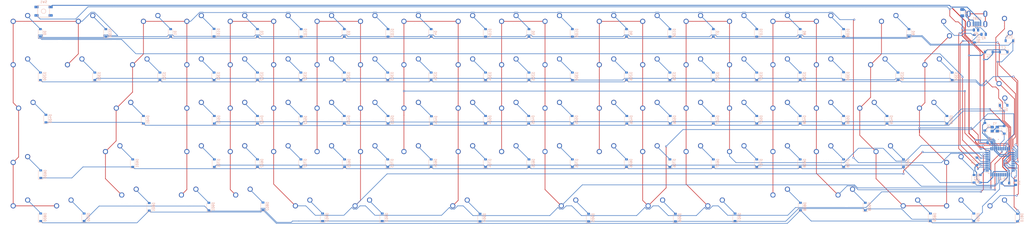
<source format=kicad_pcb>
(kicad_pcb (version 20171130) (host pcbnew "(5.1.6)-1")
  (layers (0 F.Cu signal) (31 B.Cu signal) (34 B.Paste user) (35 F.Paste user) (36 B.SilkS user) (37 F.SilkS user) (38 B.Mask user) (39 F.Mask user) (44 Edge.Cuts user))
  (net 0 "")
  (net 1 GND)
  (net 2 "Net-(C1-Pad1)")
  (net 3 "Net-(C2-Pad1)")
  (net 4 "Net-(C3-Pad1)")
  (net 5 +5V)
  (net 6 "Net-(D0-Pad2)")
  (net 7 ROW0)
  (net 8 "Net-(D1-Pad2)")
  (net 9 "Net-(D2-Pad2)")
  (net 10 "Net-(D3-Pad2)")
  (net 11 "Net-(D4-Pad2)")
  (net 12 "Net-(D5-Pad2)")
  (net 13 "Net-(D6-Pad2)")
  (net 14 "Net-(D7-Pad2)")
  (net 15 "Net-(D8-Pad2)")
  (net 16 "Net-(D9-Pad2)")
  (net 17 "Net-(D10-Pad2)")
  (net 18 "Net-(D100-Pad2)")
  (net 19 ROW1)
  (net 20 "Net-(D101-Pad2)")
  (net 21 "Net-(D102-Pad2)")
  (net 22 "Net-(D103-Pad2)")
  (net 23 "Net-(D104-Pad2)")
  (net 24 "Net-(D105-Pad2)")
  (net 25 "Net-(D106-Pad2)")
  (net 26 "Net-(D107-Pad2)")
  (net 27 "Net-(D108-Pad2)")
  (net 28 "Net-(D109-Pad2)")
  (net 29 "Net-(D200-Pad2)")
  (net 30 ROW2)
  (net 31 "Net-(D201-Pad2)")
  (net 32 "Net-(D202-Pad2)")
  (net 33 "Net-(D203-Pad2)")
  (net 34 "Net-(D204-Pad2)")
  (net 35 "Net-(D205-Pad2)")
  (net 36 "Net-(D206-Pad2)")
  (net 37 "Net-(D207-Pad2)")
  (net 38 "Net-(D208-Pad2)")
  (net 39 "Net-(D209-Pad2)")
  (net 40 "Net-(D300-Pad2)")
  (net 41 ROW3)
  (net 42 "Net-(D301-Pad2)")
  (net 43 "Net-(D302-Pad2)")
  (net 44 "Net-(D303-Pad2)")
  (net 45 "Net-(D304-Pad2)")
  (net 46 "Net-(D305-Pad2)")
  (net 47 "Net-(D306-Pad2)")
  (net 48 "Net-(D307-Pad2)")
  (net 49 "Net-(D308-Pad2)")
  (net 50 "Net-(D309-Pad2)")
  (net 51 "Net-(D400-Pad2)")
  (net 52 ROW4)
  (net 53 "Net-(D401-Pad2)")
  (net 54 "Net-(D402-Pad2)")
  (net 55 "Net-(D403-Pad2)")
  (net 56 "Net-(D404-Pad2)")
  (net 57 "Net-(D405-Pad2)")
  (net 58 "Net-(D406-Pad2)")
  (net 59 "Net-(D407-Pad2)")
  (net 60 "Net-(D408-Pad2)")
  (net 61 "Net-(D409-Pad2)")
  (net 62 "Net-(D410-Pad2)")
  (net 63 "Net-(D501-Pad2)")
  (net 64 ROW5)
  (net 65 "Net-(D502-Pad2)")
  (net 66 "Net-(D503-Pad2)")
  (net 67 "Net-(D504-Pad2)")
  (net 68 "Net-(D505-Pad2)")
  (net 69 "Net-(D506-Pad2)")
  (net 70 "Net-(D507-Pad2)")
  (net 71 "Net-(D508-Pad2)")
  (net 72 "Net-(D509-Pad2)")
  (net 73 "Net-(D600-Pad2)")
  (net 74 ROW6)
  (net 75 "Net-(D601-Pad2)")
  (net 76 "Net-(D602-Pad2)")
  (net 77 "Net-(D603-Pad2)")
  (net 78 "Net-(D604-Pad2)")
  (net 79 "Net-(D605-Pad2)")
  (net 80 "Net-(D606-Pad2)")
  (net 81 "Net-(D607-Pad2)")
  (net 82 "Net-(D608-Pad2)")
  (net 83 "Net-(D609-Pad2)")
  (net 84 "Net-(D701-Pad2)")
  (net 85 ROW7)
  (net 86 "Net-(D702-Pad2)")
  (net 87 "Net-(D703-Pad2)")
  (net 88 "Net-(D704-Pad2)")
  (net 89 "Net-(D705-Pad2)")
  (net 90 "Net-(D706-Pad2)")
  (net 91 "Net-(D707-Pad2)")
  (net 92 "Net-(D708-Pad2)")
  (net 93 "Net-(D709-Pad2)")
  (net 94 "Net-(D800-Pad2)")
  (net 95 ROW8)
  (net 96 "Net-(D801-Pad2)")
  (net 97 "Net-(D802-Pad2)")
  (net 98 "Net-(D808-Pad2)")
  (net 99 "Net-(D809-Pad2)")
  (net 100 "Net-(D810-Pad2)")
  (net 101 "Net-(D900-Pad2)")
  (net 102 ROW9)
  (net 103 "Net-(D901-Pad2)")
  (net 104 "Net-(D902-Pad2)")
  (net 105 "Net-(D903-Pad2)")
  (net 106 "Net-(D904-Pad2)")
  (net 107 "Net-(D905-Pad2)")
  (net 108 "Net-(D906-Pad2)")
  (net 109 "Net-(D907-Pad2)")
  (net 110 "Net-(D908-Pad2)")
  (net 111 "Net-(D909-Pad2)")
  (net 112 VCC)
  (net 113 COL0)
  (net 114 COL1)
  (net 115 COL2)
  (net 116 COL3)
  (net 117 COL4)
  (net 118 COL5)
  (net 119 COL6)
  (net 120 COL7)
  (net 121 COL8)
  (net 122 COL9)
  (net 123 COL10)
  (net 124 "Net-(R1-Pad2)")
  (net 125 D+)
  (net 126 "Net-(R2-Pad1)")
  (net 127 D-)
  (net 128 "Net-(R3-Pad1)")
  (net 129 "Net-(R4-Pad2)")
  (net 130 "Net-(U1-Pad42)")
  (net 131 "Net-(U1-Pad38)")
  (net 132 "Net-(U1-Pad37)")
  (net 133 "Net-(U1-Pad36)")
  (net 134 "Net-(U1-Pad1)")
  (net 135 "Net-(USB1-Pad6)")
  (net 136 "Net-(USB1-Pad2)")
  (module MX_Only:MXOnly-ISO-ROTATED-ReversedStabilizers-NoLED (layer F.Cu) (at 435.76875 276.225)
    (fp_text reference MX410)
    (fp_text value MX-NoLED)
    (pad "" np_thru_hole circle (at -8.255 -11.938) (size 3.9878 3.9878) (drill 3.9878) (layers *.Cu *.Mask))
    (pad "" np_thru_hole circle (at -8.255 11.938) (size 3.9878 3.9878) (drill 3.9878) (layers *.Cu *.Mask))
    (pad "" np_thru_hole circle (at 6.985 -11.938) (size 3.048 3.048) (drill 3.048) (layers *.Cu *.Mask))
    (pad "" np_thru_hole circle (at 6.985 11.938) (size 3.048 3.048) (drill 3.048) (layers *.Cu *.Mask))
    (pad "" np_thru_hole circle (at 0 5.08 48.0996) (size 1.75 1.75) (drill 1.75) (layers *.Cu *.Mask))
    (pad "" np_thru_hole circle (at 0 -5.08 48.0996) (size 1.75 1.75) (drill 1.75) (layers *.Cu *.Mask))
    (pad 1 thru_hole circle (at 2.54 -3.81) (size 2.25 2.25) (drill 1.47) (layers *.Cu B.Mask) (net 123 COL10))
    (pad "" np_thru_hole circle (at 0 0) (size 3.9878 3.9878) (drill 3.9878) (layers *.Cu *.Mask))
    (pad 2 thru_hole circle (at 5.08 2.54) (size 2.25 2.25) (drill 1.47) (layers *.Cu B.Mask) (net 62 "Net-(D410-Pad2)"))
  )
  (module MX_Only:MXOnly-1U-NoLED (layer F.Cu) (at 242.8875 266.7)
    (fp_text reference MX305)
    (fp_text value MX-NoLED)
    (pad 2 thru_hole circle (at 2.54 -5.08) (size 2.25 2.25) (drill 1.47) (layers *.Cu B.Mask) (net 46 "Net-(D305-Pad2)"))
    (pad "" np_thru_hole circle (at 0 0) (size 3.9878 3.9878) (drill 3.9878) (layers *.Cu *.Mask))
    (pad 1 thru_hole circle (at -3.81 -2.54) (size 2.25 2.25) (drill 1.47) (layers *.Cu B.Mask) (net 118 COL5))
    (pad "" np_thru_hole circle (at -5.08 0 48.0996) (size 1.75 1.75) (drill 1.75) (layers *.Cu *.Mask))
    (pad "" np_thru_hole circle (at 5.08 0 48.0996) (size 1.75 1.75) (drill 1.75) (layers *.Cu *.Mask))
  )
  (module MX_Only:MXOnly-1U-NoLED (layer F.Cu) (at 285.75 266.7)
    (fp_text reference MX306)
    (fp_text value MX-NoLED)
    (pad 2 thru_hole circle (at 2.54 -5.08) (size 2.25 2.25) (drill 1.47) (layers *.Cu B.Mask) (net 47 "Net-(D306-Pad2)"))
    (pad "" np_thru_hole circle (at 0 0) (size 3.9878 3.9878) (drill 3.9878) (layers *.Cu *.Mask))
    (pad 1 thru_hole circle (at -3.81 -2.54) (size 2.25 2.25) (drill 1.47) (layers *.Cu B.Mask) (net 119 COL6))
    (pad "" np_thru_hole circle (at -5.08 0 48.0996) (size 1.75 1.75) (drill 1.75) (layers *.Cu *.Mask))
    (pad "" np_thru_hole circle (at 5.08 0 48.0996) (size 1.75 1.75) (drill 1.75) (layers *.Cu *.Mask))
  )
  (module MX_Only:MXOnly-1.5U-NoLED (layer F.Cu) (at 342.9 323.85)
    (fp_text reference MX808)
    (fp_text value MX-NoLED)
    (pad 2 thru_hole circle (at 2.54 -5.08) (size 2.25 2.25) (drill 1.47) (layers *.Cu B.Mask) (net 98 "Net-(D808-Pad2)"))
    (pad "" np_thru_hole circle (at 0 0) (size 3.9878 3.9878) (drill 3.9878) (layers *.Cu *.Mask))
    (pad 1 thru_hole circle (at -3.81 -2.54) (size 2.25 2.25) (drill 1.47) (layers *.Cu B.Mask) (net 121 COL8))
    (pad "" np_thru_hole circle (at -5.08 0 48.0996) (size 1.75 1.75) (drill 1.75) (layers *.Cu *.Mask))
    (pad "" np_thru_hole circle (at 5.08 0 48.0996) (size 1.75 1.75) (drill 1.75) (layers *.Cu *.Mask))
  )
  (module MX_Only:MXOnly-1U-NoLED (layer F.Cu) (at 123.825 247.65)
    (fp_text reference MX102)
    (fp_text value MX-NoLED)
    (pad 2 thru_hole circle (at 2.54 -5.08) (size 2.25 2.25) (drill 1.47) (layers *.Cu B.Mask) (net 21 "Net-(D102-Pad2)"))
    (pad "" np_thru_hole circle (at 0 0) (size 3.9878 3.9878) (drill 3.9878) (layers *.Cu *.Mask))
    (pad 1 thru_hole circle (at -3.81 -2.54) (size 2.25 2.25) (drill 1.47) (layers *.Cu B.Mask) (net 115 COL2))
    (pad "" np_thru_hole circle (at -5.08 0 48.0996) (size 1.75 1.75) (drill 1.75) (layers *.Cu *.Mask))
    (pad "" np_thru_hole circle (at 5.08 0 48.0996) (size 1.75 1.75) (drill 1.75) (layers *.Cu *.Mask))
  )
  (module MX_Only:MXOnly-1.5U-NoLED (layer F.Cu) (at 57.15 323.85)
    (fp_text reference MX801)
    (fp_text value MX-NoLED)
    (pad 2 thru_hole circle (at 2.54 -5.08) (size 2.25 2.25) (drill 1.47) (layers *.Cu B.Mask) (net 96 "Net-(D801-Pad2)"))
    (pad "" np_thru_hole circle (at 0 0) (size 3.9878 3.9878) (drill 3.9878) (layers *.Cu *.Mask))
    (pad 1 thru_hole circle (at -3.81 -2.54) (size 2.25 2.25) (drill 1.47) (layers *.Cu B.Mask) (net 114 COL1))
    (pad "" np_thru_hole circle (at -5.08 0 48.0996) (size 1.75 1.75) (drill 1.75) (layers *.Cu *.Mask))
    (pad "" np_thru_hole circle (at 5.08 0 48.0996) (size 1.75 1.75) (drill 1.75) (layers *.Cu *.Mask))
  )
  (module MX_Only:MXOnly-2.75U-NoLED (layer F.Cu) (at 50.00625 304.8)
    (fp_text reference MX601)
    (fp_text value MX-NoLED)
    (pad 2 thru_hole circle (at 2.54 -5.08) (size 2.25 2.25) (drill 1.47) (layers *.Cu B.Mask) (net 75 "Net-(D601-Pad2)"))
    (pad "" np_thru_hole circle (at 0 0) (size 3.9878 3.9878) (drill 3.9878) (layers *.Cu *.Mask))
    (pad 1 thru_hole circle (at -3.81 -2.54) (size 2.25 2.25) (drill 1.47) (layers *.Cu B.Mask) (net 114 COL1))
    (pad "" np_thru_hole circle (at -5.08 0 48.0996) (size 1.75 1.75) (drill 1.75) (layers *.Cu *.Mask))
    (pad "" np_thru_hole circle (at 5.08 0 48.0996) (size 1.75 1.75) (drill 1.75) (layers *.Cu *.Mask))
    (pad "" np_thru_hole circle (at -11.90625 -6.985) (size 3.048 3.048) (drill 3.048) (layers *.Cu *.Mask))
    (pad "" np_thru_hole circle (at 11.90625 -6.985) (size 3.048 3.048) (drill 3.048) (layers *.Cu *.Mask))
    (pad "" np_thru_hole circle (at -11.90625 8.255) (size 3.9878 3.9878) (drill 3.9878) (layers *.Cu *.Mask))
    (pad "" np_thru_hole circle (at 11.90625 8.255) (size 3.9878 3.9878) (drill 3.9878) (layers *.Cu *.Mask))
  )
  (module MX_Only:MXOnly-2U-NoLED (layer F.Cu) (at 38.1 247.65)
    (fp_text reference MX100)
    (fp_text value MX-NoLED)
    (pad 2 thru_hole circle (at 2.54 -5.08) (size 2.25 2.25) (drill 1.47) (layers *.Cu B.Mask) (net 18 "Net-(D100-Pad2)"))
    (pad "" np_thru_hole circle (at 0 0) (size 3.9878 3.9878) (drill 3.9878) (layers *.Cu *.Mask))
    (pad 1 thru_hole circle (at -3.81 -2.54) (size 2.25 2.25) (drill 1.47) (layers *.Cu B.Mask) (net 113 COL0))
    (pad "" np_thru_hole circle (at -5.08 0 48.0996) (size 1.75 1.75) (drill 1.75) (layers *.Cu *.Mask))
    (pad "" np_thru_hole circle (at 5.08 0 48.0996) (size 1.75 1.75) (drill 1.75) (layers *.Cu *.Mask))
    (pad "" np_thru_hole circle (at -11.90625 -6.985) (size 3.048 3.048) (drill 3.048) (layers *.Cu *.Mask))
    (pad "" np_thru_hole circle (at 11.90625 -6.985) (size 3.048 3.048) (drill 3.048) (layers *.Cu *.Mask))
    (pad "" np_thru_hole circle (at -11.90625 8.255) (size 3.9878 3.9878) (drill 3.9878) (layers *.Cu *.Mask))
    (pad "" np_thru_hole circle (at 11.90625 8.255) (size 3.9878 3.9878) (drill 3.9878) (layers *.Cu *.Mask))
  )
  (module MX_Only:MXOnly-2U-NoLED (layer F.Cu) (at 390.525 247.65)
    (fp_text reference MX9)
    (fp_text value MX-NoLED)
    (pad 2 thru_hole circle (at 2.54 -5.08) (size 2.25 2.25) (drill 1.47) (layers *.Cu B.Mask) (net 16 "Net-(D9-Pad2)"))
    (pad "" np_thru_hole circle (at 0 0) (size 3.9878 3.9878) (drill 3.9878) (layers *.Cu *.Mask))
    (pad 1 thru_hole circle (at -3.81 -2.54) (size 2.25 2.25) (drill 1.47) (layers *.Cu B.Mask) (net 122 COL9))
    (pad "" np_thru_hole circle (at -5.08 0 48.0996) (size 1.75 1.75) (drill 1.75) (layers *.Cu *.Mask))
    (pad "" np_thru_hole circle (at 5.08 0 48.0996) (size 1.75 1.75) (drill 1.75) (layers *.Cu *.Mask))
    (pad "" np_thru_hole circle (at -11.90625 -6.985) (size 3.048 3.048) (drill 3.048) (layers *.Cu *.Mask))
    (pad "" np_thru_hole circle (at 11.90625 -6.985) (size 3.048 3.048) (drill 3.048) (layers *.Cu *.Mask))
    (pad "" np_thru_hole circle (at -11.90625 8.255) (size 3.9878 3.9878) (drill 3.9878) (layers *.Cu *.Mask))
    (pad "" np_thru_hole circle (at 11.90625 8.255) (size 3.9878 3.9878) (drill 3.9878) (layers *.Cu *.Mask))
  )
  (module MX_Only:MXOnly-2.75U-NoLED (layer F.Cu) (at 202.40625 328.6125)
    (fp_text reference MX904)
    (fp_text value MX-NoLED)
    (pad 2 thru_hole circle (at 2.54 -5.08) (size 2.25 2.25) (drill 1.47) (layers *.Cu B.Mask) (net 106 "Net-(D904-Pad2)"))
    (pad "" np_thru_hole circle (at 0 0) (size 3.9878 3.9878) (drill 3.9878) (layers *.Cu *.Mask))
    (pad 1 thru_hole circle (at -3.81 -2.54) (size 2.25 2.25) (drill 1.47) (layers *.Cu B.Mask) (net 117 COL4))
    (pad "" np_thru_hole circle (at -5.08 0 48.0996) (size 1.75 1.75) (drill 1.75) (layers *.Cu *.Mask))
    (pad "" np_thru_hole circle (at 5.08 0 48.0996) (size 1.75 1.75) (drill 1.75) (layers *.Cu *.Mask))
    (pad "" np_thru_hole circle (at -11.90625 -6.985) (size 3.048 3.048) (drill 3.048) (layers *.Cu *.Mask))
    (pad "" np_thru_hole circle (at 11.90625 -6.985) (size 3.048 3.048) (drill 3.048) (layers *.Cu *.Mask))
    (pad "" np_thru_hole circle (at -11.90625 8.255) (size 3.9878 3.9878) (drill 3.9878) (layers *.Cu *.Mask))
    (pad "" np_thru_hole circle (at 11.90625 8.255) (size 3.9878 3.9878) (drill 3.9878) (layers *.Cu *.Mask))
  )
  (module MX_Only:MXOnly-1.75U-NoLED (layer F.Cu) (at 288.13125 328.6125)
    (fp_text reference MX906)
    (fp_text value MX-NoLED)
    (pad 2 thru_hole circle (at 2.54 -5.08) (size 2.25 2.25) (drill 1.47) (layers *.Cu B.Mask) (net 108 "Net-(D906-Pad2)"))
    (pad "" np_thru_hole circle (at 0 0) (size 3.9878 3.9878) (drill 3.9878) (layers *.Cu *.Mask))
    (pad 1 thru_hole circle (at -3.81 -2.54) (size 2.25 2.25) (drill 1.47) (layers *.Cu B.Mask) (net 119 COL6))
    (pad "" np_thru_hole circle (at -5.08 0 48.0996) (size 1.75 1.75) (drill 1.75) (layers *.Cu *.Mask))
    (pad "" np_thru_hole circle (at 5.08 0 48.0996) (size 1.75 1.75) (drill 1.75) (layers *.Cu *.Mask))
  )
  (module MX_Only:MXOnly-1.75U-NoLED (layer F.Cu) (at 159.54375 328.6125)
    (fp_text reference MX903)
    (fp_text value MX-NoLED)
    (pad 2 thru_hole circle (at 2.54 -5.08) (size 2.25 2.25) (drill 1.47) (layers *.Cu B.Mask) (net 105 "Net-(D903-Pad2)"))
    (pad "" np_thru_hole circle (at 0 0) (size 3.9878 3.9878) (drill 3.9878) (layers *.Cu *.Mask))
    (pad 1 thru_hole circle (at -3.81 -2.54) (size 2.25 2.25) (drill 1.47) (layers *.Cu B.Mask) (net 116 COL3))
    (pad "" np_thru_hole circle (at -5.08 0 48.0996) (size 1.75 1.75) (drill 1.75) (layers *.Cu *.Mask))
    (pad "" np_thru_hole circle (at 5.08 0 48.0996) (size 1.75 1.75) (drill 1.75) (layers *.Cu *.Mask))
  )
  (module MX_Only:MXOnly-1.75U-NoLED (layer F.Cu) (at 388.14375 304.8)
    (fp_text reference MX609)
    (fp_text value MX-NoLED)
    (pad 2 thru_hole circle (at 2.54 -5.08) (size 2.25 2.25) (drill 1.47) (layers *.Cu B.Mask) (net 83 "Net-(D609-Pad2)"))
    (pad "" np_thru_hole circle (at 0 0) (size 3.9878 3.9878) (drill 3.9878) (layers *.Cu *.Mask))
    (pad 1 thru_hole circle (at -3.81 -2.54) (size 2.25 2.25) (drill 1.47) (layers *.Cu B.Mask) (net 122 COL9))
    (pad "" np_thru_hole circle (at -5.08 0 48.0996) (size 1.75 1.75) (drill 1.75) (layers *.Cu *.Mask))
    (pad "" np_thru_hole circle (at 5.08 0 48.0996) (size 1.75 1.75) (drill 1.75) (layers *.Cu *.Mask))
  )
  (module MX_Only:MXOnly-1.75U-NoLED (layer F.Cu) (at 407.19375 285.75)
    (fp_text reference MX509)
    (fp_text value MX-NoLED)
    (pad 2 thru_hole circle (at 2.54 -5.08) (size 2.25 2.25) (drill 1.47) (layers *.Cu B.Mask) (net 72 "Net-(D509-Pad2)"))
    (pad "" np_thru_hole circle (at 0 0) (size 3.9878 3.9878) (drill 3.9878) (layers *.Cu *.Mask))
    (pad 1 thru_hole circle (at -3.81 -2.54) (size 2.25 2.25) (drill 1.47) (layers *.Cu B.Mask) (net 122 COL9))
    (pad "" np_thru_hole circle (at -5.08 0 48.0996) (size 1.75 1.75) (drill 1.75) (layers *.Cu *.Mask))
    (pad "" np_thru_hole circle (at 5.08 0 48.0996) (size 1.75 1.75) (drill 1.75) (layers *.Cu *.Mask))
  )
  (module MX_Only:MXOnly-1.25U-NoLED (layer F.Cu) (at 11.90625 285.75)
    (fp_text reference MX400)
    (fp_text value MX-NoLED)
    (pad 2 thru_hole circle (at 2.54 -5.08) (size 2.25 2.25) (drill 1.47) (layers *.Cu B.Mask) (net 51 "Net-(D400-Pad2)"))
    (pad "" np_thru_hole circle (at 0 0) (size 3.9878 3.9878) (drill 3.9878) (layers *.Cu *.Mask))
    (pad 1 thru_hole circle (at -3.81 -2.54) (size 2.25 2.25) (drill 1.47) (layers *.Cu B.Mask) (net 113 COL0))
    (pad "" np_thru_hole circle (at -5.08 0 48.0996) (size 1.75 1.75) (drill 1.75) (layers *.Cu *.Mask))
    (pad "" np_thru_hole circle (at 5.08 0 48.0996) (size 1.75 1.75) (drill 1.75) (layers *.Cu *.Mask))
  )
  (module MX_Only:MXOnly-1.25U-NoLED (layer F.Cu) (at 83.34375 323.85)
    (fp_text reference MX901)
    (fp_text value MX-NoLED)
    (pad 2 thru_hole circle (at 2.54 -5.08) (size 2.25 2.25) (drill 1.47) (layers *.Cu B.Mask) (net 103 "Net-(D901-Pad2)"))
    (pad "" np_thru_hole circle (at 0 0) (size 3.9878 3.9878) (drill 3.9878) (layers *.Cu *.Mask))
    (pad 1 thru_hole circle (at -3.81 -2.54) (size 2.25 2.25) (drill 1.47) (layers *.Cu B.Mask) (net 114 COL1))
    (pad "" np_thru_hole circle (at -5.08 0 48.0996) (size 1.75 1.75) (drill 1.75) (layers *.Cu *.Mask))
    (pad "" np_thru_hole circle (at 5.08 0 48.0996) (size 1.75 1.75) (drill 1.75) (layers *.Cu *.Mask))
  )
  (module MX_Only:MXOnly-1.25U-NoLED (layer F.Cu) (at 107.15625 323.85)
    (fp_text reference MX802)
    (fp_text value MX-NoLED)
    (pad 2 thru_hole circle (at 2.54 -5.08) (size 2.25 2.25) (drill 1.47) (layers *.Cu B.Mask) (net 97 "Net-(D802-Pad2)"))
    (pad "" np_thru_hole circle (at 0 0) (size 3.9878 3.9878) (drill 3.9878) (layers *.Cu *.Mask))
    (pad 1 thru_hole circle (at -3.81 -2.54) (size 2.25 2.25) (drill 1.47) (layers *.Cu B.Mask) (net 115 COL2))
    (pad "" np_thru_hole circle (at -5.08 0 48.0996) (size 1.75 1.75) (drill 1.75) (layers *.Cu *.Mask))
    (pad "" np_thru_hole circle (at 5.08 0 48.0996) (size 1.75 1.75) (drill 1.75) (layers *.Cu *.Mask))
  )
  (module MX_Only:MXOnly-1.5U-NoLED (layer F.Cu) (at 371.475 323.85)
    (fp_text reference MX908)
    (fp_text value MX-NoLED)
    (pad 2 thru_hole circle (at 2.54 -5.08) (size 2.25 2.25) (drill 1.47) (layers *.Cu B.Mask) (net 110 "Net-(D908-Pad2)"))
    (pad "" np_thru_hole circle (at 0 0) (size 3.9878 3.9878) (drill 3.9878) (layers *.Cu *.Mask))
    (pad 1 thru_hole circle (at -3.81 -2.54) (size 2.25 2.25) (drill 1.47) (layers *.Cu B.Mask) (net 121 COL8))
    (pad "" np_thru_hole circle (at -5.08 0 48.0996) (size 1.75 1.75) (drill 1.75) (layers *.Cu *.Mask))
    (pad "" np_thru_hole circle (at 5.08 0 48.0996) (size 1.75 1.75) (drill 1.75) (layers *.Cu *.Mask))
  )
  (module MX_Only:MXOnly-1.5U-NoLED (layer F.Cu) (at 33.3375 266.7)
    (fp_text reference MX300)
    (fp_text value MX-NoLED)
    (pad 2 thru_hole circle (at 2.54 -5.08) (size 2.25 2.25) (drill 1.47) (layers *.Cu B.Mask) (net 40 "Net-(D300-Pad2)"))
    (pad "" np_thru_hole circle (at 0 0) (size 3.9878 3.9878) (drill 3.9878) (layers *.Cu *.Mask))
    (pad 1 thru_hole circle (at -3.81 -2.54) (size 2.25 2.25) (drill 1.47) (layers *.Cu B.Mask) (net 113 COL0))
    (pad "" np_thru_hole circle (at -5.08 0 48.0996) (size 1.75 1.75) (drill 1.75) (layers *.Cu *.Mask))
    (pad "" np_thru_hole circle (at 5.08 0 48.0996) (size 1.75 1.75) (drill 1.75) (layers *.Cu *.Mask))
  )
  (module MX_Only:MXOnly-1.5U-NoLED (layer F.Cu) (at 385.7625 266.7)
    (fp_text reference MX209)
    (fp_text value MX-NoLED)
    (pad 2 thru_hole circle (at 2.54 -5.08) (size 2.25 2.25) (drill 1.47) (layers *.Cu B.Mask) (net 39 "Net-(D209-Pad2)"))
    (pad "" np_thru_hole circle (at 0 0) (size 3.9878 3.9878) (drill 3.9878) (layers *.Cu *.Mask))
    (pad 1 thru_hole circle (at -3.81 -2.54) (size 2.25 2.25) (drill 1.47) (layers *.Cu B.Mask) (net 122 COL9))
    (pad "" np_thru_hole circle (at -5.08 0 48.0996) (size 1.75 1.75) (drill 1.75) (layers *.Cu *.Mask))
    (pad "" np_thru_hole circle (at 5.08 0 48.0996) (size 1.75 1.75) (drill 1.75) (layers *.Cu *.Mask))
  )
  (module MX_Only:MXOnly-1.5U-NoLED (layer F.Cu) (at 61.9125 266.7)
    (fp_text reference MX201)
    (fp_text value MX-NoLED)
    (pad 2 thru_hole circle (at 2.54 -5.08) (size 2.25 2.25) (drill 1.47) (layers *.Cu B.Mask) (net 31 "Net-(D201-Pad2)"))
    (pad "" np_thru_hole circle (at 0 0) (size 3.9878 3.9878) (drill 3.9878) (layers *.Cu *.Mask))
    (pad 1 thru_hole circle (at -3.81 -2.54) (size 2.25 2.25) (drill 1.47) (layers *.Cu B.Mask) (net 114 COL1))
    (pad "" np_thru_hole circle (at -5.08 0 48.0996) (size 1.75 1.75) (drill 1.75) (layers *.Cu *.Mask))
    (pad "" np_thru_hole circle (at 5.08 0 48.0996) (size 1.75 1.75) (drill 1.75) (layers *.Cu *.Mask))
  )
  (module MX_Only:MXOnly-2.25U-NoLED (layer F.Cu) (at 250.03125 328.6125)
    (fp_text reference MX905)
    (fp_text value MX-NoLED)
    (pad 2 thru_hole circle (at 2.54 -5.08) (size 2.25 2.25) (drill 1.47) (layers *.Cu B.Mask) (net 107 "Net-(D905-Pad2)"))
    (pad "" np_thru_hole circle (at 0 0) (size 3.9878 3.9878) (drill 3.9878) (layers *.Cu *.Mask))
    (pad 1 thru_hole circle (at -3.81 -2.54) (size 2.25 2.25) (drill 1.47) (layers *.Cu B.Mask) (net 118 COL5))
    (pad "" np_thru_hole circle (at -5.08 0 48.0996) (size 1.75 1.75) (drill 1.75) (layers *.Cu *.Mask))
    (pad "" np_thru_hole circle (at 5.08 0 48.0996) (size 1.75 1.75) (drill 1.75) (layers *.Cu *.Mask))
    (pad "" np_thru_hole circle (at -11.90625 -6.985) (size 3.048 3.048) (drill 3.048) (layers *.Cu *.Mask))
    (pad "" np_thru_hole circle (at 11.90625 -6.985) (size 3.048 3.048) (drill 3.048) (layers *.Cu *.Mask))
    (pad "" np_thru_hole circle (at -11.90625 8.255) (size 3.9878 3.9878) (drill 3.9878) (layers *.Cu *.Mask))
    (pad "" np_thru_hole circle (at 11.90625 8.255) (size 3.9878 3.9878) (drill 3.9878) (layers *.Cu *.Mask))
  )
  (module MX_Only:MXOnly-2.25U-NoLED (layer F.Cu) (at 54.76875 285.75)
    (fp_text reference MX401)
    (fp_text value MX-NoLED)
    (pad 2 thru_hole circle (at 2.54 -5.08) (size 2.25 2.25) (drill 1.47) (layers *.Cu B.Mask) (net 53 "Net-(D401-Pad2)"))
    (pad "" np_thru_hole circle (at 0 0) (size 3.9878 3.9878) (drill 3.9878) (layers *.Cu *.Mask))
    (pad 1 thru_hole circle (at -3.81 -2.54) (size 2.25 2.25) (drill 1.47) (layers *.Cu B.Mask) (net 114 COL1))
    (pad "" np_thru_hole circle (at -5.08 0 48.0996) (size 1.75 1.75) (drill 1.75) (layers *.Cu *.Mask))
    (pad "" np_thru_hole circle (at 5.08 0 48.0996) (size 1.75 1.75) (drill 1.75) (layers *.Cu *.Mask))
    (pad "" np_thru_hole circle (at -11.90625 -6.985) (size 3.048 3.048) (drill 3.048) (layers *.Cu *.Mask))
    (pad "" np_thru_hole circle (at 11.90625 -6.985) (size 3.048 3.048) (drill 3.048) (layers *.Cu *.Mask))
    (pad "" np_thru_hole circle (at -11.90625 8.255) (size 3.9878 3.9878) (drill 3.9878) (layers *.Cu *.Mask))
    (pad "" np_thru_hole circle (at 11.90625 8.255) (size 3.9878 3.9878) (drill 3.9878) (layers *.Cu *.Mask))
  )
  (module MX_Only:MXOnly-1U-NoLED (layer F.Cu) (at 104.775 304.8)
    (fp_text reference MX602)
    (fp_text value MX-NoLED)
    (pad 2 thru_hole circle (at 2.54 -5.08) (size 2.25 2.25) (drill 1.47) (layers *.Cu B.Mask) (net 76 "Net-(D602-Pad2)"))
    (pad "" np_thru_hole circle (at 0 0) (size 3.9878 3.9878) (drill 3.9878) (layers *.Cu *.Mask))
    (pad 1 thru_hole circle (at -3.81 -2.54) (size 2.25 2.25) (drill 1.47) (layers *.Cu B.Mask) (net 115 COL2))
    (pad "" np_thru_hole circle (at -5.08 0 48.0996) (size 1.75 1.75) (drill 1.75) (layers *.Cu *.Mask))
    (pad "" np_thru_hole circle (at 5.08 0 48.0996) (size 1.75 1.75) (drill 1.75) (layers *.Cu *.Mask))
  )
  (module MX_Only:MXOnly-1U-NoLED (layer F.Cu) (at 123.825 304.8)
    (fp_text reference MX702)
    (fp_text value MX-NoLED)
    (pad 2 thru_hole circle (at 2.54 -5.08) (size 2.25 2.25) (drill 1.47) (layers *.Cu B.Mask) (net 86 "Net-(D702-Pad2)"))
    (pad "" np_thru_hole circle (at 0 0) (size 3.9878 3.9878) (drill 3.9878) (layers *.Cu *.Mask))
    (pad 1 thru_hole circle (at -3.81 -2.54) (size 2.25 2.25) (drill 1.47) (layers *.Cu B.Mask) (net 115 COL2))
    (pad "" np_thru_hole circle (at -5.08 0 48.0996) (size 1.75 1.75) (drill 1.75) (layers *.Cu *.Mask))
    (pad "" np_thru_hole circle (at 5.08 0 48.0996) (size 1.75 1.75) (drill 1.75) (layers *.Cu *.Mask))
  )
  (module MX_Only:MXOnly-1U-NoLED (layer F.Cu) (at 123.825 285.75)
    (fp_text reference MX502)
    (fp_text value MX-NoLED)
    (pad 2 thru_hole circle (at 2.54 -5.08) (size 2.25 2.25) (drill 1.47) (layers *.Cu B.Mask) (net 65 "Net-(D502-Pad2)"))
    (pad "" np_thru_hole circle (at 0 0) (size 3.9878 3.9878) (drill 3.9878) (layers *.Cu *.Mask))
    (pad 1 thru_hole circle (at -3.81 -2.54) (size 2.25 2.25) (drill 1.47) (layers *.Cu B.Mask) (net 115 COL2))
    (pad "" np_thru_hole circle (at -5.08 0 48.0996) (size 1.75 1.75) (drill 1.75) (layers *.Cu *.Mask))
    (pad "" np_thru_hole circle (at 5.08 0 48.0996) (size 1.75 1.75) (drill 1.75) (layers *.Cu *.Mask))
  )
  (module MX_Only:MXOnly-1U-NoLED (layer F.Cu) (at 419.1 328.6125)
    (fp_text reference MX909)
    (fp_text value MX-NoLED)
    (pad 2 thru_hole circle (at 2.54 -5.08) (size 2.25 2.25) (drill 1.47) (layers *.Cu B.Mask) (net 111 "Net-(D909-Pad2)"))
    (pad "" np_thru_hole circle (at 0 0) (size 3.9878 3.9878) (drill 3.9878) (layers *.Cu *.Mask))
    (pad 1 thru_hole circle (at -3.81 -2.54) (size 2.25 2.25) (drill 1.47) (layers *.Cu B.Mask) (net 122 COL9))
    (pad "" np_thru_hole circle (at -5.08 0 48.0996) (size 1.75 1.75) (drill 1.75) (layers *.Cu *.Mask))
    (pad "" np_thru_hole circle (at 5.08 0 48.0996) (size 1.75 1.75) (drill 1.75) (layers *.Cu *.Mask))
  )
  (module MX_Only:MXOnly-1U-NoLED (layer F.Cu) (at 314.325 328.6125)
    (fp_text reference MX907)
    (fp_text value MX-NoLED)
    (pad 2 thru_hole circle (at 2.54 -5.08) (size 2.25 2.25) (drill 1.47) (layers *.Cu B.Mask) (net 109 "Net-(D907-Pad2)"))
    (pad "" np_thru_hole circle (at 0 0) (size 3.9878 3.9878) (drill 3.9878) (layers *.Cu *.Mask))
    (pad 1 thru_hole circle (at -3.81 -2.54) (size 2.25 2.25) (drill 1.47) (layers *.Cu B.Mask) (net 120 COL7))
    (pad "" np_thru_hole circle (at -5.08 0 48.0996) (size 1.75 1.75) (drill 1.75) (layers *.Cu *.Mask))
    (pad "" np_thru_hole circle (at 5.08 0 48.0996) (size 1.75 1.75) (drill 1.75) (layers *.Cu *.Mask))
  )
  (module MX_Only:MXOnly-1U-NoLED (layer F.Cu) (at 133.35 328.6125)
    (fp_text reference MX902)
    (fp_text value MX-NoLED)
    (pad 2 thru_hole circle (at 2.54 -5.08) (size 2.25 2.25) (drill 1.47) (layers *.Cu B.Mask) (net 104 "Net-(D902-Pad2)"))
    (pad "" np_thru_hole circle (at 0 0) (size 3.9878 3.9878) (drill 3.9878) (layers *.Cu *.Mask))
    (pad 1 thru_hole circle (at -3.81 -2.54) (size 2.25 2.25) (drill 1.47) (layers *.Cu B.Mask) (net 115 COL2))
    (pad "" np_thru_hole circle (at -5.08 0 48.0996) (size 1.75 1.75) (drill 1.75) (layers *.Cu *.Mask))
    (pad "" np_thru_hole circle (at 5.08 0 48.0996) (size 1.75 1.75) (drill 1.75) (layers *.Cu *.Mask))
  )
  (module MX_Only:MXOnly-1U-NoLED (layer F.Cu) (at 28.575 328.6125)
    (fp_text reference MX900)
    (fp_text value MX-NoLED)
    (pad 2 thru_hole circle (at 2.54 -5.08) (size 2.25 2.25) (drill 1.47) (layers *.Cu B.Mask) (net 101 "Net-(D900-Pad2)"))
    (pad "" np_thru_hole circle (at 0 0) (size 3.9878 3.9878) (drill 3.9878) (layers *.Cu *.Mask))
    (pad 1 thru_hole circle (at -3.81 -2.54) (size 2.25 2.25) (drill 1.47) (layers *.Cu B.Mask) (net 113 COL0))
    (pad "" np_thru_hole circle (at -5.08 0 48.0996) (size 1.75 1.75) (drill 1.75) (layers *.Cu *.Mask))
    (pad "" np_thru_hole circle (at 5.08 0 48.0996) (size 1.75 1.75) (drill 1.75) (layers *.Cu *.Mask))
  )
  (module MX_Only:MXOnly-1U-NoLED (layer F.Cu) (at 438.15 328.6125)
    (fp_text reference MX810)
    (fp_text value MX-NoLED)
    (pad 2 thru_hole circle (at 2.54 -5.08) (size 2.25 2.25) (drill 1.47) (layers *.Cu B.Mask) (net 100 "Net-(D810-Pad2)"))
    (pad "" np_thru_hole circle (at 0 0) (size 3.9878 3.9878) (drill 3.9878) (layers *.Cu *.Mask))
    (pad 1 thru_hole circle (at -3.81 -2.54) (size 2.25 2.25) (drill 1.47) (layers *.Cu B.Mask) (net 123 COL10))
    (pad "" np_thru_hole circle (at -5.08 0 48.0996) (size 1.75 1.75) (drill 1.75) (layers *.Cu *.Mask))
    (pad "" np_thru_hole circle (at 5.08 0 48.0996) (size 1.75 1.75) (drill 1.75) (layers *.Cu *.Mask))
  )
  (module MX_Only:MXOnly-1U-NoLED (layer F.Cu) (at 400.05 328.6125)
    (fp_text reference MX809)
    (fp_text value MX-NoLED)
    (pad 2 thru_hole circle (at 2.54 -5.08) (size 2.25 2.25) (drill 1.47) (layers *.Cu B.Mask) (net 99 "Net-(D809-Pad2)"))
    (pad "" np_thru_hole circle (at 0 0) (size 3.9878 3.9878) (drill 3.9878) (layers *.Cu *.Mask))
    (pad 1 thru_hole circle (at -3.81 -2.54) (size 2.25 2.25) (drill 1.47) (layers *.Cu B.Mask) (net 122 COL9))
    (pad "" np_thru_hole circle (at -5.08 0 48.0996) (size 1.75 1.75) (drill 1.75) (layers *.Cu *.Mask))
    (pad "" np_thru_hole circle (at 5.08 0 48.0996) (size 1.75 1.75) (drill 1.75) (layers *.Cu *.Mask))
  )
  (module MX_Only:MXOnly-1U-NoLED (layer F.Cu) (at 9.525 328.6125)
    (fp_text reference MX800)
    (fp_text value MX-NoLED)
    (pad 2 thru_hole circle (at 2.54 -5.08) (size 2.25 2.25) (drill 1.47) (layers *.Cu B.Mask) (net 94 "Net-(D800-Pad2)"))
    (pad "" np_thru_hole circle (at 0 0) (size 3.9878 3.9878) (drill 3.9878) (layers *.Cu *.Mask))
    (pad 1 thru_hole circle (at -3.81 -2.54) (size 2.25 2.25) (drill 1.47) (layers *.Cu B.Mask) (net 113 COL0))
    (pad "" np_thru_hole circle (at -5.08 0 48.0996) (size 1.75 1.75) (drill 1.75) (layers *.Cu *.Mask))
    (pad "" np_thru_hole circle (at 5.08 0 48.0996) (size 1.75 1.75) (drill 1.75) (layers *.Cu *.Mask))
  )
  (module MX_Only:MXOnly-1U-NoLED (layer F.Cu) (at 419.1 309.5625)
    (fp_text reference MX709)
    (fp_text value MX-NoLED)
    (pad 2 thru_hole circle (at 2.54 -5.08) (size 2.25 2.25) (drill 1.47) (layers *.Cu B.Mask) (net 93 "Net-(D709-Pad2)"))
    (pad "" np_thru_hole circle (at 0 0) (size 3.9878 3.9878) (drill 3.9878) (layers *.Cu *.Mask))
    (pad 1 thru_hole circle (at -3.81 -2.54) (size 2.25 2.25) (drill 1.47) (layers *.Cu B.Mask) (net 122 COL9))
    (pad "" np_thru_hole circle (at -5.08 0 48.0996) (size 1.75 1.75) (drill 1.75) (layers *.Cu *.Mask))
    (pad "" np_thru_hole circle (at 5.08 0 48.0996) (size 1.75 1.75) (drill 1.75) (layers *.Cu *.Mask))
  )
  (module MX_Only:MXOnly-1U-NoLED (layer F.Cu) (at 361.95 304.8)
    (fp_text reference MX708)
    (fp_text value MX-NoLED)
    (pad 2 thru_hole circle (at 2.54 -5.08) (size 2.25 2.25) (drill 1.47) (layers *.Cu B.Mask) (net 92 "Net-(D708-Pad2)"))
    (pad "" np_thru_hole circle (at 0 0) (size 3.9878 3.9878) (drill 3.9878) (layers *.Cu *.Mask))
    (pad 1 thru_hole circle (at -3.81 -2.54) (size 2.25 2.25) (drill 1.47) (layers *.Cu B.Mask) (net 121 COL8))
    (pad "" np_thru_hole circle (at -5.08 0 48.0996) (size 1.75 1.75) (drill 1.75) (layers *.Cu *.Mask))
    (pad "" np_thru_hole circle (at 5.08 0 48.0996) (size 1.75 1.75) (drill 1.75) (layers *.Cu *.Mask))
  )
  (module MX_Only:MXOnly-1U-NoLED (layer F.Cu) (at 323.85 304.8)
    (fp_text reference MX707)
    (fp_text value MX-NoLED)
    (pad 2 thru_hole circle (at 2.54 -5.08) (size 2.25 2.25) (drill 1.47) (layers *.Cu B.Mask) (net 91 "Net-(D707-Pad2)"))
    (pad "" np_thru_hole circle (at 0 0) (size 3.9878 3.9878) (drill 3.9878) (layers *.Cu *.Mask))
    (pad 1 thru_hole circle (at -3.81 -2.54) (size 2.25 2.25) (drill 1.47) (layers *.Cu B.Mask) (net 120 COL7))
    (pad "" np_thru_hole circle (at -5.08 0 48.0996) (size 1.75 1.75) (drill 1.75) (layers *.Cu *.Mask))
    (pad "" np_thru_hole circle (at 5.08 0 48.0996) (size 1.75 1.75) (drill 1.75) (layers *.Cu *.Mask))
  )
  (module MX_Only:MXOnly-1U-NoLED (layer F.Cu) (at 285.75 304.8)
    (fp_text reference MX706)
    (fp_text value MX-NoLED)
    (pad 2 thru_hole circle (at 2.54 -5.08) (size 2.25 2.25) (drill 1.47) (layers *.Cu B.Mask) (net 90 "Net-(D706-Pad2)"))
    (pad "" np_thru_hole circle (at 0 0) (size 3.9878 3.9878) (drill 3.9878) (layers *.Cu *.Mask))
    (pad 1 thru_hole circle (at -3.81 -2.54) (size 2.25 2.25) (drill 1.47) (layers *.Cu B.Mask) (net 119 COL6))
    (pad "" np_thru_hole circle (at -5.08 0 48.0996) (size 1.75 1.75) (drill 1.75) (layers *.Cu *.Mask))
    (pad "" np_thru_hole circle (at 5.08 0 48.0996) (size 1.75 1.75) (drill 1.75) (layers *.Cu *.Mask))
  )
  (module MX_Only:MXOnly-1U-NoLED (layer F.Cu) (at 242.8875 304.8)
    (fp_text reference MX705)
    (fp_text value MX-NoLED)
    (pad 2 thru_hole circle (at 2.54 -5.08) (size 2.25 2.25) (drill 1.47) (layers *.Cu B.Mask) (net 89 "Net-(D705-Pad2)"))
    (pad "" np_thru_hole circle (at 0 0) (size 3.9878 3.9878) (drill 3.9878) (layers *.Cu *.Mask))
    (pad 1 thru_hole circle (at -3.81 -2.54) (size 2.25 2.25) (drill 1.47) (layers *.Cu B.Mask) (net 118 COL5))
    (pad "" np_thru_hole circle (at -5.08 0 48.0996) (size 1.75 1.75) (drill 1.75) (layers *.Cu *.Mask))
    (pad "" np_thru_hole circle (at 5.08 0 48.0996) (size 1.75 1.75) (drill 1.75) (layers *.Cu *.Mask))
  )
  (module MX_Only:MXOnly-1U-NoLED (layer F.Cu) (at 204.7875 304.8)
    (fp_text reference MX704)
    (fp_text value MX-NoLED)
    (pad 2 thru_hole circle (at 2.54 -5.08) (size 2.25 2.25) (drill 1.47) (layers *.Cu B.Mask) (net 88 "Net-(D704-Pad2)"))
    (pad "" np_thru_hole circle (at 0 0) (size 3.9878 3.9878) (drill 3.9878) (layers *.Cu *.Mask))
    (pad 1 thru_hole circle (at -3.81 -2.54) (size 2.25 2.25) (drill 1.47) (layers *.Cu B.Mask) (net 117 COL4))
    (pad "" np_thru_hole circle (at -5.08 0 48.0996) (size 1.75 1.75) (drill 1.75) (layers *.Cu *.Mask))
    (pad "" np_thru_hole circle (at 5.08 0 48.0996) (size 1.75 1.75) (drill 1.75) (layers *.Cu *.Mask))
  )
  (module MX_Only:MXOnly-1U-NoLED (layer F.Cu) (at 161.925 304.8)
    (fp_text reference MX703)
    (fp_text value MX-NoLED)
    (pad 2 thru_hole circle (at 2.54 -5.08) (size 2.25 2.25) (drill 1.47) (layers *.Cu B.Mask) (net 87 "Net-(D703-Pad2)"))
    (pad "" np_thru_hole circle (at 0 0) (size 3.9878 3.9878) (drill 3.9878) (layers *.Cu *.Mask))
    (pad 1 thru_hole circle (at -3.81 -2.54) (size 2.25 2.25) (drill 1.47) (layers *.Cu B.Mask) (net 116 COL3))
    (pad "" np_thru_hole circle (at -5.08 0 48.0996) (size 1.75 1.75) (drill 1.75) (layers *.Cu *.Mask))
    (pad "" np_thru_hole circle (at 5.08 0 48.0996) (size 1.75 1.75) (drill 1.75) (layers *.Cu *.Mask))
  )
  (module MX_Only:MXOnly-1U-NoLED (layer F.Cu) (at 85.725 304.8)
    (fp_text reference MX701)
    (fp_text value MX-NoLED)
    (pad 2 thru_hole circle (at 2.54 -5.08) (size 2.25 2.25) (drill 1.47) (layers *.Cu B.Mask) (net 84 "Net-(D701-Pad2)"))
    (pad "" np_thru_hole circle (at 0 0) (size 3.9878 3.9878) (drill 3.9878) (layers *.Cu *.Mask))
    (pad 1 thru_hole circle (at -3.81 -2.54) (size 2.25 2.25) (drill 1.47) (layers *.Cu B.Mask) (net 114 COL1))
    (pad "" np_thru_hole circle (at -5.08 0 48.0996) (size 1.75 1.75) (drill 1.75) (layers *.Cu *.Mask))
    (pad "" np_thru_hole circle (at 5.08 0 48.0996) (size 1.75 1.75) (drill 1.75) (layers *.Cu *.Mask))
  )
  (module MX_Only:MXOnly-1U-NoLED (layer F.Cu) (at 342.9 304.8)
    (fp_text reference MX608)
    (fp_text value MX-NoLED)
    (pad 2 thru_hole circle (at 2.54 -5.08) (size 2.25 2.25) (drill 1.47) (layers *.Cu B.Mask) (net 82 "Net-(D608-Pad2)"))
    (pad "" np_thru_hole circle (at 0 0) (size 3.9878 3.9878) (drill 3.9878) (layers *.Cu *.Mask))
    (pad 1 thru_hole circle (at -3.81 -2.54) (size 2.25 2.25) (drill 1.47) (layers *.Cu B.Mask) (net 121 COL8))
    (pad "" np_thru_hole circle (at -5.08 0 48.0996) (size 1.75 1.75) (drill 1.75) (layers *.Cu *.Mask))
    (pad "" np_thru_hole circle (at 5.08 0 48.0996) (size 1.75 1.75) (drill 1.75) (layers *.Cu *.Mask))
  )
  (module MX_Only:MXOnly-1U-NoLED (layer F.Cu) (at 304.8 304.8)
    (fp_text reference MX607)
    (fp_text value MX-NoLED)
    (pad 2 thru_hole circle (at 2.54 -5.08) (size 2.25 2.25) (drill 1.47) (layers *.Cu B.Mask) (net 81 "Net-(D607-Pad2)"))
    (pad "" np_thru_hole circle (at 0 0) (size 3.9878 3.9878) (drill 3.9878) (layers *.Cu *.Mask))
    (pad 1 thru_hole circle (at -3.81 -2.54) (size 2.25 2.25) (drill 1.47) (layers *.Cu B.Mask) (net 120 COL7))
    (pad "" np_thru_hole circle (at -5.08 0 48.0996) (size 1.75 1.75) (drill 1.75) (layers *.Cu *.Mask))
    (pad "" np_thru_hole circle (at 5.08 0 48.0996) (size 1.75 1.75) (drill 1.75) (layers *.Cu *.Mask))
  )
  (module MX_Only:MXOnly-1U-NoLED (layer F.Cu) (at 266.7 304.8)
    (fp_text reference MX606)
    (fp_text value MX-NoLED)
    (pad 2 thru_hole circle (at 2.54 -5.08) (size 2.25 2.25) (drill 1.47) (layers *.Cu B.Mask) (net 80 "Net-(D606-Pad2)"))
    (pad "" np_thru_hole circle (at 0 0) (size 3.9878 3.9878) (drill 3.9878) (layers *.Cu *.Mask))
    (pad 1 thru_hole circle (at -3.81 -2.54) (size 2.25 2.25) (drill 1.47) (layers *.Cu B.Mask) (net 119 COL6))
    (pad "" np_thru_hole circle (at -5.08 0 48.0996) (size 1.75 1.75) (drill 1.75) (layers *.Cu *.Mask))
    (pad "" np_thru_hole circle (at 5.08 0 48.0996) (size 1.75 1.75) (drill 1.75) (layers *.Cu *.Mask))
  )
  (module MX_Only:MXOnly-1U-NoLED (layer F.Cu) (at 223.8375 304.8)
    (fp_text reference MX605)
    (fp_text value MX-NoLED)
    (pad 2 thru_hole circle (at 2.54 -5.08) (size 2.25 2.25) (drill 1.47) (layers *.Cu B.Mask) (net 79 "Net-(D605-Pad2)"))
    (pad "" np_thru_hole circle (at 0 0) (size 3.9878 3.9878) (drill 3.9878) (layers *.Cu *.Mask))
    (pad 1 thru_hole circle (at -3.81 -2.54) (size 2.25 2.25) (drill 1.47) (layers *.Cu B.Mask) (net 118 COL5))
    (pad "" np_thru_hole circle (at -5.08 0 48.0996) (size 1.75 1.75) (drill 1.75) (layers *.Cu *.Mask))
    (pad "" np_thru_hole circle (at 5.08 0 48.0996) (size 1.75 1.75) (drill 1.75) (layers *.Cu *.Mask))
  )
  (module MX_Only:MXOnly-1U-NoLED (layer F.Cu) (at 180.975 304.8)
    (fp_text reference MX604)
    (fp_text value MX-NoLED)
    (pad 2 thru_hole circle (at 2.54 -5.08) (size 2.25 2.25) (drill 1.47) (layers *.Cu B.Mask) (net 78 "Net-(D604-Pad2)"))
    (pad "" np_thru_hole circle (at 0 0) (size 3.9878 3.9878) (drill 3.9878) (layers *.Cu *.Mask))
    (pad 1 thru_hole circle (at -3.81 -2.54) (size 2.25 2.25) (drill 1.47) (layers *.Cu B.Mask) (net 117 COL4))
    (pad "" np_thru_hole circle (at -5.08 0 48.0996) (size 1.75 1.75) (drill 1.75) (layers *.Cu *.Mask))
    (pad "" np_thru_hole circle (at 5.08 0 48.0996) (size 1.75 1.75) (drill 1.75) (layers *.Cu *.Mask))
  )
  (module MX_Only:MXOnly-1U-NoLED (layer F.Cu) (at 142.875 304.8)
    (fp_text reference MX603)
    (fp_text value MX-NoLED)
    (pad 2 thru_hole circle (at 2.54 -5.08) (size 2.25 2.25) (drill 1.47) (layers *.Cu B.Mask) (net 77 "Net-(D603-Pad2)"))
    (pad "" np_thru_hole circle (at 0 0) (size 3.9878 3.9878) (drill 3.9878) (layers *.Cu *.Mask))
    (pad 1 thru_hole circle (at -3.81 -2.54) (size 2.25 2.25) (drill 1.47) (layers *.Cu B.Mask) (net 116 COL3))
    (pad "" np_thru_hole circle (at -5.08 0 48.0996) (size 1.75 1.75) (drill 1.75) (layers *.Cu *.Mask))
    (pad "" np_thru_hole circle (at 5.08 0 48.0996) (size 1.75 1.75) (drill 1.75) (layers *.Cu *.Mask))
  )
  (module MX_Only:MXOnly-1U-NoLED (layer F.Cu) (at 9.525 309.5625)
    (fp_text reference MX600)
    (fp_text value MX-NoLED)
    (pad 2 thru_hole circle (at 2.54 -5.08) (size 2.25 2.25) (drill 1.47) (layers *.Cu B.Mask) (net 73 "Net-(D600-Pad2)"))
    (pad "" np_thru_hole circle (at 0 0) (size 3.9878 3.9878) (drill 3.9878) (layers *.Cu *.Mask))
    (pad 1 thru_hole circle (at -3.81 -2.54) (size 2.25 2.25) (drill 1.47) (layers *.Cu B.Mask) (net 113 COL0))
    (pad "" np_thru_hole circle (at -5.08 0 48.0996) (size 1.75 1.75) (drill 1.75) (layers *.Cu *.Mask))
    (pad "" np_thru_hole circle (at 5.08 0 48.0996) (size 1.75 1.75) (drill 1.75) (layers *.Cu *.Mask))
  )
  (module MX_Only:MXOnly-1U-NoLED (layer F.Cu) (at 323.85 285.75)
    (fp_text reference MX507)
    (fp_text value MX-NoLED)
    (pad 2 thru_hole circle (at 2.54 -5.08) (size 2.25 2.25) (drill 1.47) (layers *.Cu B.Mask) (net 70 "Net-(D507-Pad2)"))
    (pad "" np_thru_hole circle (at 0 0) (size 3.9878 3.9878) (drill 3.9878) (layers *.Cu *.Mask))
    (pad 1 thru_hole circle (at -3.81 -2.54) (size 2.25 2.25) (drill 1.47) (layers *.Cu B.Mask) (net 120 COL7))
    (pad "" np_thru_hole circle (at -5.08 0 48.0996) (size 1.75 1.75) (drill 1.75) (layers *.Cu *.Mask))
    (pad "" np_thru_hole circle (at 5.08 0 48.0996) (size 1.75 1.75) (drill 1.75) (layers *.Cu *.Mask))
  )
  (module MX_Only:MXOnly-1U-NoLED (layer F.Cu) (at 285.75 285.75)
    (fp_text reference MX506)
    (fp_text value MX-NoLED)
    (pad 2 thru_hole circle (at 2.54 -5.08) (size 2.25 2.25) (drill 1.47) (layers *.Cu B.Mask) (net 69 "Net-(D506-Pad2)"))
    (pad "" np_thru_hole circle (at 0 0) (size 3.9878 3.9878) (drill 3.9878) (layers *.Cu *.Mask))
    (pad 1 thru_hole circle (at -3.81 -2.54) (size 2.25 2.25) (drill 1.47) (layers *.Cu B.Mask) (net 119 COL6))
    (pad "" np_thru_hole circle (at -5.08 0 48.0996) (size 1.75 1.75) (drill 1.75) (layers *.Cu *.Mask))
    (pad "" np_thru_hole circle (at 5.08 0 48.0996) (size 1.75 1.75) (drill 1.75) (layers *.Cu *.Mask))
  )
  (module MX_Only:MXOnly-1U-NoLED (layer F.Cu) (at 242.8875 285.75)
    (fp_text reference MX505)
    (fp_text value MX-NoLED)
    (pad 2 thru_hole circle (at 2.54 -5.08) (size 2.25 2.25) (drill 1.47) (layers *.Cu B.Mask) (net 68 "Net-(D505-Pad2)"))
    (pad "" np_thru_hole circle (at 0 0) (size 3.9878 3.9878) (drill 3.9878) (layers *.Cu *.Mask))
    (pad 1 thru_hole circle (at -3.81 -2.54) (size 2.25 2.25) (drill 1.47) (layers *.Cu B.Mask) (net 118 COL5))
    (pad "" np_thru_hole circle (at -5.08 0 48.0996) (size 1.75 1.75) (drill 1.75) (layers *.Cu *.Mask))
    (pad "" np_thru_hole circle (at 5.08 0 48.0996) (size 1.75 1.75) (drill 1.75) (layers *.Cu *.Mask))
  )
  (module MX_Only:MXOnly-1U-NoLED (layer F.Cu) (at 204.7875 285.75)
    (fp_text reference MX504)
    (fp_text value MX-NoLED)
    (pad 2 thru_hole circle (at 2.54 -5.08) (size 2.25 2.25) (drill 1.47) (layers *.Cu B.Mask) (net 67 "Net-(D504-Pad2)"))
    (pad "" np_thru_hole circle (at 0 0) (size 3.9878 3.9878) (drill 3.9878) (layers *.Cu *.Mask))
    (pad 1 thru_hole circle (at -3.81 -2.54) (size 2.25 2.25) (drill 1.47) (layers *.Cu B.Mask) (net 117 COL4))
    (pad "" np_thru_hole circle (at -5.08 0 48.0996) (size 1.75 1.75) (drill 1.75) (layers *.Cu *.Mask))
    (pad "" np_thru_hole circle (at 5.08 0 48.0996) (size 1.75 1.75) (drill 1.75) (layers *.Cu *.Mask))
  )
  (module MX_Only:MXOnly-1U-NoLED (layer F.Cu) (at 161.925 285.75)
    (fp_text reference MX503)
    (fp_text value MX-NoLED)
    (pad 2 thru_hole circle (at 2.54 -5.08) (size 2.25 2.25) (drill 1.47) (layers *.Cu B.Mask) (net 66 "Net-(D503-Pad2)"))
    (pad "" np_thru_hole circle (at 0 0) (size 3.9878 3.9878) (drill 3.9878) (layers *.Cu *.Mask))
    (pad 1 thru_hole circle (at -3.81 -2.54) (size 2.25 2.25) (drill 1.47) (layers *.Cu B.Mask) (net 116 COL3))
    (pad "" np_thru_hole circle (at -5.08 0 48.0996) (size 1.75 1.75) (drill 1.75) (layers *.Cu *.Mask))
    (pad "" np_thru_hole circle (at 5.08 0 48.0996) (size 1.75 1.75) (drill 1.75) (layers *.Cu *.Mask))
  )
  (module MX_Only:MXOnly-1U-NoLED (layer F.Cu) (at 85.725 285.75)
    (fp_text reference MX501)
    (fp_text value MX-NoLED)
    (pad 2 thru_hole circle (at 2.54 -5.08) (size 2.25 2.25) (drill 1.47) (layers *.Cu B.Mask) (net 63 "Net-(D501-Pad2)"))
    (pad "" np_thru_hole circle (at 0 0) (size 3.9878 3.9878) (drill 3.9878) (layers *.Cu *.Mask))
    (pad 1 thru_hole circle (at -3.81 -2.54) (size 2.25 2.25) (drill 1.47) (layers *.Cu B.Mask) (net 114 COL1))
    (pad "" np_thru_hole circle (at -5.08 0 48.0996) (size 1.75 1.75) (drill 1.75) (layers *.Cu *.Mask))
    (pad "" np_thru_hole circle (at 5.08 0 48.0996) (size 1.75 1.75) (drill 1.75) (layers *.Cu *.Mask))
  )
  (module MX_Only:MXOnly-1U-NoLED (layer F.Cu) (at 381 285.75)
    (fp_text reference MX409)
    (fp_text value MX-NoLED)
    (pad 2 thru_hole circle (at 2.54 -5.08) (size 2.25 2.25) (drill 1.47) (layers *.Cu B.Mask) (net 61 "Net-(D409-Pad2)"))
    (pad "" np_thru_hole circle (at 0 0) (size 3.9878 3.9878) (drill 3.9878) (layers *.Cu *.Mask))
    (pad 1 thru_hole circle (at -3.81 -2.54) (size 2.25 2.25) (drill 1.47) (layers *.Cu B.Mask) (net 122 COL9))
    (pad "" np_thru_hole circle (at -5.08 0 48.0996) (size 1.75 1.75) (drill 1.75) (layers *.Cu *.Mask))
    (pad "" np_thru_hole circle (at 5.08 0 48.0996) (size 1.75 1.75) (drill 1.75) (layers *.Cu *.Mask))
  )
  (module MX_Only:MXOnly-1U-NoLED (layer F.Cu) (at 342.9 285.75)
    (fp_text reference MX408)
    (fp_text value MX-NoLED)
    (pad 2 thru_hole circle (at 2.54 -5.08) (size 2.25 2.25) (drill 1.47) (layers *.Cu B.Mask) (net 60 "Net-(D408-Pad2)"))
    (pad "" np_thru_hole circle (at 0 0) (size 3.9878 3.9878) (drill 3.9878) (layers *.Cu *.Mask))
    (pad 1 thru_hole circle (at -3.81 -2.54) (size 2.25 2.25) (drill 1.47) (layers *.Cu B.Mask) (net 121 COL8))
    (pad "" np_thru_hole circle (at -5.08 0 48.0996) (size 1.75 1.75) (drill 1.75) (layers *.Cu *.Mask))
    (pad "" np_thru_hole circle (at 5.08 0 48.0996) (size 1.75 1.75) (drill 1.75) (layers *.Cu *.Mask))
  )
  (module MX_Only:MXOnly-1U-NoLED (layer F.Cu) (at 304.8 285.75)
    (fp_text reference MX407)
    (fp_text value MX-NoLED)
    (pad 2 thru_hole circle (at 2.54 -5.08) (size 2.25 2.25) (drill 1.47) (layers *.Cu B.Mask) (net 59 "Net-(D407-Pad2)"))
    (pad "" np_thru_hole circle (at 0 0) (size 3.9878 3.9878) (drill 3.9878) (layers *.Cu *.Mask))
    (pad 1 thru_hole circle (at -3.81 -2.54) (size 2.25 2.25) (drill 1.47) (layers *.Cu B.Mask) (net 120 COL7))
    (pad "" np_thru_hole circle (at -5.08 0 48.0996) (size 1.75 1.75) (drill 1.75) (layers *.Cu *.Mask))
    (pad "" np_thru_hole circle (at 5.08 0 48.0996) (size 1.75 1.75) (drill 1.75) (layers *.Cu *.Mask))
  )
  (module MX_Only:MXOnly-1U-NoLED (layer F.Cu) (at 266.7 285.75)
    (fp_text reference MX406)
    (fp_text value MX-NoLED)
    (pad 2 thru_hole circle (at 2.54 -5.08) (size 2.25 2.25) (drill 1.47) (layers *.Cu B.Mask) (net 58 "Net-(D406-Pad2)"))
    (pad "" np_thru_hole circle (at 0 0) (size 3.9878 3.9878) (drill 3.9878) (layers *.Cu *.Mask))
    (pad 1 thru_hole circle (at -3.81 -2.54) (size 2.25 2.25) (drill 1.47) (layers *.Cu B.Mask) (net 119 COL6))
    (pad "" np_thru_hole circle (at -5.08 0 48.0996) (size 1.75 1.75) (drill 1.75) (layers *.Cu *.Mask))
    (pad "" np_thru_hole circle (at 5.08 0 48.0996) (size 1.75 1.75) (drill 1.75) (layers *.Cu *.Mask))
  )
  (module MX_Only:MXOnly-1U-NoLED (layer F.Cu) (at 223.8375 285.75)
    (fp_text reference MX405)
    (fp_text value MX-NoLED)
    (pad 2 thru_hole circle (at 2.54 -5.08) (size 2.25 2.25) (drill 1.47) (layers *.Cu B.Mask) (net 57 "Net-(D405-Pad2)"))
    (pad "" np_thru_hole circle (at 0 0) (size 3.9878 3.9878) (drill 3.9878) (layers *.Cu *.Mask))
    (pad 1 thru_hole circle (at -3.81 -2.54) (size 2.25 2.25) (drill 1.47) (layers *.Cu B.Mask) (net 118 COL5))
    (pad "" np_thru_hole circle (at -5.08 0 48.0996) (size 1.75 1.75) (drill 1.75) (layers *.Cu *.Mask))
    (pad "" np_thru_hole circle (at 5.08 0 48.0996) (size 1.75 1.75) (drill 1.75) (layers *.Cu *.Mask))
  )
  (module MX_Only:MXOnly-1U-NoLED (layer F.Cu) (at 180.975 285.75)
    (fp_text reference MX404)
    (fp_text value MX-NoLED)
    (pad 2 thru_hole circle (at 2.54 -5.08) (size 2.25 2.25) (drill 1.47) (layers *.Cu B.Mask) (net 56 "Net-(D404-Pad2)"))
    (pad "" np_thru_hole circle (at 0 0) (size 3.9878 3.9878) (drill 3.9878) (layers *.Cu *.Mask))
    (pad 1 thru_hole circle (at -3.81 -2.54) (size 2.25 2.25) (drill 1.47) (layers *.Cu B.Mask) (net 117 COL4))
    (pad "" np_thru_hole circle (at -5.08 0 48.0996) (size 1.75 1.75) (drill 1.75) (layers *.Cu *.Mask))
    (pad "" np_thru_hole circle (at 5.08 0 48.0996) (size 1.75 1.75) (drill 1.75) (layers *.Cu *.Mask))
  )
  (module MX_Only:MXOnly-1U-NoLED (layer F.Cu) (at 142.875 285.75)
    (fp_text reference MX403)
    (fp_text value MX-NoLED)
    (pad 2 thru_hole circle (at 2.54 -5.08) (size 2.25 2.25) (drill 1.47) (layers *.Cu B.Mask) (net 55 "Net-(D403-Pad2)"))
    (pad "" np_thru_hole circle (at 0 0) (size 3.9878 3.9878) (drill 3.9878) (layers *.Cu *.Mask))
    (pad 1 thru_hole circle (at -3.81 -2.54) (size 2.25 2.25) (drill 1.47) (layers *.Cu B.Mask) (net 116 COL3))
    (pad "" np_thru_hole circle (at -5.08 0 48.0996) (size 1.75 1.75) (drill 1.75) (layers *.Cu *.Mask))
    (pad "" np_thru_hole circle (at 5.08 0 48.0996) (size 1.75 1.75) (drill 1.75) (layers *.Cu *.Mask))
  )
  (module MX_Only:MXOnly-1U-NoLED (layer F.Cu) (at 104.775 285.75)
    (fp_text reference MX402)
    (fp_text value MX-NoLED)
    (pad 2 thru_hole circle (at 2.54 -5.08) (size 2.25 2.25) (drill 1.47) (layers *.Cu B.Mask) (net 54 "Net-(D402-Pad2)"))
    (pad "" np_thru_hole circle (at 0 0) (size 3.9878 3.9878) (drill 3.9878) (layers *.Cu *.Mask))
    (pad 1 thru_hole circle (at -3.81 -2.54) (size 2.25 2.25) (drill 1.47) (layers *.Cu B.Mask) (net 115 COL2))
    (pad "" np_thru_hole circle (at -5.08 0 48.0996) (size 1.75 1.75) (drill 1.75) (layers *.Cu *.Mask))
    (pad "" np_thru_hole circle (at 5.08 0 48.0996) (size 1.75 1.75) (drill 1.75) (layers *.Cu *.Mask))
  )
  (module MX_Only:MXOnly-1U-NoLED (layer F.Cu) (at 409.575 266.7)
    (fp_text reference MX309)
    (fp_text value MX-NoLED)
    (pad 2 thru_hole circle (at 2.54 -5.08) (size 2.25 2.25) (drill 1.47) (layers *.Cu B.Mask) (net 50 "Net-(D309-Pad2)"))
    (pad "" np_thru_hole circle (at 0 0) (size 3.9878 3.9878) (drill 3.9878) (layers *.Cu *.Mask))
    (pad 1 thru_hole circle (at -3.81 -2.54) (size 2.25 2.25) (drill 1.47) (layers *.Cu B.Mask) (net 122 COL9))
    (pad "" np_thru_hole circle (at -5.08 0 48.0996) (size 1.75 1.75) (drill 1.75) (layers *.Cu *.Mask))
    (pad "" np_thru_hole circle (at 5.08 0 48.0996) (size 1.75 1.75) (drill 1.75) (layers *.Cu *.Mask))
  )
  (module MX_Only:MXOnly-1U-NoLED (layer F.Cu) (at 323.85 266.7)
    (fp_text reference MX307)
    (fp_text value MX-NoLED)
    (pad 2 thru_hole circle (at 2.54 -5.08) (size 2.25 2.25) (drill 1.47) (layers *.Cu B.Mask) (net 48 "Net-(D307-Pad2)"))
    (pad "" np_thru_hole circle (at 0 0) (size 3.9878 3.9878) (drill 3.9878) (layers *.Cu *.Mask))
    (pad 1 thru_hole circle (at -3.81 -2.54) (size 2.25 2.25) (drill 1.47) (layers *.Cu B.Mask) (net 120 COL7))
    (pad "" np_thru_hole circle (at -5.08 0 48.0996) (size 1.75 1.75) (drill 1.75) (layers *.Cu *.Mask))
    (pad "" np_thru_hole circle (at 5.08 0 48.0996) (size 1.75 1.75) (drill 1.75) (layers *.Cu *.Mask))
  )
  (module MX_Only:MXOnly-1U-NoLED (layer F.Cu) (at 204.7875 266.7)
    (fp_text reference MX304)
    (fp_text value MX-NoLED)
    (pad 2 thru_hole circle (at 2.54 -5.08) (size 2.25 2.25) (drill 1.47) (layers *.Cu B.Mask) (net 45 "Net-(D304-Pad2)"))
    (pad "" np_thru_hole circle (at 0 0) (size 3.9878 3.9878) (drill 3.9878) (layers *.Cu *.Mask))
    (pad 1 thru_hole circle (at -3.81 -2.54) (size 2.25 2.25) (drill 1.47) (layers *.Cu B.Mask) (net 117 COL4))
    (pad "" np_thru_hole circle (at -5.08 0 48.0996) (size 1.75 1.75) (drill 1.75) (layers *.Cu *.Mask))
    (pad "" np_thru_hole circle (at 5.08 0 48.0996) (size 1.75 1.75) (drill 1.75) (layers *.Cu *.Mask))
  )
  (module MX_Only:MXOnly-1U-NoLED (layer F.Cu) (at 161.925 266.7)
    (fp_text reference MX303)
    (fp_text value MX-NoLED)
    (pad 2 thru_hole circle (at 2.54 -5.08) (size 2.25 2.25) (drill 1.47) (layers *.Cu B.Mask) (net 44 "Net-(D303-Pad2)"))
    (pad "" np_thru_hole circle (at 0 0) (size 3.9878 3.9878) (drill 3.9878) (layers *.Cu *.Mask))
    (pad 1 thru_hole circle (at -3.81 -2.54) (size 2.25 2.25) (drill 1.47) (layers *.Cu B.Mask) (net 116 COL3))
    (pad "" np_thru_hole circle (at -5.08 0 48.0996) (size 1.75 1.75) (drill 1.75) (layers *.Cu *.Mask))
    (pad "" np_thru_hole circle (at 5.08 0 48.0996) (size 1.75 1.75) (drill 1.75) (layers *.Cu *.Mask))
  )
  (module MX_Only:MXOnly-1U-NoLED (layer F.Cu) (at 123.825 266.7)
    (fp_text reference MX302)
    (fp_text value MX-NoLED)
    (pad 2 thru_hole circle (at 2.54 -5.08) (size 2.25 2.25) (drill 1.47) (layers *.Cu B.Mask) (net 43 "Net-(D302-Pad2)"))
    (pad "" np_thru_hole circle (at 0 0) (size 3.9878 3.9878) (drill 3.9878) (layers *.Cu *.Mask))
    (pad 1 thru_hole circle (at -3.81 -2.54) (size 2.25 2.25) (drill 1.47) (layers *.Cu B.Mask) (net 115 COL2))
    (pad "" np_thru_hole circle (at -5.08 0 48.0996) (size 1.75 1.75) (drill 1.75) (layers *.Cu *.Mask))
    (pad "" np_thru_hole circle (at 5.08 0 48.0996) (size 1.75 1.75) (drill 1.75) (layers *.Cu *.Mask))
  )
  (module MX_Only:MXOnly-1U-NoLED (layer F.Cu) (at 85.725 266.7)
    (fp_text reference MX301)
    (fp_text value MX-NoLED)
    (pad 2 thru_hole circle (at 2.54 -5.08) (size 2.25 2.25) (drill 1.47) (layers *.Cu B.Mask) (net 42 "Net-(D301-Pad2)"))
    (pad "" np_thru_hole circle (at 0 0) (size 3.9878 3.9878) (drill 3.9878) (layers *.Cu *.Mask))
    (pad 1 thru_hole circle (at -3.81 -2.54) (size 2.25 2.25) (drill 1.47) (layers *.Cu B.Mask) (net 114 COL1))
    (pad "" np_thru_hole circle (at -5.08 0 48.0996) (size 1.75 1.75) (drill 1.75) (layers *.Cu *.Mask))
    (pad "" np_thru_hole circle (at 5.08 0 48.0996) (size 1.75 1.75) (drill 1.75) (layers *.Cu *.Mask))
  )
  (module MX_Only:MXOnly-1U-NoLED (layer F.Cu) (at 342.9 266.7)
    (fp_text reference MX208)
    (fp_text value MX-NoLED)
    (pad 2 thru_hole circle (at 2.54 -5.08) (size 2.25 2.25) (drill 1.47) (layers *.Cu B.Mask) (net 38 "Net-(D208-Pad2)"))
    (pad "" np_thru_hole circle (at 0 0) (size 3.9878 3.9878) (drill 3.9878) (layers *.Cu *.Mask))
    (pad 1 thru_hole circle (at -3.81 -2.54) (size 2.25 2.25) (drill 1.47) (layers *.Cu B.Mask) (net 121 COL8))
    (pad "" np_thru_hole circle (at -5.08 0 48.0996) (size 1.75 1.75) (drill 1.75) (layers *.Cu *.Mask))
    (pad "" np_thru_hole circle (at 5.08 0 48.0996) (size 1.75 1.75) (drill 1.75) (layers *.Cu *.Mask))
  )
  (module MX_Only:MXOnly-1U-NoLED (layer F.Cu) (at 304.8 266.7)
    (fp_text reference MX207)
    (fp_text value MX-NoLED)
    (pad 2 thru_hole circle (at 2.54 -5.08) (size 2.25 2.25) (drill 1.47) (layers *.Cu B.Mask) (net 37 "Net-(D207-Pad2)"))
    (pad "" np_thru_hole circle (at 0 0) (size 3.9878 3.9878) (drill 3.9878) (layers *.Cu *.Mask))
    (pad 1 thru_hole circle (at -3.81 -2.54) (size 2.25 2.25) (drill 1.47) (layers *.Cu B.Mask) (net 120 COL7))
    (pad "" np_thru_hole circle (at -5.08 0 48.0996) (size 1.75 1.75) (drill 1.75) (layers *.Cu *.Mask))
    (pad "" np_thru_hole circle (at 5.08 0 48.0996) (size 1.75 1.75) (drill 1.75) (layers *.Cu *.Mask))
  )
  (module MX_Only:MXOnly-1U-NoLED (layer F.Cu) (at 266.7 266.7)
    (fp_text reference MX206)
    (fp_text value MX-NoLED)
    (pad 2 thru_hole circle (at 2.54 -5.08) (size 2.25 2.25) (drill 1.47) (layers *.Cu B.Mask) (net 36 "Net-(D206-Pad2)"))
    (pad "" np_thru_hole circle (at 0 0) (size 3.9878 3.9878) (drill 3.9878) (layers *.Cu *.Mask))
    (pad 1 thru_hole circle (at -3.81 -2.54) (size 2.25 2.25) (drill 1.47) (layers *.Cu B.Mask) (net 119 COL6))
    (pad "" np_thru_hole circle (at -5.08 0 48.0996) (size 1.75 1.75) (drill 1.75) (layers *.Cu *.Mask))
    (pad "" np_thru_hole circle (at 5.08 0 48.0996) (size 1.75 1.75) (drill 1.75) (layers *.Cu *.Mask))
  )
  (module MX_Only:MXOnly-1U-NoLED (layer F.Cu) (at 223.8375 266.7)
    (fp_text reference MX205)
    (fp_text value MX-NoLED)
    (pad 2 thru_hole circle (at 2.54 -5.08) (size 2.25 2.25) (drill 1.47) (layers *.Cu B.Mask) (net 35 "Net-(D205-Pad2)"))
    (pad "" np_thru_hole circle (at 0 0) (size 3.9878 3.9878) (drill 3.9878) (layers *.Cu *.Mask))
    (pad 1 thru_hole circle (at -3.81 -2.54) (size 2.25 2.25) (drill 1.47) (layers *.Cu B.Mask) (net 118 COL5))
    (pad "" np_thru_hole circle (at -5.08 0 48.0996) (size 1.75 1.75) (drill 1.75) (layers *.Cu *.Mask))
    (pad "" np_thru_hole circle (at 5.08 0 48.0996) (size 1.75 1.75) (drill 1.75) (layers *.Cu *.Mask))
  )
  (module MX_Only:MXOnly-1U-NoLED (layer F.Cu) (at 180.975 266.7)
    (fp_text reference MX204)
    (fp_text value MX-NoLED)
    (pad 2 thru_hole circle (at 2.54 -5.08) (size 2.25 2.25) (drill 1.47) (layers *.Cu B.Mask) (net 34 "Net-(D204-Pad2)"))
    (pad "" np_thru_hole circle (at 0 0) (size 3.9878 3.9878) (drill 3.9878) (layers *.Cu *.Mask))
    (pad 1 thru_hole circle (at -3.81 -2.54) (size 2.25 2.25) (drill 1.47) (layers *.Cu B.Mask) (net 117 COL4))
    (pad "" np_thru_hole circle (at -5.08 0 48.0996) (size 1.75 1.75) (drill 1.75) (layers *.Cu *.Mask))
    (pad "" np_thru_hole circle (at 5.08 0 48.0996) (size 1.75 1.75) (drill 1.75) (layers *.Cu *.Mask))
  )
  (module MX_Only:MXOnly-1U-NoLED (layer F.Cu) (at 142.875 266.7)
    (fp_text reference MX203)
    (fp_text value MX-NoLED)
    (pad 2 thru_hole circle (at 2.54 -5.08) (size 2.25 2.25) (drill 1.47) (layers *.Cu B.Mask) (net 33 "Net-(D203-Pad2)"))
    (pad "" np_thru_hole circle (at 0 0) (size 3.9878 3.9878) (drill 3.9878) (layers *.Cu *.Mask))
    (pad 1 thru_hole circle (at -3.81 -2.54) (size 2.25 2.25) (drill 1.47) (layers *.Cu B.Mask) (net 116 COL3))
    (pad "" np_thru_hole circle (at -5.08 0 48.0996) (size 1.75 1.75) (drill 1.75) (layers *.Cu *.Mask))
    (pad "" np_thru_hole circle (at 5.08 0 48.0996) (size 1.75 1.75) (drill 1.75) (layers *.Cu *.Mask))
  )
  (module MX_Only:MXOnly-1U-NoLED (layer F.Cu) (at 104.775 266.7)
    (fp_text reference MX202)
    (fp_text value MX-NoLED)
    (pad 2 thru_hole circle (at 2.54 -5.08) (size 2.25 2.25) (drill 1.47) (layers *.Cu B.Mask) (net 32 "Net-(D202-Pad2)"))
    (pad "" np_thru_hole circle (at 0 0) (size 3.9878 3.9878) (drill 3.9878) (layers *.Cu *.Mask))
    (pad 1 thru_hole circle (at -3.81 -2.54) (size 2.25 2.25) (drill 1.47) (layers *.Cu B.Mask) (net 115 COL2))
    (pad "" np_thru_hole circle (at -5.08 0 48.0996) (size 1.75 1.75) (drill 1.75) (layers *.Cu *.Mask))
    (pad "" np_thru_hole circle (at 5.08 0 48.0996) (size 1.75 1.75) (drill 1.75) (layers *.Cu *.Mask))
  )
  (module MX_Only:MXOnly-1U-NoLED (layer F.Cu) (at 9.525 266.7)
    (fp_text reference MX200)
    (fp_text value MX-NoLED)
    (pad 2 thru_hole circle (at 2.54 -5.08) (size 2.25 2.25) (drill 1.47) (layers *.Cu B.Mask) (net 29 "Net-(D200-Pad2)"))
    (pad "" np_thru_hole circle (at 0 0) (size 3.9878 3.9878) (drill 3.9878) (layers *.Cu *.Mask))
    (pad 1 thru_hole circle (at -3.81 -2.54) (size 2.25 2.25) (drill 1.47) (layers *.Cu B.Mask) (net 113 COL0))
    (pad "" np_thru_hole circle (at -5.08 0 48.0996) (size 1.75 1.75) (drill 1.75) (layers *.Cu *.Mask))
    (pad "" np_thru_hole circle (at 5.08 0 48.0996) (size 1.75 1.75) (drill 1.75) (layers *.Cu *.Mask))
  )
  (module MX_Only:MXOnly-1U-NoLED (layer F.Cu) (at 419.1 247.65 90)
    (fp_text reference MX109)
    (fp_text value MX-NoLED)
    (pad 2 thru_hole circle (at 2.54 -5.08 90) (size 2.25 2.25) (drill 1.47) (layers *.Cu B.Mask) (net 28 "Net-(D109-Pad2)"))
    (pad "" np_thru_hole circle (at 0 0 90) (size 3.9878 3.9878) (drill 3.9878) (layers *.Cu *.Mask))
    (pad 1 thru_hole circle (at -3.81 -2.54 90) (size 2.25 2.25) (drill 1.47) (layers *.Cu B.Mask) (net 122 COL9))
    (pad "" np_thru_hole circle (at -5.08 0 138.0996) (size 1.75 1.75) (drill 1.75) (layers *.Cu *.Mask))
    (pad "" np_thru_hole circle (at 5.08 0 138.0996) (size 1.75 1.75) (drill 1.75) (layers *.Cu *.Mask))
  )
  (module MX_Only:MXOnly-1U-NoLED (layer F.Cu) (at 361.95 247.65)
    (fp_text reference MX108)
    (fp_text value MX-NoLED)
    (pad 2 thru_hole circle (at 2.54 -5.08) (size 2.25 2.25) (drill 1.47) (layers *.Cu B.Mask) (net 27 "Net-(D108-Pad2)"))
    (pad "" np_thru_hole circle (at 0 0) (size 3.9878 3.9878) (drill 3.9878) (layers *.Cu *.Mask))
    (pad 1 thru_hole circle (at -3.81 -2.54) (size 2.25 2.25) (drill 1.47) (layers *.Cu B.Mask) (net 121 COL8))
    (pad "" np_thru_hole circle (at -5.08 0 48.0996) (size 1.75 1.75) (drill 1.75) (layers *.Cu *.Mask))
    (pad "" np_thru_hole circle (at 5.08 0 48.0996) (size 1.75 1.75) (drill 1.75) (layers *.Cu *.Mask))
  )
  (module MX_Only:MXOnly-1U-NoLED (layer F.Cu) (at 323.85 247.65)
    (fp_text reference MX107)
    (fp_text value MX-NoLED)
    (pad 2 thru_hole circle (at 2.54 -5.08) (size 2.25 2.25) (drill 1.47) (layers *.Cu B.Mask) (net 26 "Net-(D107-Pad2)"))
    (pad "" np_thru_hole circle (at 0 0) (size 3.9878 3.9878) (drill 3.9878) (layers *.Cu *.Mask))
    (pad 1 thru_hole circle (at -3.81 -2.54) (size 2.25 2.25) (drill 1.47) (layers *.Cu B.Mask) (net 120 COL7))
    (pad "" np_thru_hole circle (at -5.08 0 48.0996) (size 1.75 1.75) (drill 1.75) (layers *.Cu *.Mask))
    (pad "" np_thru_hole circle (at 5.08 0 48.0996) (size 1.75 1.75) (drill 1.75) (layers *.Cu *.Mask))
  )
  (module MX_Only:MXOnly-1U-NoLED (layer F.Cu) (at 285.75 247.65)
    (fp_text reference MX106)
    (fp_text value MX-NoLED)
    (pad 2 thru_hole circle (at 2.54 -5.08) (size 2.25 2.25) (drill 1.47) (layers *.Cu B.Mask) (net 25 "Net-(D106-Pad2)"))
    (pad "" np_thru_hole circle (at 0 0) (size 3.9878 3.9878) (drill 3.9878) (layers *.Cu *.Mask))
    (pad 1 thru_hole circle (at -3.81 -2.54) (size 2.25 2.25) (drill 1.47) (layers *.Cu B.Mask) (net 119 COL6))
    (pad "" np_thru_hole circle (at -5.08 0 48.0996) (size 1.75 1.75) (drill 1.75) (layers *.Cu *.Mask))
    (pad "" np_thru_hole circle (at 5.08 0 48.0996) (size 1.75 1.75) (drill 1.75) (layers *.Cu *.Mask))
  )
  (module MX_Only:MXOnly-1U-NoLED (layer F.Cu) (at 242.8875 247.65)
    (fp_text reference MX105)
    (fp_text value MX-NoLED)
    (pad 2 thru_hole circle (at 2.54 -5.08) (size 2.25 2.25) (drill 1.47) (layers *.Cu B.Mask) (net 24 "Net-(D105-Pad2)"))
    (pad "" np_thru_hole circle (at 0 0) (size 3.9878 3.9878) (drill 3.9878) (layers *.Cu *.Mask))
    (pad 1 thru_hole circle (at -3.81 -2.54) (size 2.25 2.25) (drill 1.47) (layers *.Cu B.Mask) (net 118 COL5))
    (pad "" np_thru_hole circle (at -5.08 0 48.0996) (size 1.75 1.75) (drill 1.75) (layers *.Cu *.Mask))
    (pad "" np_thru_hole circle (at 5.08 0 48.0996) (size 1.75 1.75) (drill 1.75) (layers *.Cu *.Mask))
  )
  (module MX_Only:MXOnly-1U-NoLED (layer F.Cu) (at 204.7875 247.65)
    (fp_text reference MX104)
    (fp_text value MX-NoLED)
    (pad 2 thru_hole circle (at 2.54 -5.08) (size 2.25 2.25) (drill 1.47) (layers *.Cu B.Mask) (net 23 "Net-(D104-Pad2)"))
    (pad "" np_thru_hole circle (at 0 0) (size 3.9878 3.9878) (drill 3.9878) (layers *.Cu *.Mask))
    (pad 1 thru_hole circle (at -3.81 -2.54) (size 2.25 2.25) (drill 1.47) (layers *.Cu B.Mask) (net 117 COL4))
    (pad "" np_thru_hole circle (at -5.08 0 48.0996) (size 1.75 1.75) (drill 1.75) (layers *.Cu *.Mask))
    (pad "" np_thru_hole circle (at 5.08 0 48.0996) (size 1.75 1.75) (drill 1.75) (layers *.Cu *.Mask))
  )
  (module MX_Only:MXOnly-1U-NoLED (layer F.Cu) (at 161.925 247.65)
    (fp_text reference MX103)
    (fp_text value MX-NoLED)
    (pad 2 thru_hole circle (at 2.54 -5.08) (size 2.25 2.25) (drill 1.47) (layers *.Cu B.Mask) (net 22 "Net-(D103-Pad2)"))
    (pad "" np_thru_hole circle (at 0 0) (size 3.9878 3.9878) (drill 3.9878) (layers *.Cu *.Mask))
    (pad 1 thru_hole circle (at -3.81 -2.54) (size 2.25 2.25) (drill 1.47) (layers *.Cu B.Mask) (net 116 COL3))
    (pad "" np_thru_hole circle (at -5.08 0 48.0996) (size 1.75 1.75) (drill 1.75) (layers *.Cu *.Mask))
    (pad "" np_thru_hole circle (at 5.08 0 48.0996) (size 1.75 1.75) (drill 1.75) (layers *.Cu *.Mask))
  )
  (module MX_Only:MXOnly-1U-NoLED (layer F.Cu) (at 85.725 247.65)
    (fp_text reference MX101)
    (fp_text value MX-NoLED)
    (pad 2 thru_hole circle (at 2.54 -5.08) (size 2.25 2.25) (drill 1.47) (layers *.Cu B.Mask) (net 20 "Net-(D101-Pad2)"))
    (pad "" np_thru_hole circle (at 0 0) (size 3.9878 3.9878) (drill 3.9878) (layers *.Cu *.Mask))
    (pad 1 thru_hole circle (at -3.81 -2.54) (size 2.25 2.25) (drill 1.47) (layers *.Cu B.Mask) (net 114 COL1))
    (pad "" np_thru_hole circle (at -5.08 0 48.0996) (size 1.75 1.75) (drill 1.75) (layers *.Cu *.Mask))
    (pad "" np_thru_hole circle (at 5.08 0 48.0996) (size 1.75 1.75) (drill 1.75) (layers *.Cu *.Mask))
  )
  (module MX_Only:MXOnly-1U-NoLED (layer F.Cu) (at 438.15 247.65 270)
    (fp_text reference MX10)
    (fp_text value MX-NoLED)
    (pad 2 thru_hole circle (at 2.54 -5.08 270) (size 2.25 2.25) (drill 1.47) (layers *.Cu B.Mask) (net 17 "Net-(D10-Pad2)"))
    (pad "" np_thru_hole circle (at 0 0 270) (size 3.9878 3.9878) (drill 3.9878) (layers *.Cu *.Mask))
    (pad 1 thru_hole circle (at -3.81 -2.54 270) (size 2.25 2.25) (drill 1.47) (layers *.Cu B.Mask) (net 123 COL10))
    (pad "" np_thru_hole circle (at -5.08 0 318.0996) (size 1.75 1.75) (drill 1.75) (layers *.Cu *.Mask))
    (pad "" np_thru_hole circle (at 5.08 0 318.0996) (size 1.75 1.75) (drill 1.75) (layers *.Cu *.Mask))
  )
  (module MX_Only:MXOnly-1U-NoLED (layer F.Cu) (at 342.9 247.65)
    (fp_text reference MX8)
    (fp_text value MX-NoLED)
    (pad 2 thru_hole circle (at 2.54 -5.08) (size 2.25 2.25) (drill 1.47) (layers *.Cu B.Mask) (net 15 "Net-(D8-Pad2)"))
    (pad "" np_thru_hole circle (at 0 0) (size 3.9878 3.9878) (drill 3.9878) (layers *.Cu *.Mask))
    (pad 1 thru_hole circle (at -3.81 -2.54) (size 2.25 2.25) (drill 1.47) (layers *.Cu B.Mask) (net 121 COL8))
    (pad "" np_thru_hole circle (at -5.08 0 48.0996) (size 1.75 1.75) (drill 1.75) (layers *.Cu *.Mask))
    (pad "" np_thru_hole circle (at 5.08 0 48.0996) (size 1.75 1.75) (drill 1.75) (layers *.Cu *.Mask))
  )
  (module MX_Only:MXOnly-1U-NoLED (layer F.Cu) (at 304.8 247.65)
    (fp_text reference MX7)
    (fp_text value MX-NoLED)
    (pad 2 thru_hole circle (at 2.54 -5.08) (size 2.25 2.25) (drill 1.47) (layers *.Cu B.Mask) (net 14 "Net-(D7-Pad2)"))
    (pad "" np_thru_hole circle (at 0 0) (size 3.9878 3.9878) (drill 3.9878) (layers *.Cu *.Mask))
    (pad 1 thru_hole circle (at -3.81 -2.54) (size 2.25 2.25) (drill 1.47) (layers *.Cu B.Mask) (net 120 COL7))
    (pad "" np_thru_hole circle (at -5.08 0 48.0996) (size 1.75 1.75) (drill 1.75) (layers *.Cu *.Mask))
    (pad "" np_thru_hole circle (at 5.08 0 48.0996) (size 1.75 1.75) (drill 1.75) (layers *.Cu *.Mask))
  )
  (module MX_Only:MXOnly-1U-NoLED (layer F.Cu) (at 266.7 247.65)
    (fp_text reference MX6)
    (fp_text value MX-NoLED)
    (pad 2 thru_hole circle (at 2.54 -5.08) (size 2.25 2.25) (drill 1.47) (layers *.Cu B.Mask) (net 13 "Net-(D6-Pad2)"))
    (pad "" np_thru_hole circle (at 0 0) (size 3.9878 3.9878) (drill 3.9878) (layers *.Cu *.Mask))
    (pad 1 thru_hole circle (at -3.81 -2.54) (size 2.25 2.25) (drill 1.47) (layers *.Cu B.Mask) (net 119 COL6))
    (pad "" np_thru_hole circle (at -5.08 0 48.0996) (size 1.75 1.75) (drill 1.75) (layers *.Cu *.Mask))
    (pad "" np_thru_hole circle (at 5.08 0 48.0996) (size 1.75 1.75) (drill 1.75) (layers *.Cu *.Mask))
  )
  (module MX_Only:MXOnly-1U-NoLED (layer F.Cu) (at 223.8375 247.65)
    (fp_text reference MX5)
    (fp_text value MX-NoLED)
    (pad 2 thru_hole circle (at 2.54 -5.08) (size 2.25 2.25) (drill 1.47) (layers *.Cu B.Mask) (net 12 "Net-(D5-Pad2)"))
    (pad "" np_thru_hole circle (at 0 0) (size 3.9878 3.9878) (drill 3.9878) (layers *.Cu *.Mask))
    (pad 1 thru_hole circle (at -3.81 -2.54) (size 2.25 2.25) (drill 1.47) (layers *.Cu B.Mask) (net 118 COL5))
    (pad "" np_thru_hole circle (at -5.08 0 48.0996) (size 1.75 1.75) (drill 1.75) (layers *.Cu *.Mask))
    (pad "" np_thru_hole circle (at 5.08 0 48.0996) (size 1.75 1.75) (drill 1.75) (layers *.Cu *.Mask))
  )
  (module MX_Only:MXOnly-1U-NoLED (layer F.Cu) (at 180.975 247.65)
    (fp_text reference MX4)
    (fp_text value MX-NoLED)
    (pad 2 thru_hole circle (at 2.54 -5.08) (size 2.25 2.25) (drill 1.47) (layers *.Cu B.Mask) (net 11 "Net-(D4-Pad2)"))
    (pad "" np_thru_hole circle (at 0 0) (size 3.9878 3.9878) (drill 3.9878) (layers *.Cu *.Mask))
    (pad 1 thru_hole circle (at -3.81 -2.54) (size 2.25 2.25) (drill 1.47) (layers *.Cu B.Mask) (net 117 COL4))
    (pad "" np_thru_hole circle (at -5.08 0 48.0996) (size 1.75 1.75) (drill 1.75) (layers *.Cu *.Mask))
    (pad "" np_thru_hole circle (at 5.08 0 48.0996) (size 1.75 1.75) (drill 1.75) (layers *.Cu *.Mask))
  )
  (module MX_Only:MXOnly-1U-NoLED (layer F.Cu) (at 142.875 247.65)
    (fp_text reference MX3)
    (fp_text value MX-NoLED)
    (pad 2 thru_hole circle (at 2.54 -5.08) (size 2.25 2.25) (drill 1.47) (layers *.Cu B.Mask) (net 10 "Net-(D3-Pad2)"))
    (pad "" np_thru_hole circle (at 0 0) (size 3.9878 3.9878) (drill 3.9878) (layers *.Cu *.Mask))
    (pad 1 thru_hole circle (at -3.81 -2.54) (size 2.25 2.25) (drill 1.47) (layers *.Cu B.Mask) (net 116 COL3))
    (pad "" np_thru_hole circle (at -5.08 0 48.0996) (size 1.75 1.75) (drill 1.75) (layers *.Cu *.Mask))
    (pad "" np_thru_hole circle (at 5.08 0 48.0996) (size 1.75 1.75) (drill 1.75) (layers *.Cu *.Mask))
  )
  (module MX_Only:MXOnly-1U-NoLED (layer F.Cu) (at 104.775 247.65)
    (fp_text reference MX2)
    (fp_text value MX-NoLED)
    (pad 2 thru_hole circle (at 2.54 -5.08) (size 2.25 2.25) (drill 1.47) (layers *.Cu B.Mask) (net 9 "Net-(D2-Pad2)"))
    (pad "" np_thru_hole circle (at 0 0) (size 3.9878 3.9878) (drill 3.9878) (layers *.Cu *.Mask))
    (pad 1 thru_hole circle (at -3.81 -2.54) (size 2.25 2.25) (drill 1.47) (layers *.Cu B.Mask) (net 115 COL2))
    (pad "" np_thru_hole circle (at -5.08 0 48.0996) (size 1.75 1.75) (drill 1.75) (layers *.Cu *.Mask))
    (pad "" np_thru_hole circle (at 5.08 0 48.0996) (size 1.75 1.75) (drill 1.75) (layers *.Cu *.Mask))
  )
  (module MX_Only:MXOnly-1U-NoLED (layer F.Cu) (at 66.675 247.65)
    (fp_text reference MX1)
    (fp_text value MX-NoLED)
    (pad 2 thru_hole circle (at 2.54 -5.08) (size 2.25 2.25) (drill 1.47) (layers *.Cu B.Mask) (net 8 "Net-(D1-Pad2)"))
    (pad "" np_thru_hole circle (at 0 0) (size 3.9878 3.9878) (drill 3.9878) (layers *.Cu *.Mask))
    (pad 1 thru_hole circle (at -3.81 -2.54) (size 2.25 2.25) (drill 1.47) (layers *.Cu B.Mask) (net 114 COL1))
    (pad "" np_thru_hole circle (at -5.08 0 48.0996) (size 1.75 1.75) (drill 1.75) (layers *.Cu *.Mask))
    (pad "" np_thru_hole circle (at 5.08 0 48.0996) (size 1.75 1.75) (drill 1.75) (layers *.Cu *.Mask))
  )
  (module MX_Only:MXOnly-1U-NoLED (layer F.Cu) (at 9.525 247.65)
    (fp_text reference MX0)
    (fp_text value MX-NoLED)
    (pad 2 thru_hole circle (at 2.54 -5.08) (size 2.25 2.25) (drill 1.47) (layers *.Cu B.Mask) (net 6 "Net-(D0-Pad2)"))
    (pad "" np_thru_hole circle (at 0 0) (size 3.9878 3.9878) (drill 3.9878) (layers *.Cu *.Mask))
    (pad 1 thru_hole circle (at -3.81 -2.54) (size 2.25 2.25) (drill 1.47) (layers *.Cu B.Mask) (net 113 COL0))
    (pad "" np_thru_hole circle (at -5.08 0 48.0996) (size 1.75 1.75) (drill 1.75) (layers *.Cu *.Mask))
    (pad "" np_thru_hole circle (at 5.08 0 48.0996) (size 1.75 1.75) (drill 1.75) (layers *.Cu *.Mask))
  )
  (module MX_Only:MXOnly-1.75U-NoLED (layer F.Cu) (at 361.95 285.75)
    (fp_text reference MX508)
    (fp_text value MX-NoLED)
    (pad 2 thru_hole circle (at 2.54 -5.08) (size 2.25 2.25) (drill 1.47) (layers *.Cu B.Mask) (net 71 "Net-(D508-Pad2)"))
    (pad "" np_thru_hole circle (at 0 0) (size 3.9878 3.9878) (drill 3.9878) (layers *.Cu *.Mask))
    (pad 1 thru_hole circle (at -3.81 -2.54) (size 2.25 2.25) (drill 1.47) (layers *.Cu B.Mask) (net 121 COL8))
    (pad "" np_thru_hole circle (at -5.08 0 48.0996) (size 1.75 1.75) (drill 1.75) (layers *.Cu *.Mask))
    (pad "" np_thru_hole circle (at 5.08 0 48.0996) (size 1.75 1.75) (drill 1.75) (layers *.Cu *.Mask))
  )
  (module MX_Only:MXOnly-1U-NoLED (layer F.Cu) (at 361.95 266.7)
    (fp_text reference MX308)
    (fp_text value MX-NoLED)
    (pad 2 thru_hole circle (at 2.54 -5.08) (size 2.25 2.25) (drill 1.47) (layers *.Cu B.Mask) (net 49 "Net-(D308-Pad2)"))
    (pad "" np_thru_hole circle (at 0 0) (size 3.9878 3.9878) (drill 3.9878) (layers *.Cu *.Mask))
    (pad 1 thru_hole circle (at -3.81 -2.54) (size 2.25 2.25) (drill 1.47) (layers *.Cu B.Mask) (net 121 COL8))
    (pad "" np_thru_hole circle (at -5.08 0 48.0996) (size 1.75 1.75) (drill 1.75) (layers *.Cu *.Mask))
    (pad "" np_thru_hole circle (at 5.08 0 48.0996) (size 1.75 1.75) (drill 1.75) (layers *.Cu *.Mask))
  )
  (module Diode_SMD:D_SOD-123 (layer B.Cu) (at 433.832 258.572)
    (fp_text reference C4 (at 0 2 180) (layer B.SilkS) (effects (justify mirror)))
    (fp_text value 10uF)
    (pad 1 smd rect (at -1.65 0) (size 0.9 1.2) (layers B.Cu B.Paste B.Mask) (net 5 +5V))
    (pad 2 smd rect (at 1.65 0) (size 0.9 1.2) (layers B.Cu B.Paste B.Mask) (net 1 GND))
  )
  (module Diode_SMD:D_SOD-123 (layer B.Cu) (at 440.309 258.572 180)
    (fp_text reference C7 (at 0 2) (layer B.SilkS) (effects (justify mirror)))
    (fp_text value 0.1uF)
    (pad 2 smd rect (at 1.65 0 180) (size 0.9 1.2) (layers B.Cu B.Paste B.Mask) (net 1 GND))
    (pad 1 smd rect (at -1.65 0 180) (size 0.9 1.2) (layers B.Cu B.Paste B.Mask) (net 5 +5V))
  )
  (module Fuse:Fuse_1206_3216Metric (layer B.Cu) (at 422.148 241.303 90)
    (fp_text reference F1 (at 0 1.82 270) (layer B.SilkS) (effects (justify mirror)))
    (fp_text value 500mA)
    (pad 2 smd roundrect (at 1.4 0 90) (size 1.25 1.75) (layers B.Cu B.Paste B.Mask) (roundrect_rratio 0.2) (net 112 VCC))
    (pad 1 smd roundrect (at -1.4 0 90) (size 1.25 1.75) (layers B.Cu B.Paste B.Mask) (roundrect_rratio 0.2) (net 5 +5V))
  )
  (module random-keyboard-parts:SKQG-1155865 (layer B.Cu) (at 19.05 240.665)
    (fp_text reference SW1 (at 0 -4.064 180) (layer B.SilkS) (effects (justify mirror)))
    (fp_text value SW_Push)
    (pad 4 smd rect (at -3.1 -1.85) (size 1.8 1.1) (layers B.Cu B.Paste B.Mask))
    (pad 3 smd rect (at 3.1 1.85) (size 1.8 1.1) (layers B.Cu B.Paste B.Mask))
    (pad 2 smd rect (at -3.1 1.85) (size 1.8 1.1) (layers B.Cu B.Paste B.Mask) (net 124 "Net-(R1-Pad2)"))
    (pad 1 smd rect (at 3.1 -1.85) (size 1.8 1.1) (layers B.Cu B.Paste B.Mask) (net 1 GND))
  )
  (module Resistor_SMD:R_0805_2012Metric (layer B.Cu) (at 428.1955 248.92)
    (fp_text reference R3 (at 0 1.65 180) (layer B.SilkS) (effects (justify mirror)))
    (fp_text value 22)
    (pad 2 smd roundrect (at 0.9375 0) (size 0.975 1.4) (layers B.Cu B.Paste B.Mask) (net 127 D-))
    (pad 1 smd roundrect (at -0.9375 0) (size 0.975 1.4) (layers B.Cu B.Paste B.Mask) (net 128 "Net-(R3-Pad1)"))
  )
  (module random-keyboard-parts:Molex-0548190589 (layer B.Cu) (at 428.625 241.808 270)
    (fp_text reference USB1 (at 2.032 0) (layer B.SilkS) (effects (justify mirror)))
    (fp_text value Molex-0548190589)
    (pad 6 thru_hole oval (at 0 3.65 270) (size 2.7 1.7) (drill oval 1.9 0.7) (layers *.Cu *.Mask) (net 135 "Net-(USB1-Pad6)"))
    (pad 6 thru_hole oval (at 0 -3.65 270) (size 2.7 1.7) (drill oval 1.9 0.7) (layers *.Cu *.Mask) (net 135 "Net-(USB1-Pad6)"))
    (pad 6 thru_hole oval (at 4.5 -3.65 270) (size 2.7 1.7) (drill oval 1.9 0.7) (layers *.Cu *.Mask) (net 135 "Net-(USB1-Pad6)"))
    (pad 6 thru_hole oval (at 4.5 3.65 270) (size 2.7 1.7) (drill oval 1.9 0.7) (layers *.Cu *.Mask) (net 135 "Net-(USB1-Pad6)"))
    (pad 5 smd rect (at 4.5 1.6 270) (size 2.25 0.5) (layers B.Cu B.Paste B.Mask) (net 112 VCC))
    (pad 4 smd rect (at 4.5 0.8 270) (size 2.25 0.5) (layers B.Cu B.Paste B.Mask) (net 127 D-))
    (pad 3 smd rect (at 4.5 0 270) (size 2.25 0.5) (layers B.Cu B.Paste B.Mask) (net 125 D+))
    (pad 2 smd rect (at 4.5 -0.8 270) (size 2.25 0.5) (layers B.Cu B.Paste B.Mask) (net 136 "Net-(USB1-Pad2)"))
    (pad 1 smd rect (at 4.5 -1.6 270) (size 2.25 0.5) (layers B.Cu B.Paste B.Mask) (net 1 GND))
  )
  (module Resistor_SMD:R_0805_2012Metric (layer B.Cu) (at 431.546 250.825)
    (fp_text reference R2 (at 0 1.65 180) (layer B.SilkS) (effects (justify mirror)))
    (fp_text value 22)
    (pad 2 smd roundrect (at 0.9375 0) (size 0.975 1.4) (layers B.Cu B.Paste B.Mask) (net 125 D+))
    (pad 1 smd roundrect (at -0.9375 0) (size 0.975 1.4) (layers B.Cu B.Paste B.Mask) (net 126 "Net-(R2-Pad1)"))
  )
  (module Crystal:Crystal_SMD_3225-4Pin_3.2x2.5mm (layer B.Cu) (at 436.415 292.393 180)
    (fp_text reference Y1 (at 0 2.45) (layer B.SilkS) (effects (justify mirror)))
    (fp_text value 16MHz)
    (pad 4 smd rect (at -1.1 0.85 180) (size 1.4 1.2) (layers B.Cu B.Paste B.Mask) (net 1 GND))
    (pad 3 smd rect (at 1.1 0.85 180) (size 1.4 1.2) (layers B.Cu B.Paste B.Mask) (net 3 "Net-(C2-Pad1)"))
    (pad 2 smd rect (at 1.1 -0.85 180) (size 1.4 1.2) (layers B.Cu B.Paste B.Mask) (net 1 GND))
    (pad 1 smd rect (at -1.1 -0.85 180) (size 1.4 1.2) (layers B.Cu B.Paste B.Mask) (net 2 "Net-(C1-Pad1)"))
  )
  (module Package_QFP:TQFP-44_10x10mm_P0.8mm (layer B.Cu) (at 438.785 306.705)
    (fp_text reference U1 (at 0 7.45) (layer B.SilkS) (effects (justify mirror)))
    (fp_text value ATmega32U4-AU)
    (pad 44 smd rect (at -4 5.7 270) (size 1.5 0.55) (layers B.Cu B.Paste B.Mask) (net 5 +5V))
    (pad 43 smd rect (at -3.2 5.7 270) (size 1.5 0.55) (layers B.Cu B.Paste B.Mask) (net 1 GND))
    (pad 42 smd rect (at -2.4 5.7 270) (size 1.5 0.55) (layers B.Cu B.Paste B.Mask) (net 130 "Net-(U1-Pad42)"))
    (pad 41 smd rect (at -1.6 5.7 270) (size 1.5 0.55) (layers B.Cu B.Paste B.Mask) (net 85 ROW7))
    (pad 40 smd rect (at -0.8 5.7 270) (size 1.5 0.55) (layers B.Cu B.Paste B.Mask) (net 74 ROW6))
    (pad 39 smd rect (at 0 5.7 270) (size 1.5 0.55) (layers B.Cu B.Paste B.Mask) (net 102 ROW9))
    (pad 38 smd rect (at 0.8 5.7 270) (size 1.5 0.55) (layers B.Cu B.Paste B.Mask) (net 131 "Net-(U1-Pad38)"))
    (pad 37 smd rect (at 1.6 5.7 270) (size 1.5 0.55) (layers B.Cu B.Paste B.Mask) (net 132 "Net-(U1-Pad37)"))
    (pad 36 smd rect (at 2.4 5.7 270) (size 1.5 0.55) (layers B.Cu B.Paste B.Mask) (net 133 "Net-(U1-Pad36)"))
    (pad 35 smd rect (at 3.2 5.7 270) (size 1.5 0.55) (layers B.Cu B.Paste B.Mask) (net 1 GND))
    (pad 34 smd rect (at 4 5.7 270) (size 1.5 0.55) (layers B.Cu B.Paste B.Mask) (net 5 +5V))
    (pad 33 smd rect (at 5.7 4) (size 1.5 0.55) (layers B.Cu B.Paste B.Mask) (net 129 "Net-(R4-Pad2)"))
    (pad 32 smd rect (at 5.7 3.2) (size 1.5 0.55) (layers B.Cu B.Paste B.Mask) (net 95 ROW8))
    (pad 31 smd rect (at 5.7 2.4) (size 1.5 0.55) (layers B.Cu B.Paste B.Mask) (net 52 ROW4))
    (pad 30 smd rect (at 5.7 1.6) (size 1.5 0.55) (layers B.Cu B.Paste B.Mask) (net 64 ROW5))
    (pad 29 smd rect (at 5.7 0.8) (size 1.5 0.55) (layers B.Cu B.Paste B.Mask) (net 41 ROW3))
    (pad 28 smd rect (at 5.7 0) (size 1.5 0.55) (layers B.Cu B.Paste B.Mask) (net 30 ROW2))
    (pad 27 smd rect (at 5.7 -0.8) (size 1.5 0.55) (layers B.Cu B.Paste B.Mask) (net 19 ROW1))
    (pad 26 smd rect (at 5.7 -1.6) (size 1.5 0.55) (layers B.Cu B.Paste B.Mask) (net 7 ROW0))
    (pad 25 smd rect (at 5.7 -2.4) (size 1.5 0.55) (layers B.Cu B.Paste B.Mask) (net 123 COL10))
    (pad 24 smd rect (at 5.7 -3.2) (size 1.5 0.55) (layers B.Cu B.Paste B.Mask) (net 5 +5V))
    (pad 23 smd rect (at 5.7 -4) (size 1.5 0.55) (layers B.Cu B.Paste B.Mask) (net 1 GND))
    (pad 22 smd rect (at 4 -5.7 270) (size 1.5 0.55) (layers B.Cu B.Paste B.Mask) (net 122 COL9))
    (pad 21 smd rect (at 3.2 -5.7 270) (size 1.5 0.55) (layers B.Cu B.Paste B.Mask) (net 121 COL8))
    (pad 20 smd rect (at 2.4 -5.7 270) (size 1.5 0.55) (layers B.Cu B.Paste B.Mask) (net 120 COL7))
    (pad 19 smd rect (at 1.6 -5.7 270) (size 1.5 0.55) (layers B.Cu B.Paste B.Mask) (net 119 COL6))
    (pad 18 smd rect (at 0.8 -5.7 270) (size 1.5 0.55) (layers B.Cu B.Paste B.Mask) (net 118 COL5))
    (pad 17 smd rect (at 0 -5.7 270) (size 1.5 0.55) (layers B.Cu B.Paste B.Mask) (net 2 "Net-(C1-Pad1)"))
    (pad 16 smd rect (at -0.8 -5.7 270) (size 1.5 0.55) (layers B.Cu B.Paste B.Mask) (net 3 "Net-(C2-Pad1)"))
    (pad 15 smd rect (at -1.6 -5.7 270) (size 1.5 0.55) (layers B.Cu B.Paste B.Mask) (net 1 GND))
    (pad 14 smd rect (at -2.4 -5.7 270) (size 1.5 0.55) (layers B.Cu B.Paste B.Mask) (net 5 +5V))
    (pad 13 smd rect (at -3.2 -5.7 270) (size 1.5 0.55) (layers B.Cu B.Paste B.Mask) (net 124 "Net-(R1-Pad2)"))
    (pad 12 smd rect (at -4 -5.7 270) (size 1.5 0.55) (layers B.Cu B.Paste B.Mask) (net 117 COL4))
    (pad 11 smd rect (at -5.7 -4) (size 1.5 0.55) (layers B.Cu B.Paste B.Mask) (net 116 COL3))
    (pad 10 smd rect (at -5.7 -3.2) (size 1.5 0.55) (layers B.Cu B.Paste B.Mask) (net 115 COL2))
    (pad 9 smd rect (at -5.7 -2.4) (size 1.5 0.55) (layers B.Cu B.Paste B.Mask) (net 114 COL1))
    (pad 8 smd rect (at -5.7 -1.6) (size 1.5 0.55) (layers B.Cu B.Paste B.Mask) (net 113 COL0))
    (pad 7 smd rect (at -5.7 -0.8) (size 1.5 0.55) (layers B.Cu B.Paste B.Mask) (net 5 +5V))
    (pad 6 smd rect (at -5.7 0) (size 1.5 0.55) (layers B.Cu B.Paste B.Mask) (net 4 "Net-(C3-Pad1)"))
    (pad 5 smd rect (at -5.7 0.8) (size 1.5 0.55) (layers B.Cu B.Paste B.Mask) (net 1 GND))
    (pad 4 smd rect (at -5.7 1.6) (size 1.5 0.55) (layers B.Cu B.Paste B.Mask) (net 126 "Net-(R2-Pad1)"))
    (pad 3 smd rect (at -5.7 2.4) (size 1.5 0.55) (layers B.Cu B.Paste B.Mask) (net 128 "Net-(R3-Pad1)"))
    (pad 2 smd rect (at -5.7 3.2) (size 1.5 0.55) (layers B.Cu B.Paste B.Mask) (net 5 +5V))
    (pad 1 smd rect (at -5.7 4) (size 1.5 0.55) (layers B.Cu B.Paste B.Mask) (net 134 "Net-(U1-Pad1)"))
  )
  (module Resistor_SMD:R_0805_2012Metric (layer B.Cu) (at 445.516 315.9275 90)
    (fp_text reference R4 (at 0 1.65 270) (layer B.SilkS) (effects (justify mirror)))
    (fp_text value 10k)
    (pad 2 smd roundrect (at 0.9375 0 90) (size 0.975 1.4) (layers B.Cu B.Paste B.Mask) (net 129 "Net-(R4-Pad2)"))
    (pad 1 smd roundrect (at -0.9375 0 90) (size 0.975 1.4) (layers B.Cu B.Paste B.Mask) (net 1 GND))
  )
  (module Resistor_SMD:R_0805_2012Metric (layer B.Cu) (at 434.213 298.323 180)
    (fp_text reference R1 (at 0 1.65) (layer B.SilkS) (effects (justify mirror)))
    (fp_text value 10k)
    (pad 2 smd roundrect (at 0.9375 0 180) (size 0.975 1.4) (layers B.Cu B.Paste B.Mask) (net 124 "Net-(R1-Pad2)"))
    (pad 1 smd roundrect (at -0.9375 0 180) (size 0.975 1.4) (layers B.Cu B.Paste B.Mask) (net 5 +5V))
  )
  (module Diode_SMD:D_SOD-123 (layer B.Cu) (at 427.228 331.089 90)
    (fp_text reference D909 (at 0 2 90) (layer B.SilkS) (effects (justify mirror)))
    (fp_text value SOD-123)
    (pad 2 smd rect (at 1.65 0 90) (size 0.9 1.2) (layers B.Cu B.Paste B.Mask) (net 111 "Net-(D909-Pad2)"))
    (pad 1 smd rect (at -1.65 0 90) (size 0.9 1.2) (layers B.Cu B.Paste B.Mask) (net 102 ROW9))
  )
  (module Diode_SMD:D_SOD-123 (layer B.Cu) (at 379.603 326.39 90)
    (fp_text reference D908 (at 0 2 90) (layer B.SilkS) (effects (justify mirror)))
    (fp_text value SOD-123)
    (pad 2 smd rect (at 1.65 0 90) (size 0.9 1.2) (layers B.Cu B.Paste B.Mask) (net 110 "Net-(D908-Pad2)"))
    (pad 1 smd rect (at -1.65 0 90) (size 0.9 1.2) (layers B.Cu B.Paste B.Mask) (net 102 ROW9))
  )
  (module Diode_SMD:D_SOD-123 (layer B.Cu) (at 322.453 331.089 90)
    (fp_text reference D907 (at 0 2 270) (layer B.SilkS) (effects (justify mirror)))
    (fp_text value SOD-123)
    (pad 2 smd rect (at 1.65 0 90) (size 0.9 1.2) (layers B.Cu B.Paste B.Mask) (net 109 "Net-(D907-Pad2)"))
    (pad 1 smd rect (at -1.65 0 90) (size 0.9 1.2) (layers B.Cu B.Paste B.Mask) (net 102 ROW9))
  )
  (module Diode_SMD:D_SOD-123 (layer B.Cu) (at 296.291 331.216 90)
    (fp_text reference D906 (at 0 2 90) (layer B.SilkS) (effects (justify mirror)))
    (fp_text value SOD-123)
    (pad 2 smd rect (at 1.65 0 90) (size 0.9 1.2) (layers B.Cu B.Paste B.Mask) (net 108 "Net-(D906-Pad2)"))
    (pad 1 smd rect (at -1.65 0 90) (size 0.9 1.2) (layers B.Cu B.Paste B.Mask) (net 102 ROW9))
  )
  (module Diode_SMD:D_SOD-123 (layer B.Cu) (at 258.191 331.216 90)
    (fp_text reference D905 (at 0 2 90) (layer B.SilkS) (effects (justify mirror)))
    (fp_text value SOD-123)
    (pad 2 smd rect (at 1.65 0 90) (size 0.9 1.2) (layers B.Cu B.Paste B.Mask) (net 107 "Net-(D905-Pad2)"))
    (pad 1 smd rect (at -1.65 0 90) (size 0.9 1.2) (layers B.Cu B.Paste B.Mask) (net 102 ROW9))
  )
  (module Diode_SMD:D_SOD-123 (layer B.Cu) (at 210.566 331.216 90)
    (fp_text reference D904 (at 0 2 90) (layer B.SilkS) (effects (justify mirror)))
    (fp_text value SOD-123)
    (pad 2 smd rect (at 1.65 0 90) (size 0.9 1.2) (layers B.Cu B.Paste B.Mask) (net 106 "Net-(D904-Pad2)"))
    (pad 1 smd rect (at -1.65 0 90) (size 0.9 1.2) (layers B.Cu B.Paste B.Mask) (net 102 ROW9))
  )
  (module Diode_SMD:D_SOD-123 (layer B.Cu) (at 167.64 331.089 90)
    (fp_text reference D903 (at 0 2 90) (layer B.SilkS) (effects (justify mirror)))
    (fp_text value SOD-123)
    (pad 2 smd rect (at 1.65 0 90) (size 0.9 1.2) (layers B.Cu B.Paste B.Mask) (net 105 "Net-(D903-Pad2)"))
    (pad 1 smd rect (at -1.65 0 90) (size 0.9 1.2) (layers B.Cu B.Paste B.Mask) (net 102 ROW9))
  )
  (module Diode_SMD:D_SOD-123 (layer B.Cu) (at 141.478 331.089 90)
    (fp_text reference D902 (at 0 2 90) (layer B.SilkS) (effects (justify mirror)))
    (fp_text value SOD-123)
    (pad 2 smd rect (at 1.65 0 90) (size 0.9 1.2) (layers B.Cu B.Paste B.Mask) (net 104 "Net-(D902-Pad2)"))
    (pad 1 smd rect (at -1.65 0 90) (size 0.9 1.2) (layers B.Cu B.Paste B.Mask) (net 102 ROW9))
  )
  (module Diode_SMD:D_SOD-123 (layer B.Cu) (at 91.567 326.39 90)
    (fp_text reference D901 (at 0 2 90) (layer B.SilkS) (effects (justify mirror)))
    (fp_text value SOD-123)
    (pad 2 smd rect (at 1.65 0 90) (size 0.9 1.2) (layers B.Cu B.Paste B.Mask) (net 103 "Net-(D901-Pad2)"))
    (pad 1 smd rect (at -1.65 0 90) (size 0.9 1.2) (layers B.Cu B.Paste B.Mask) (net 102 ROW9))
  )
  (module Diode_SMD:D_SOD-123 (layer B.Cu) (at 36.83 331.088 90)
    (fp_text reference D900 (at 0 2 90) (layer B.SilkS) (effects (justify mirror)))
    (fp_text value SOD-123)
    (pad 2 smd rect (at 1.65 0 90) (size 0.9 1.2) (layers B.Cu B.Paste B.Mask) (net 101 "Net-(D900-Pad2)"))
    (pad 1 smd rect (at -1.65 0 90) (size 0.9 1.2) (layers B.Cu B.Paste B.Mask) (net 102 ROW9))
  )
  (module Diode_SMD:D_SOD-123 (layer B.Cu) (at 446.405 331.216 90)
    (fp_text reference D810 (at 0 2 270) (layer B.SilkS) (effects (justify mirror)))
    (fp_text value SOD-123)
    (pad 2 smd rect (at 1.65 0 90) (size 0.9 1.2) (layers B.Cu B.Paste B.Mask) (net 100 "Net-(D810-Pad2)"))
    (pad 1 smd rect (at -1.65 0 90) (size 0.9 1.2) (layers B.Cu B.Paste B.Mask) (net 95 ROW8))
  )
  (module Diode_SMD:D_SOD-123 (layer B.Cu) (at 408.178 331.089 90)
    (fp_text reference D809 (at 0 2 270) (layer B.SilkS) (effects (justify mirror)))
    (fp_text value SOD-123)
    (pad 2 smd rect (at 1.65 0 90) (size 0.9 1.2) (layers B.Cu B.Paste B.Mask) (net 99 "Net-(D809-Pad2)"))
    (pad 1 smd rect (at -1.65 0 90) (size 0.9 1.2) (layers B.Cu B.Paste B.Mask) (net 95 ROW8))
  )
  (module Diode_SMD:D_SOD-123 (layer B.Cu) (at 351.155 326.39 90)
    (fp_text reference D808 (at 0 2 90) (layer B.SilkS) (effects (justify mirror)))
    (fp_text value SOD-123)
    (pad 2 smd rect (at 1.65 0 90) (size 0.9 1.2) (layers B.Cu B.Paste B.Mask) (net 98 "Net-(D808-Pad2)"))
    (pad 1 smd rect (at -1.65 0 90) (size 0.9 1.2) (layers B.Cu B.Paste B.Mask) (net 95 ROW8))
  )
  (module Diode_SMD:D_SOD-123 (layer B.Cu) (at 115.316 326.263 90)
    (fp_text reference D802 (at 0 2 90) (layer B.SilkS) (effects (justify mirror)))
    (fp_text value SOD-123)
    (pad 2 smd rect (at 1.65 0 90) (size 0.9 1.2) (layers B.Cu B.Paste B.Mask) (net 97 "Net-(D802-Pad2)"))
    (pad 1 smd rect (at -1.65 0 90) (size 0.9 1.2) (layers B.Cu B.Paste B.Mask) (net 95 ROW8))
  )
  (module Diode_SMD:D_SOD-123 (layer B.Cu) (at 65.405 326.517 90)
    (fp_text reference D801 (at 0 2 270) (layer B.SilkS) (effects (justify mirror)))
    (fp_text value SOD-123)
    (pad 2 smd rect (at 1.65 0 90) (size 0.9 1.2) (layers B.Cu B.Paste B.Mask) (net 96 "Net-(D801-Pad2)"))
    (pad 1 smd rect (at -1.65 0 90) (size 0.9 1.2) (layers B.Cu B.Paste B.Mask) (net 95 ROW8))
  )
  (module Diode_SMD:D_SOD-123 (layer B.Cu) (at 17.78 331.089 90)
    (fp_text reference D800 (at 0 2 -90) (layer B.SilkS) (effects (justify mirror)))
    (fp_text value SOD-123)
    (pad 2 smd rect (at 1.65 0 90) (size 0.9 1.2) (layers B.Cu B.Paste B.Mask) (net 94 "Net-(D800-Pad2)"))
    (pad 1 smd rect (at -1.65 0 90) (size 0.9 1.2) (layers B.Cu B.Paste B.Mask) (net 95 ROW8))
  )
  (module Diode_SMD:D_SOD-123 (layer B.Cu) (at 427.355 314.198 90)
    (fp_text reference D709 (at 0 2 270) (layer B.SilkS) (effects (justify mirror)))
    (fp_text value SOD-123)
    (pad 2 smd rect (at 1.65 0 90) (size 0.9 1.2) (layers B.Cu B.Paste B.Mask) (net 93 "Net-(D709-Pad2)"))
    (pad 1 smd rect (at -1.65 0 90) (size 0.9 1.2) (layers B.Cu B.Paste B.Mask) (net 85 ROW7))
  )
  (module Diode_SMD:D_SOD-123 (layer B.Cu) (at 370.078 307.34 90)
    (fp_text reference D708 (at 0 2 90) (layer B.SilkS) (effects (justify mirror)))
    (fp_text value SOD-123)
    (pad 2 smd rect (at 1.65 0 90) (size 0.9 1.2) (layers B.Cu B.Paste B.Mask) (net 92 "Net-(D708-Pad2)"))
    (pad 1 smd rect (at -1.65 0 90) (size 0.9 1.2) (layers B.Cu B.Paste B.Mask) (net 85 ROW7))
  )
  (module Diode_SMD:D_SOD-123 (layer B.Cu) (at 331.978 307.34 90)
    (fp_text reference D707 (at 0 2 90) (layer B.SilkS) (effects (justify mirror)))
    (fp_text value SOD-123)
    (pad 2 smd rect (at 1.65 0 90) (size 0.9 1.2) (layers B.Cu B.Paste B.Mask) (net 91 "Net-(D707-Pad2)"))
    (pad 1 smd rect (at -1.65 0 90) (size 0.9 1.2) (layers B.Cu B.Paste B.Mask) (net 85 ROW7))
  )
  (module Diode_SMD:D_SOD-123 (layer B.Cu) (at 293.878 307.34 90)
    (fp_text reference D706 (at 0 2 90) (layer B.SilkS) (effects (justify mirror)))
    (fp_text value SOD-123)
    (pad 2 smd rect (at 1.65 0 90) (size 0.9 1.2) (layers B.Cu B.Paste B.Mask) (net 90 "Net-(D706-Pad2)"))
    (pad 1 smd rect (at -1.65 0 90) (size 0.9 1.2) (layers B.Cu B.Paste B.Mask) (net 85 ROW7))
  )
  (module Diode_SMD:D_SOD-123 (layer B.Cu) (at 251.079 307.34 90)
    (fp_text reference D705 (at 0 2 90) (layer B.SilkS) (effects (justify mirror)))
    (fp_text value SOD-123)
    (pad 2 smd rect (at 1.65 0 90) (size 0.9 1.2) (layers B.Cu B.Paste B.Mask) (net 89 "Net-(D705-Pad2)"))
    (pad 1 smd rect (at -1.65 0 90) (size 0.9 1.2) (layers B.Cu B.Paste B.Mask) (net 85 ROW7))
  )
  (module Diode_SMD:D_SOD-123 (layer B.Cu) (at 212.979 307.34 90)
    (fp_text reference D704 (at 0 2 90) (layer B.SilkS) (effects (justify mirror)))
    (fp_text value SOD-123)
    (pad 2 smd rect (at 1.65 0 90) (size 0.9 1.2) (layers B.Cu B.Paste B.Mask) (net 88 "Net-(D704-Pad2)"))
    (pad 1 smd rect (at -1.65 0 90) (size 0.9 1.2) (layers B.Cu B.Paste B.Mask) (net 85 ROW7))
  )
  (module Diode_SMD:D_SOD-123 (layer B.Cu) (at 170.053 307.34 90)
    (fp_text reference D703 (at 0 2 90) (layer B.SilkS) (effects (justify mirror)))
    (fp_text value SOD-123)
    (pad 2 smd rect (at 1.65 0 90) (size 0.9 1.2) (layers B.Cu B.Paste B.Mask) (net 87 "Net-(D703-Pad2)"))
    (pad 1 smd rect (at -1.65 0 90) (size 0.9 1.2) (layers B.Cu B.Paste B.Mask) (net 85 ROW7))
  )
  (module Diode_SMD:D_SOD-123 (layer B.Cu) (at 131.953 307.34 90)
    (fp_text reference D702 (at 0 2 90) (layer B.SilkS) (effects (justify mirror)))
    (fp_text value SOD-123)
    (pad 2 smd rect (at 1.65 0 90) (size 0.9 1.2) (layers B.Cu B.Paste B.Mask) (net 86 "Net-(D702-Pad2)"))
    (pad 1 smd rect (at -1.65 0 90) (size 0.9 1.2) (layers B.Cu B.Paste B.Mask) (net 85 ROW7))
  )
  (module Diode_SMD:D_SOD-123 (layer B.Cu) (at 93.98 307.34 90)
    (fp_text reference D701 (at 0 2 90) (layer B.SilkS) (effects (justify mirror)))
    (fp_text value SOD-123)
    (pad 2 smd rect (at 1.65 0 90) (size 0.9 1.2) (layers B.Cu B.Paste B.Mask) (net 84 "Net-(D701-Pad2)"))
    (pad 1 smd rect (at -1.65 0 90) (size 0.9 1.2) (layers B.Cu B.Paste B.Mask) (net 85 ROW7))
  )
  (module Diode_SMD:D_SOD-123 (layer B.Cu) (at 396.367 307.34 90)
    (fp_text reference D609 (at 0 2 90) (layer B.SilkS) (effects (justify mirror)))
    (fp_text value SOD-123)
    (pad 2 smd rect (at 1.65 0 90) (size 0.9 1.2) (layers B.Cu B.Paste B.Mask) (net 83 "Net-(D609-Pad2)"))
    (pad 1 smd rect (at -1.65 0 90) (size 0.9 1.2) (layers B.Cu B.Paste B.Mask) (net 74 ROW6))
  )
  (module Diode_SMD:D_SOD-123 (layer B.Cu) (at 351.028 307.34 90)
    (fp_text reference D608 (at 0 2 90) (layer B.SilkS) (effects (justify mirror)))
    (fp_text value SOD-123)
    (pad 2 smd rect (at 1.65 0 90) (size 0.9 1.2) (layers B.Cu B.Paste B.Mask) (net 82 "Net-(D608-Pad2)"))
    (pad 1 smd rect (at -1.65 0 90) (size 0.9 1.2) (layers B.Cu B.Paste B.Mask) (net 74 ROW6))
  )
  (module Diode_SMD:D_SOD-123 (layer B.Cu) (at 312.928 307.34 90)
    (fp_text reference D607 (at 0 2 90) (layer B.SilkS) (effects (justify mirror)))
    (fp_text value SOD-123)
    (pad 2 smd rect (at 1.65 0 90) (size 0.9 1.2) (layers B.Cu B.Paste B.Mask) (net 81 "Net-(D607-Pad2)"))
    (pad 1 smd rect (at -1.65 0 90) (size 0.9 1.2) (layers B.Cu B.Paste B.Mask) (net 74 ROW6))
  )
  (module Diode_SMD:D_SOD-123 (layer B.Cu) (at 274.828 307.34 90)
    (fp_text reference D606 (at 0 2 90) (layer B.SilkS) (effects (justify mirror)))
    (fp_text value SOD-123)
    (pad 2 smd rect (at 1.65 0 90) (size 0.9 1.2) (layers B.Cu B.Paste B.Mask) (net 80 "Net-(D606-Pad2)"))
    (pad 1 smd rect (at -1.65 0 90) (size 0.9 1.2) (layers B.Cu B.Paste B.Mask) (net 74 ROW6))
  )
  (module Diode_SMD:D_SOD-123 (layer B.Cu) (at 232.029 307.34 90)
    (fp_text reference D605 (at 0 2 90) (layer B.SilkS) (effects (justify mirror)))
    (fp_text value SOD-123)
    (pad 2 smd rect (at 1.65 0 90) (size 0.9 1.2) (layers B.Cu B.Paste B.Mask) (net 79 "Net-(D605-Pad2)"))
    (pad 1 smd rect (at -1.65 0 90) (size 0.9 1.2) (layers B.Cu B.Paste B.Mask) (net 74 ROW6))
  )
  (module Diode_SMD:D_SOD-123 (layer B.Cu) (at 189.103 307.34 90)
    (fp_text reference D604 (at 0 2 90) (layer B.SilkS) (effects (justify mirror)))
    (fp_text value SOD-123)
    (pad 2 smd rect (at 1.65 0 90) (size 0.9 1.2) (layers B.Cu B.Paste B.Mask) (net 78 "Net-(D604-Pad2)"))
    (pad 1 smd rect (at -1.65 0 90) (size 0.9 1.2) (layers B.Cu B.Paste B.Mask) (net 74 ROW6))
  )
  (module Diode_SMD:D_SOD-123 (layer B.Cu) (at 151.13 307.34 90)
    (fp_text reference D603 (at 0 2 90) (layer B.SilkS) (effects (justify mirror)))
    (fp_text value SOD-123)
    (pad 2 smd rect (at 1.65 0 90) (size 0.9 1.2) (layers B.Cu B.Paste B.Mask) (net 77 "Net-(D603-Pad2)"))
    (pad 1 smd rect (at -1.65 0 90) (size 0.9 1.2) (layers B.Cu B.Paste B.Mask) (net 74 ROW6))
  )
  (module Diode_SMD:D_SOD-123 (layer B.Cu) (at 112.903 307.34 90)
    (fp_text reference D602 (at 0 2 90) (layer B.SilkS) (effects (justify mirror)))
    (fp_text value SOD-123)
    (pad 2 smd rect (at 1.65 0 90) (size 0.9 1.2) (layers B.Cu B.Paste B.Mask) (net 76 "Net-(D602-Pad2)"))
    (pad 1 smd rect (at -1.65 0 90) (size 0.9 1.2) (layers B.Cu B.Paste B.Mask) (net 74 ROW6))
  )
  (module Diode_SMD:D_SOD-123 (layer B.Cu) (at 58.166 307.34 90)
    (fp_text reference D601 (at 0 2 90) (layer B.SilkS) (effects (justify mirror)))
    (fp_text value SOD-123)
    (pad 2 smd rect (at 1.65 0 90) (size 0.9 1.2) (layers B.Cu B.Paste B.Mask) (net 75 "Net-(D601-Pad2)"))
    (pad 1 smd rect (at -1.65 0 90) (size 0.9 1.2) (layers B.Cu B.Paste B.Mask) (net 74 ROW6))
  )
  (module Diode_SMD:D_SOD-123 (layer B.Cu) (at 17.78 312.167 90)
    (fp_text reference D600 (at 0 2 90) (layer B.SilkS) (effects (justify mirror)))
    (fp_text value SOD-123)
    (pad 2 smd rect (at 1.65 0 90) (size 0.9 1.2) (layers B.Cu B.Paste B.Mask) (net 73 "Net-(D600-Pad2)"))
    (pad 1 smd rect (at -1.65 0 90) (size 0.9 1.2) (layers B.Cu B.Paste B.Mask) (net 74 ROW6))
  )
  (module Diode_SMD:D_SOD-123 (layer B.Cu) (at 415.417 288.29 90)
    (fp_text reference D509 (at 0 2 90) (layer B.SilkS) (effects (justify mirror)))
    (fp_text value SOD-123)
    (pad 2 smd rect (at 1.65 0 90) (size 0.9 1.2) (layers B.Cu B.Paste B.Mask) (net 72 "Net-(D509-Pad2)"))
    (pad 1 smd rect (at -1.65 0 90) (size 0.9 1.2) (layers B.Cu B.Paste B.Mask) (net 64 ROW5))
  )
  (module Diode_SMD:D_SOD-123 (layer B.Cu) (at 370.078 288.29 90)
    (fp_text reference D508 (at 0 2 90) (layer B.SilkS) (effects (justify mirror)))
    (fp_text value SOD-123)
    (pad 2 smd rect (at 1.65 0 90) (size 0.9 1.2) (layers B.Cu B.Paste B.Mask) (net 71 "Net-(D508-Pad2)"))
    (pad 1 smd rect (at -1.65 0 90) (size 0.9 1.2) (layers B.Cu B.Paste B.Mask) (net 64 ROW5))
  )
  (module Diode_SMD:D_SOD-123 (layer B.Cu) (at 331.978 288.29 90)
    (fp_text reference D507 (at 0 2 90) (layer B.SilkS) (effects (justify mirror)))
    (fp_text value SOD-123)
    (pad 2 smd rect (at 1.65 0 90) (size 0.9 1.2) (layers B.Cu B.Paste B.Mask) (net 70 "Net-(D507-Pad2)"))
    (pad 1 smd rect (at -1.65 0 90) (size 0.9 1.2) (layers B.Cu B.Paste B.Mask) (net 64 ROW5))
  )
  (module Diode_SMD:D_SOD-123 (layer B.Cu) (at 294.005 288.29 90)
    (fp_text reference D506 (at 0 2 90) (layer B.SilkS) (effects (justify mirror)))
    (fp_text value SOD-123)
    (pad 2 smd rect (at 1.65 0 90) (size 0.9 1.2) (layers B.Cu B.Paste B.Mask) (net 69 "Net-(D506-Pad2)"))
    (pad 1 smd rect (at -1.65 0 90) (size 0.9 1.2) (layers B.Cu B.Paste B.Mask) (net 64 ROW5))
  )
  (module Diode_SMD:D_SOD-123 (layer B.Cu) (at 250.952 288.29 90)
    (fp_text reference D505 (at 0 2 90) (layer B.SilkS) (effects (justify mirror)))
    (fp_text value SOD-123)
    (pad 2 smd rect (at 1.65 0 90) (size 0.9 1.2) (layers B.Cu B.Paste B.Mask) (net 68 "Net-(D505-Pad2)"))
    (pad 1 smd rect (at -1.65 0 90) (size 0.9 1.2) (layers B.Cu B.Paste B.Mask) (net 64 ROW5))
  )
  (module Diode_SMD:D_SOD-123 (layer B.Cu) (at 212.979 288.29 90)
    (fp_text reference D504 (at 0 2 90) (layer B.SilkS) (effects (justify mirror)))
    (fp_text value SOD-123)
    (pad 2 smd rect (at 1.65 0 90) (size 0.9 1.2) (layers B.Cu B.Paste B.Mask) (net 67 "Net-(D504-Pad2)"))
    (pad 1 smd rect (at -1.65 0 90) (size 0.9 1.2) (layers B.Cu B.Paste B.Mask) (net 64 ROW5))
  )
  (module Diode_SMD:D_SOD-123 (layer B.Cu) (at 170.18 288.29 90)
    (fp_text reference D503 (at 0 2 90) (layer B.SilkS) (effects (justify mirror)))
    (fp_text value SOD-123)
    (pad 2 smd rect (at 1.65 0 90) (size 0.9 1.2) (layers B.Cu B.Paste B.Mask) (net 66 "Net-(D503-Pad2)"))
    (pad 1 smd rect (at -1.65 0 90) (size 0.9 1.2) (layers B.Cu B.Paste B.Mask) (net 64 ROW5))
  )
  (module Diode_SMD:D_SOD-123 (layer B.Cu) (at 132.08 288.417 90)
    (fp_text reference D502 (at 0 2 90) (layer B.SilkS) (effects (justify mirror)))
    (fp_text value SOD-123)
    (pad 2 smd rect (at 1.65 0 90) (size 0.9 1.2) (layers B.Cu B.Paste B.Mask) (net 65 "Net-(D502-Pad2)"))
    (pad 1 smd rect (at -1.65 0 90) (size 0.9 1.2) (layers B.Cu B.Paste B.Mask) (net 64 ROW5))
  )
  (module Diode_SMD:D_SOD-123 (layer B.Cu) (at 93.98 288.29 90)
    (fp_text reference D501 (at 0 2 90) (layer B.SilkS) (effects (justify mirror)))
    (fp_text value SOD-123)
    (pad 2 smd rect (at 1.65 0 90) (size 0.9 1.2) (layers B.Cu B.Paste B.Mask) (net 63 "Net-(D501-Pad2)"))
    (pad 1 smd rect (at -1.65 0 90) (size 0.9 1.2) (layers B.Cu B.Paste B.Mask) (net 64 ROW5))
  )
  (module Diode_SMD:D_SOD-123 (layer B.Cu) (at 440.309 281.94)
    (fp_text reference D410 (at 0 2) (layer B.SilkS) (effects (justify mirror)))
    (fp_text value SOD-123)
    (pad 2 smd rect (at 1.65 0) (size 0.9 1.2) (layers B.Cu B.Paste B.Mask) (net 62 "Net-(D410-Pad2)"))
    (pad 1 smd rect (at -1.65 0) (size 0.9 1.2) (layers B.Cu B.Paste B.Mask) (net 52 ROW4))
  )
  (module Diode_SMD:D_SOD-123 (layer B.Cu) (at 389.128 288.29 90)
    (fp_text reference D409 (at 0 2 90) (layer B.SilkS) (effects (justify mirror)))
    (fp_text value SOD-123)
    (pad 2 smd rect (at 1.65 0 90) (size 0.9 1.2) (layers B.Cu B.Paste B.Mask) (net 61 "Net-(D409-Pad2)"))
    (pad 1 smd rect (at -1.65 0 90) (size 0.9 1.2) (layers B.Cu B.Paste B.Mask) (net 52 ROW4))
  )
  (module Diode_SMD:D_SOD-123 (layer B.Cu) (at 351.028 288.29 90)
    (fp_text reference D408 (at 0 2 90) (layer B.SilkS) (effects (justify mirror)))
    (fp_text value SOD-123)
    (pad 2 smd rect (at 1.65 0 90) (size 0.9 1.2) (layers B.Cu B.Paste B.Mask) (net 60 "Net-(D408-Pad2)"))
    (pad 1 smd rect (at -1.65 0 90) (size 0.9 1.2) (layers B.Cu B.Paste B.Mask) (net 52 ROW4))
  )
  (module Diode_SMD:D_SOD-123 (layer B.Cu) (at 312.928 288.29 90)
    (fp_text reference D407 (at 0 2 90) (layer B.SilkS) (effects (justify mirror)))
    (fp_text value SOD-123)
    (pad 2 smd rect (at 1.65 0 90) (size 0.9 1.2) (layers B.Cu B.Paste B.Mask) (net 59 "Net-(D407-Pad2)"))
    (pad 1 smd rect (at -1.65 0 90) (size 0.9 1.2) (layers B.Cu B.Paste B.Mask) (net 52 ROW4))
  )
  (module Diode_SMD:D_SOD-123 (layer B.Cu) (at 274.955 288.29 90)
    (fp_text reference D406 (at 0 2 90) (layer B.SilkS) (effects (justify mirror)))
    (fp_text value SOD-123)
    (pad 2 smd rect (at 1.65 0 90) (size 0.9 1.2) (layers B.Cu B.Paste B.Mask) (net 58 "Net-(D406-Pad2)"))
    (pad 1 smd rect (at -1.65 0 90) (size 0.9 1.2) (layers B.Cu B.Paste B.Mask) (net 52 ROW4))
  )
  (module Diode_SMD:D_SOD-123 (layer B.Cu) (at 231.902 288.29 90)
    (fp_text reference D405 (at 0 2 90) (layer B.SilkS) (effects (justify mirror)))
    (fp_text value SOD-123)
    (pad 2 smd rect (at 1.65 0 90) (size 0.9 1.2) (layers B.Cu B.Paste B.Mask) (net 57 "Net-(D405-Pad2)"))
    (pad 1 smd rect (at -1.65 0 90) (size 0.9 1.2) (layers B.Cu B.Paste B.Mask) (net 52 ROW4))
  )
  (module Diode_SMD:D_SOD-123 (layer B.Cu) (at 189.23 288.417 90)
    (fp_text reference D404 (at 0 2 90) (layer B.SilkS) (effects (justify mirror)))
    (fp_text value SOD-123)
    (pad 2 smd rect (at 1.65 0 90) (size 0.9 1.2) (layers B.Cu B.Paste B.Mask) (net 56 "Net-(D404-Pad2)"))
    (pad 1 smd rect (at -1.65 0 90) (size 0.9 1.2) (layers B.Cu B.Paste B.Mask) (net 52 ROW4))
  )
  (module Diode_SMD:D_SOD-123 (layer B.Cu) (at 151.003 288.29 90)
    (fp_text reference D403 (at 0 2 90) (layer B.SilkS) (effects (justify mirror)))
    (fp_text value SOD-123)
    (pad 2 smd rect (at 1.65 0 90) (size 0.9 1.2) (layers B.Cu B.Paste B.Mask) (net 55 "Net-(D403-Pad2)"))
    (pad 1 smd rect (at -1.65 0 90) (size 0.9 1.2) (layers B.Cu B.Paste B.Mask) (net 52 ROW4))
  )
  (module Diode_SMD:D_SOD-123 (layer B.Cu) (at 112.903 288.29 90)
    (fp_text reference D402 (at 0 2 90) (layer B.SilkS) (effects (justify mirror)))
    (fp_text value SOD-123)
    (pad 2 smd rect (at 1.65 0 90) (size 0.9 1.2) (layers B.Cu B.Paste B.Mask) (net 54 "Net-(D402-Pad2)"))
    (pad 1 smd rect (at -1.65 0 90) (size 0.9 1.2) (layers B.Cu B.Paste B.Mask) (net 52 ROW4))
  )
  (module Diode_SMD:D_SOD-123 (layer B.Cu) (at 62.865 288.29 90)
    (fp_text reference D401 (at 0 2 90) (layer B.SilkS) (effects (justify mirror)))
    (fp_text value SOD-123)
    (pad 2 smd rect (at 1.65 0 90) (size 0.9 1.2) (layers B.Cu B.Paste B.Mask) (net 53 "Net-(D401-Pad2)"))
    (pad 1 smd rect (at -1.65 0 90) (size 0.9 1.2) (layers B.Cu B.Paste B.Mask) (net 52 ROW4))
  )
  (module Diode_SMD:D_SOD-123 (layer B.Cu) (at 20.066 287.782 90)
    (fp_text reference D400 (at 0 2 90) (layer B.SilkS) (effects (justify mirror)))
    (fp_text value SOD-123)
    (pad 2 smd rect (at 1.65 0 90) (size 0.9 1.2) (layers B.Cu B.Paste B.Mask) (net 51 "Net-(D400-Pad2)"))
    (pad 1 smd rect (at -1.65 0 90) (size 0.9 1.2) (layers B.Cu B.Paste B.Mask) (net 52 ROW4))
  )
  (module Diode_SMD:D_SOD-123 (layer B.Cu) (at 417.703 269.24 90)
    (fp_text reference D309 (at 0 2 90) (layer B.SilkS) (effects (justify mirror)))
    (fp_text value SOD-123)
    (pad 2 smd rect (at 1.65 0 90) (size 0.9 1.2) (layers B.Cu B.Paste B.Mask) (net 50 "Net-(D309-Pad2)"))
    (pad 1 smd rect (at -1.65 0 90) (size 0.9 1.2) (layers B.Cu B.Paste B.Mask) (net 41 ROW3))
  )
  (module Diode_SMD:D_SOD-123 (layer B.Cu) (at 370.078 269.113 90)
    (fp_text reference D308 (at 0 2 90) (layer B.SilkS) (effects (justify mirror)))
    (fp_text value SOD-123)
    (pad 2 smd rect (at 1.65 0 90) (size 0.9 1.2) (layers B.Cu B.Paste B.Mask) (net 49 "Net-(D308-Pad2)"))
    (pad 1 smd rect (at -1.65 0 90) (size 0.9 1.2) (layers B.Cu B.Paste B.Mask) (net 41 ROW3))
  )
  (module Diode_SMD:D_SOD-123 (layer B.Cu) (at 331.978 269.24 90)
    (fp_text reference D307 (at 0 2 90) (layer B.SilkS) (effects (justify mirror)))
    (fp_text value SOD-123)
    (pad 2 smd rect (at 1.65 0 90) (size 0.9 1.2) (layers B.Cu B.Paste B.Mask) (net 48 "Net-(D307-Pad2)"))
    (pad 1 smd rect (at -1.65 0 90) (size 0.9 1.2) (layers B.Cu B.Paste B.Mask) (net 41 ROW3))
  )
  (module Diode_SMD:D_SOD-123 (layer B.Cu) (at 293.878 269.24 90)
    (fp_text reference D306 (at 0 2 90) (layer B.SilkS) (effects (justify mirror)))
    (fp_text value SOD-123)
    (pad 2 smd rect (at 1.65 0 90) (size 0.9 1.2) (layers B.Cu B.Paste B.Mask) (net 47 "Net-(D306-Pad2)"))
    (pad 1 smd rect (at -1.65 0 90) (size 0.9 1.2) (layers B.Cu B.Paste B.Mask) (net 41 ROW3))
  )
  (module Diode_SMD:D_SOD-123 (layer B.Cu) (at 251.079 269.24 90)
    (fp_text reference D305 (at 0 2 90) (layer B.SilkS) (effects (justify mirror)))
    (fp_text value SOD-123)
    (pad 2 smd rect (at 1.65 0 90) (size 0.9 1.2) (layers B.Cu B.Paste B.Mask) (net 46 "Net-(D305-Pad2)"))
    (pad 1 smd rect (at -1.65 0 90) (size 0.9 1.2) (layers B.Cu B.Paste B.Mask) (net 41 ROW3))
  )
  (module Diode_SMD:D_SOD-123 (layer B.Cu) (at 212.979 269.24 90)
    (fp_text reference D304 (at 0 2 90) (layer B.SilkS) (effects (justify mirror)))
    (fp_text value SOD-123)
    (pad 2 smd rect (at 1.65 0 90) (size 0.9 1.2) (layers B.Cu B.Paste B.Mask) (net 45 "Net-(D304-Pad2)"))
    (pad 1 smd rect (at -1.65 0 90) (size 0.9 1.2) (layers B.Cu B.Paste B.Mask) (net 41 ROW3))
  )
  (module Diode_SMD:D_SOD-123 (layer B.Cu) (at 170.053 269.24 90)
    (fp_text reference D303 (at 0 2 90) (layer B.SilkS) (effects (justify mirror)))
    (fp_text value SOD-123)
    (pad 2 smd rect (at 1.65 0 90) (size 0.9 1.2) (layers B.Cu B.Paste B.Mask) (net 44 "Net-(D303-Pad2)"))
    (pad 1 smd rect (at -1.65 0 90) (size 0.9 1.2) (layers B.Cu B.Paste B.Mask) (net 41 ROW3))
  )
  (module Diode_SMD:D_SOD-123 (layer B.Cu) (at 131.953 269.24 90)
    (fp_text reference D302 (at 0 2 90) (layer B.SilkS) (effects (justify mirror)))
    (fp_text value SOD-123)
    (pad 2 smd rect (at 1.65 0 90) (size 0.9 1.2) (layers B.Cu B.Paste B.Mask) (net 43 "Net-(D302-Pad2)"))
    (pad 1 smd rect (at -1.65 0 90) (size 0.9 1.2) (layers B.Cu B.Paste B.Mask) (net 41 ROW3))
  )
  (module Diode_SMD:D_SOD-123 (layer B.Cu) (at 93.853 269.24 90)
    (fp_text reference D301 (at 0 2 90) (layer B.SilkS) (effects (justify mirror)))
    (fp_text value SOD-123)
    (pad 2 smd rect (at 1.65 0 90) (size 0.9 1.2) (layers B.Cu B.Paste B.Mask) (net 42 "Net-(D301-Pad2)"))
    (pad 1 smd rect (at -1.65 0 90) (size 0.9 1.2) (layers B.Cu B.Paste B.Mask) (net 41 ROW3))
  )
  (module Diode_SMD:D_SOD-123 (layer B.Cu) (at 41.529 269.24 90)
    (fp_text reference D300 (at 0 2 90) (layer B.SilkS) (effects (justify mirror)))
    (fp_text value SOD-123)
    (pad 2 smd rect (at 1.65 0 90) (size 0.9 1.2) (layers B.Cu B.Paste B.Mask) (net 40 "Net-(D300-Pad2)"))
    (pad 1 smd rect (at -1.65 0 90) (size 0.9 1.2) (layers B.Cu B.Paste B.Mask) (net 41 ROW3))
  )
  (module Diode_SMD:D_SOD-123 (layer B.Cu) (at 393.954 269.24 90)
    (fp_text reference D209 (at 0 2 90) (layer B.SilkS) (effects (justify mirror)))
    (fp_text value SOD-123)
    (pad 2 smd rect (at 1.65 0 90) (size 0.9 1.2) (layers B.Cu B.Paste B.Mask) (net 39 "Net-(D209-Pad2)"))
    (pad 1 smd rect (at -1.65 0 90) (size 0.9 1.2) (layers B.Cu B.Paste B.Mask) (net 30 ROW2))
  )
  (module Diode_SMD:D_SOD-123 (layer B.Cu) (at 351.028 269.24 90)
    (fp_text reference D208 (at 0 2 90) (layer B.SilkS) (effects (justify mirror)))
    (fp_text value SOD-123)
    (pad 2 smd rect (at 1.65 0 90) (size 0.9 1.2) (layers B.Cu B.Paste B.Mask) (net 38 "Net-(D208-Pad2)"))
    (pad 1 smd rect (at -1.65 0 90) (size 0.9 1.2) (layers B.Cu B.Paste B.Mask) (net 30 ROW2))
  )
  (module Diode_SMD:D_SOD-123 (layer B.Cu) (at 312.928 269.24 90)
    (fp_text reference D207 (at 0 2 90) (layer B.SilkS) (effects (justify mirror)))
    (fp_text value SOD-123)
    (pad 2 smd rect (at 1.65 0 90) (size 0.9 1.2) (layers B.Cu B.Paste B.Mask) (net 37 "Net-(D207-Pad2)"))
    (pad 1 smd rect (at -1.65 0 90) (size 0.9 1.2) (layers B.Cu B.Paste B.Mask) (net 30 ROW2))
  )
  (module Diode_SMD:D_SOD-123 (layer B.Cu) (at 274.828 269.24 90)
    (fp_text reference D206 (at 0 2 90) (layer B.SilkS) (effects (justify mirror)))
    (fp_text value SOD-123)
    (pad 2 smd rect (at 1.65 0 90) (size 0.9 1.2) (layers B.Cu B.Paste B.Mask) (net 36 "Net-(D206-Pad2)"))
    (pad 1 smd rect (at -1.65 0 90) (size 0.9 1.2) (layers B.Cu B.Paste B.Mask) (net 30 ROW2))
  )
  (module Diode_SMD:D_SOD-123 (layer B.Cu) (at 232.029 269.24 90)
    (fp_text reference D205 (at 0 2 90) (layer B.SilkS) (effects (justify mirror)))
    (fp_text value SOD-123)
    (pad 2 smd rect (at 1.65 0 90) (size 0.9 1.2) (layers B.Cu B.Paste B.Mask) (net 35 "Net-(D205-Pad2)"))
    (pad 1 smd rect (at -1.65 0 90) (size 0.9 1.2) (layers B.Cu B.Paste B.Mask) (net 30 ROW2))
  )
  (module Diode_SMD:D_SOD-123 (layer B.Cu) (at 189.103 269.24 90)
    (fp_text reference D204 (at 0 2 90) (layer B.SilkS) (effects (justify mirror)))
    (fp_text value SOD-123)
    (pad 2 smd rect (at 1.65 0 90) (size 0.9 1.2) (layers B.Cu B.Paste B.Mask) (net 34 "Net-(D204-Pad2)"))
    (pad 1 smd rect (at -1.65 0 90) (size 0.9 1.2) (layers B.Cu B.Paste B.Mask) (net 30 ROW2))
  )
  (module Diode_SMD:D_SOD-123 (layer B.Cu) (at 151.003 269.24 90)
    (fp_text reference D203 (at 0 2 90) (layer B.SilkS) (effects (justify mirror)))
    (fp_text value SOD-123)
    (pad 2 smd rect (at 1.65 0 90) (size 0.9 1.2) (layers B.Cu B.Paste B.Mask) (net 33 "Net-(D203-Pad2)"))
    (pad 1 smd rect (at -1.65 0 90) (size 0.9 1.2) (layers B.Cu B.Paste B.Mask) (net 30 ROW2))
  )
  (module Diode_SMD:D_SOD-123 (layer B.Cu) (at 112.903 269.24 90)
    (fp_text reference D202 (at 0 2 90) (layer B.SilkS) (effects (justify mirror)))
    (fp_text value SOD-123)
    (pad 2 smd rect (at 1.65 0 90) (size 0.9 1.2) (layers B.Cu B.Paste B.Mask) (net 32 "Net-(D202-Pad2)"))
    (pad 1 smd rect (at -1.65 0 90) (size 0.9 1.2) (layers B.Cu B.Paste B.Mask) (net 30 ROW2))
  )
  (module Diode_SMD:D_SOD-123 (layer B.Cu) (at 70.104 269.24 90)
    (fp_text reference D201 (at 0 2 90) (layer B.SilkS) (effects (justify mirror)))
    (fp_text value SOD-123)
    (pad 2 smd rect (at 1.65 0 90) (size 0.9 1.2) (layers B.Cu B.Paste B.Mask) (net 31 "Net-(D201-Pad2)"))
    (pad 1 smd rect (at -1.65 0 90) (size 0.9 1.2) (layers B.Cu B.Paste B.Mask) (net 30 ROW2))
  )
  (module Diode_SMD:D_SOD-123 (layer B.Cu) (at 17.653 269.24 90)
    (fp_text reference D200 (at 0 2 90) (layer B.SilkS) (effects (justify mirror)))
    (fp_text value SOD-123)
    (pad 2 smd rect (at 1.65 0 90) (size 0.9 1.2) (layers B.Cu B.Paste B.Mask) (net 29 "Net-(D200-Pad2)"))
    (pad 1 smd rect (at -1.65 0 90) (size 0.9 1.2) (layers B.Cu B.Paste B.Mask) (net 30 ROW2))
  )
  (module Diode_SMD:D_SOD-123 (layer B.Cu) (at 427.482 252.73 90)
    (fp_text reference D109 (at 0 2 90) (layer B.SilkS) (effects (justify mirror)))
    (fp_text value SOD-123)
    (pad 2 smd rect (at 1.65 0 90) (size 0.9 1.2) (layers B.Cu B.Paste B.Mask) (net 28 "Net-(D109-Pad2)"))
    (pad 1 smd rect (at -1.65 0 90) (size 0.9 1.2) (layers B.Cu B.Paste B.Mask) (net 19 ROW1))
  )
  (module Diode_SMD:D_SOD-123 (layer B.Cu) (at 370.078 250.19 90)
    (fp_text reference D108 (at 0 2 90) (layer B.SilkS) (effects (justify mirror)))
    (fp_text value SOD-123)
    (pad 2 smd rect (at 1.65 0 90) (size 0.9 1.2) (layers B.Cu B.Paste B.Mask) (net 27 "Net-(D108-Pad2)"))
    (pad 1 smd rect (at -1.65 0 90) (size 0.9 1.2) (layers B.Cu B.Paste B.Mask) (net 19 ROW1))
  )
  (module Diode_SMD:D_SOD-123 (layer B.Cu) (at 331.978 250.19 90)
    (fp_text reference D107 (at 0 2 90) (layer B.SilkS) (effects (justify mirror)))
    (fp_text value SOD-123)
    (pad 2 smd rect (at 1.65 0 90) (size 0.9 1.2) (layers B.Cu B.Paste B.Mask) (net 26 "Net-(D107-Pad2)"))
    (pad 1 smd rect (at -1.65 0 90) (size 0.9 1.2) (layers B.Cu B.Paste B.Mask) (net 19 ROW1))
  )
  (module Diode_SMD:D_SOD-123 (layer B.Cu) (at 293.878 250.19 90)
    (fp_text reference D106 (at 0 2 90) (layer B.SilkS) (effects (justify mirror)))
    (fp_text value SOD-123)
    (pad 2 smd rect (at 1.65 0 90) (size 0.9 1.2) (layers B.Cu B.Paste B.Mask) (net 25 "Net-(D106-Pad2)"))
    (pad 1 smd rect (at -1.65 0 90) (size 0.9 1.2) (layers B.Cu B.Paste B.Mask) (net 19 ROW1))
  )
  (module Diode_SMD:D_SOD-123 (layer B.Cu) (at 251.079 250.19 90)
    (fp_text reference D105 (at 0 2 90) (layer B.SilkS) (effects (justify mirror)))
    (fp_text value SOD-123)
    (pad 2 smd rect (at 1.65 0 90) (size 0.9 1.2) (layers B.Cu B.Paste B.Mask) (net 24 "Net-(D105-Pad2)"))
    (pad 1 smd rect (at -1.65 0 90) (size 0.9 1.2) (layers B.Cu B.Paste B.Mask) (net 19 ROW1))
  )
  (module Diode_SMD:D_SOD-123 (layer B.Cu) (at 212.979 250.19 90)
    (fp_text reference D104 (at 0 2 90) (layer B.SilkS) (effects (justify mirror)))
    (fp_text value SOD-123)
    (pad 2 smd rect (at 1.65 0 90) (size 0.9 1.2) (layers B.Cu B.Paste B.Mask) (net 23 "Net-(D104-Pad2)"))
    (pad 1 smd rect (at -1.65 0 90) (size 0.9 1.2) (layers B.Cu B.Paste B.Mask) (net 19 ROW1))
  )
  (module Diode_SMD:D_SOD-123 (layer B.Cu) (at 170.18 250.19 90)
    (fp_text reference D103 (at 0 2 90) (layer B.SilkS) (effects (justify mirror)))
    (fp_text value SOD-123)
    (pad 2 smd rect (at 1.65 0 90) (size 0.9 1.2) (layers B.Cu B.Paste B.Mask) (net 22 "Net-(D103-Pad2)"))
    (pad 1 smd rect (at -1.65 0 90) (size 0.9 1.2) (layers B.Cu B.Paste B.Mask) (net 19 ROW1))
  )
  (module Diode_SMD:D_SOD-123 (layer B.Cu) (at 132.08 250.19 90)
    (fp_text reference D102 (at 0 2 90) (layer B.SilkS) (effects (justify mirror)))
    (fp_text value SOD-123)
    (pad 2 smd rect (at 1.65 0 90) (size 0.9 1.2) (layers B.Cu B.Paste B.Mask) (net 21 "Net-(D102-Pad2)"))
    (pad 1 smd rect (at -1.65 0 90) (size 0.9 1.2) (layers B.Cu B.Paste B.Mask) (net 19 ROW1))
  )
  (module Diode_SMD:D_SOD-123 (layer B.Cu) (at 93.853 250.063 90)
    (fp_text reference D101 (at 0 2 90) (layer B.SilkS) (effects (justify mirror)))
    (fp_text value SOD-123)
    (pad 2 smd rect (at 1.65 0 90) (size 0.9 1.2) (layers B.Cu B.Paste B.Mask) (net 20 "Net-(D101-Pad2)"))
    (pad 1 smd rect (at -1.65 0 90) (size 0.9 1.2) (layers B.Cu B.Paste B.Mask) (net 19 ROW1))
  )
  (module Diode_SMD:D_SOD-123 (layer B.Cu) (at 46.355 250.19 90)
    (fp_text reference D100 (at 0 2 90) (layer B.SilkS) (effects (justify mirror)))
    (fp_text value SOD-123)
    (pad 2 smd rect (at 1.65 0 90) (size 0.9 1.2) (layers B.Cu B.Paste B.Mask) (net 18 "Net-(D100-Pad2)"))
    (pad 1 smd rect (at -1.65 0 90) (size 0.9 1.2) (layers B.Cu B.Paste B.Mask) (net 19 ROW1))
  )
  (module Diode_SMD:D_SOD-123 (layer B.Cu) (at 442.849 253.619 180)
    (fp_text reference D10 (at 0 2) (layer B.SilkS) (effects (justify mirror)))
    (fp_text value SOD-123)
    (pad 2 smd rect (at 1.65 0 180) (size 0.9 1.2) (layers B.Cu B.Paste B.Mask) (net 17 "Net-(D10-Pad2)"))
    (pad 1 smd rect (at -1.65 0 180) (size 0.9 1.2) (layers B.Cu B.Paste B.Mask) (net 7 ROW0))
  )
  (module Diode_SMD:D_SOD-123 (layer B.Cu) (at 398.78 250.19 90)
    (fp_text reference D9 (at 0 2 90) (layer B.SilkS) (effects (justify mirror)))
    (fp_text value SOD-123)
    (pad 2 smd rect (at 1.65 0 90) (size 0.9 1.2) (layers B.Cu B.Paste B.Mask) (net 16 "Net-(D9-Pad2)"))
    (pad 1 smd rect (at -1.65 0 90) (size 0.9 1.2) (layers B.Cu B.Paste B.Mask) (net 7 ROW0))
  )
  (module Diode_SMD:D_SOD-123 (layer B.Cu) (at 351.028 250.19 90)
    (fp_text reference D8 (at 0 2 90) (layer B.SilkS) (effects (justify mirror)))
    (fp_text value SOD-123)
    (pad 2 smd rect (at 1.65 0 90) (size 0.9 1.2) (layers B.Cu B.Paste B.Mask) (net 15 "Net-(D8-Pad2)"))
    (pad 1 smd rect (at -1.65 0 90) (size 0.9 1.2) (layers B.Cu B.Paste B.Mask) (net 7 ROW0))
  )
  (module Diode_SMD:D_SOD-123 (layer B.Cu) (at 312.928 250.19 90)
    (fp_text reference D7 (at 0 2 90) (layer B.SilkS) (effects (justify mirror)))
    (fp_text value SOD-123)
    (pad 2 smd rect (at 1.65 0 90) (size 0.9 1.2) (layers B.Cu B.Paste B.Mask) (net 14 "Net-(D7-Pad2)"))
    (pad 1 smd rect (at -1.65 0 90) (size 0.9 1.2) (layers B.Cu B.Paste B.Mask) (net 7 ROW0))
  )
  (module Diode_SMD:D_SOD-123 (layer B.Cu) (at 274.828 250.19 90)
    (fp_text reference D6 (at 0 2 90) (layer B.SilkS) (effects (justify mirror)))
    (fp_text value SOD-123)
    (pad 2 smd rect (at 1.65 0 90) (size 0.9 1.2) (layers B.Cu B.Paste B.Mask) (net 13 "Net-(D6-Pad2)"))
    (pad 1 smd rect (at -1.65 0 90) (size 0.9 1.2) (layers B.Cu B.Paste B.Mask) (net 7 ROW0))
  )
  (module Diode_SMD:D_SOD-123 (layer B.Cu) (at 232.029 250.19 90)
    (fp_text reference D5 (at 0 2 90) (layer B.SilkS) (effects (justify mirror)))
    (fp_text value SOD-123)
    (pad 2 smd rect (at 1.65 0 90) (size 0.9 1.2) (layers B.Cu B.Paste B.Mask) (net 12 "Net-(D5-Pad2)"))
    (pad 1 smd rect (at -1.65 0 90) (size 0.9 1.2) (layers B.Cu B.Paste B.Mask) (net 7 ROW0))
  )
  (module Diode_SMD:D_SOD-123 (layer B.Cu) (at 189.103 250.19 90)
    (fp_text reference D4 (at 0 2 90) (layer B.SilkS) (effects (justify mirror)))
    (fp_text value SOD-123)
    (pad 2 smd rect (at 1.65 0 90) (size 0.9 1.2) (layers B.Cu B.Paste B.Mask) (net 11 "Net-(D4-Pad2)"))
    (pad 1 smd rect (at -1.65 0 90) (size 0.9 1.2) (layers B.Cu B.Paste B.Mask) (net 7 ROW0))
  )
  (module Diode_SMD:D_SOD-123 (layer B.Cu) (at 151.003 250.19 90)
    (fp_text reference D3 (at 0 2 90) (layer B.SilkS) (effects (justify mirror)))
    (fp_text value SOD-123)
    (pad 2 smd rect (at 1.65 0 90) (size 0.9 1.2) (layers B.Cu B.Paste B.Mask) (net 10 "Net-(D3-Pad2)"))
    (pad 1 smd rect (at -1.65 0 90) (size 0.9 1.2) (layers B.Cu B.Paste B.Mask) (net 7 ROW0))
  )
  (module Diode_SMD:D_SOD-123 (layer B.Cu) (at 112.903 250.19 90)
    (fp_text reference D2 (at 0 2 90) (layer B.SilkS) (effects (justify mirror)))
    (fp_text value SOD-123)
    (pad 2 smd rect (at 1.65 0 90) (size 0.9 1.2) (layers B.Cu B.Paste B.Mask) (net 9 "Net-(D2-Pad2)"))
    (pad 1 smd rect (at -1.65 0 90) (size 0.9 1.2) (layers B.Cu B.Paste B.Mask) (net 7 ROW0))
  )
  (module Diode_SMD:D_SOD-123 (layer B.Cu) (at 74.803 250.19 90)
    (fp_text reference D1 (at 0 2 90) (layer B.SilkS) (effects (justify mirror)))
    (fp_text value SOD-123)
    (pad 2 smd rect (at 1.65 0 90) (size 0.9 1.2) (layers B.Cu B.Paste B.Mask) (net 8 "Net-(D1-Pad2)"))
    (pad 1 smd rect (at -1.65 0 90) (size 0.9 1.2) (layers B.Cu B.Paste B.Mask) (net 7 ROW0))
  )
  (module Diode_SMD:D_SOD-123 (layer B.Cu) (at 17.653 250.19 90)
    (fp_text reference D0 (at 0 2 90) (layer B.SilkS) (effects (justify mirror)))
    (fp_text value SOD-123)
    (pad 2 smd rect (at 1.65 0 90) (size 0.9 1.2) (layers B.Cu B.Paste B.Mask) (net 6 "Net-(D0-Pad2)"))
    (pad 1 smd rect (at -1.65 0 90) (size 0.9 1.2) (layers B.Cu B.Paste B.Mask) (net 7 ROW0))
  )
  (module Diode_SMD:D_SOD-123 (layer B.Cu) (at 441.071 316.103 180)
    (fp_text reference C6 (at 0 2) (layer B.SilkS) (effects (justify mirror)))
    (fp_text value 0.1uF)
    (pad 2 smd rect (at 1.65 0 180) (size 0.9 1.2) (layers B.Cu B.Paste B.Mask) (net 1 GND))
    (pad 1 smd rect (at -1.65 0 180) (size 0.9 1.2) (layers B.Cu B.Paste B.Mask) (net 5 +5V))
  )
  (module Diode_SMD:D_SOD-123 (layer B.Cu) (at 430.022 314.198 270)
    (fp_text reference C5 (at 0 2 90) (layer B.SilkS) (effects (justify mirror)))
    (fp_text value 0.1uF)
    (pad 2 smd rect (at 1.65 0 270) (size 0.9 1.2) (layers B.Cu B.Paste B.Mask) (net 1 GND))
    (pad 1 smd rect (at -1.65 0 270) (size 0.9 1.2) (layers B.Cu B.Paste B.Mask) (net 5 +5V))
  )
  (module Diode_SMD:D_SOD-123 (layer B.Cu) (at 428.625 306.578 270)
    (fp_text reference C3 (at 0 2 90) (layer B.SilkS) (effects (justify mirror)))
    (fp_text value 1uF)
    (pad 2 smd rect (at 1.65 0 270) (size 0.9 1.2) (layers B.Cu B.Paste B.Mask) (net 1 GND))
    (pad 1 smd rect (at -1.65 0 270) (size 0.9 1.2) (layers B.Cu B.Paste B.Mask) (net 4 "Net-(C3-Pad1)"))
  )
  (module Diode_SMD:D_SOD-123 (layer B.Cu) (at 432.054 291.338 90)
    (fp_text reference C2 (at 0 2 90) (layer B.SilkS) (effects (justify mirror)))
    (fp_text value 22pF)
    (pad 2 smd rect (at 1.65 0 90) (size 0.9 1.2) (layers B.Cu B.Paste B.Mask) (net 1 GND))
    (pad 1 smd rect (at -1.65 0 90) (size 0.9 1.2) (layers B.Cu B.Paste B.Mask) (net 3 "Net-(C2-Pad1)"))
  )
  (module Diode_SMD:D_SOD-123 (layer B.Cu) (at 440.563 292.735 90)
    (fp_text reference C1 (at 0 2 90) (layer B.SilkS) (effects (justify mirror)))
    (fp_text value 22pF)
    (pad 2 smd rect (at 1.65 0 90) (size 0.9 1.2) (layers B.Cu B.Paste B.Mask) (net 1 GND))
    (pad 1 smd rect (at -1.65 0 90) (size 0.9 1.2) (layers B.Cu B.Paste B.Mask) (net 2 "Net-(C1-Pad1)"))
  )
  (segment (start 437.317902 291.543) (end 435.617902 293.243) (width 0.381) (layer B.Cu) (net 1))
  (segment (start 435.617902 293.243) (end 435.315 293.243) (width 0.381) (layer B.Cu) (net 1))
  (segment (start 437.515 291.543) (end 437.317902 291.543) (width 0.381) (layer B.Cu) (net 1))
  (segment (start 435.609 312.429) (end 435.585 312.405) (width 0.381) (layer B.Cu) (net 1))
  (segment (start 441.985 313.539) (end 441.985 312.405) (width 0.381) (layer B.Cu) (net 1))
  (segment (start 439.421 316.103) (end 441.985 313.539) (width 0.381) (layer B.Cu) (net 1))
  (segment (start 439.421 316.103) (end 440.668527 317.350527) (width 0.381) (layer B.Cu) (net 1))
  (segment (start 22.15 238.815) (end 22.868502 238.096498) (width 0.381) (layer B.Cu) (net 1))
  (via (at 417.576 239.141) (size 0.8) (drill 0.4) (layers F.Cu B.Cu) (net 1))
  (segment (start 22.868502 238.096498) (end 416.531498 238.096498) (width 0.381) (layer B.Cu) (net 1))
  (segment (start 416.531498 238.096498) (end 417.576 239.141) (width 0.381) (layer B.Cu) (net 1))
  (segment (start 438.659 258.572) (end 435.482 258.572) (width 0.381) (layer B.Cu) (net 1))
  (segment (start 437.973 291.085) (end 437.515 291.543) (width 0.381) (layer B.Cu) (net 1))
  (segment (start 440.563 291.085) (end 437.973 291.085) (width 0.381) (layer B.Cu) (net 1))
  (segment (start 433.085 307.505) (end 433.018499 307.438499) (width 0.381) (layer B.Cu) (net 1))
  (segment (start 429.414501 307.438499) (end 428.625 308.228) (width 0.381) (layer B.Cu) (net 1))
  (segment (start 433.018499 307.438499) (end 429.414501 307.438499) (width 0.381) (layer B.Cu) (net 1))
  (via (at 441.96 311.023) (size 0.8) (drill 0.4) (layers F.Cu B.Cu) (net 1))
  (segment (start 441.985 312.405) (end 441.985 311.048) (width 0.381) (layer B.Cu) (net 1))
  (segment (start 441.985 311.048) (end 441.96 311.023) (width 0.381) (layer B.Cu) (net 1))
  (segment (start 437.105498 300.925498) (end 437.185 301.005) (width 0.381) (layer B.Cu) (net 1))
  (segment (start 445.030473 317.350527) (end 445.516 316.865) (width 0.381) (layer B.Cu) (net 1))
  (segment (start 440.668527 317.350527) (end 445.030473 317.350527) (width 0.381) (layer B.Cu) (net 1))
  (segment (start 435.585 311.477098) (end 435.585 312.405) (width 0.381) (layer B.Cu) (net 1))
  (segment (start 436.039098 311.023) (end 435.585 311.477098) (width 0.381) (layer B.Cu) (net 1))
  (segment (start 441.96 311.023) (end 436.039098 311.023) (width 0.381) (layer B.Cu) (net 1))
  (segment (start 433.273 315.848) (end 430.022 315.848) (width 0.381) (layer B.Cu) (net 1))
  (segment (start 435.585 313.536) (end 433.273 315.848) (width 0.381) (layer B.Cu) (net 1))
  (segment (start 435.585 312.405) (end 435.585 313.536) (width 0.381) (layer B.Cu) (net 1))
  (segment (start 427.707498 309.145502) (end 427.707498 310.640442) (width 0.381) (layer B.Cu) (net 1))
  (segment (start 428.463601 314.289601) (end 430.022 315.848) (width 0.381) (layer B.Cu) (net 1))
  (segment (start 428.463601 311.396545) (end 428.463601 314.289601) (width 0.381) (layer B.Cu) (net 1))
  (segment (start 427.707498 310.640442) (end 428.463601 311.396545) (width 0.381) (layer B.Cu) (net 1))
  (segment (start 428.625 308.228) (end 427.707498 309.145502) (width 0.381) (layer B.Cu) (net 1))
  (via (at 431.673 261.874) (size 0.8) (drill 0.4) (layers F.Cu B.Cu) (net 1))
  (segment (start 435.482 259.553) (end 433.161 261.874) (width 0.381) (layer B.Cu) (net 1))
  (segment (start 433.161 261.874) (end 431.673 261.874) (width 0.381) (layer B.Cu) (net 1))
  (segment (start 435.482 258.572) (end 435.482 259.553) (width 0.381) (layer B.Cu) (net 1))
  (segment (start 437.185 301.005) (end 437.185 300.66) (width 0.381) (layer B.Cu) (net 1))
  (via (at 432.054004 288.163) (size 0.8) (drill 0.4) (layers F.Cu B.Cu) (net 1))
  (segment (start 440.563 291.085) (end 440.563 290.254) (width 0.381) (layer B.Cu) (net 1))
  (segment (start 432.054 288.163004) (end 432.054004 288.163) (width 0.381) (layer B.Cu) (net 1))
  (segment (start 438.472 288.163) (end 432.054004 288.163) (width 0.381) (layer B.Cu) (net 1))
  (segment (start 440.563 290.254) (end 438.472 288.163) (width 0.381) (layer B.Cu) (net 1))
  (segment (start 431.654005 287.763001) (end 432.054004 288.163) (width 0.381) (layer F.Cu) (net 1))
  (segment (start 423.519512 251.180512) (end 431.654005 259.315005) (width 0.381) (layer F.Cu) (net 1))
  (segment (start 431.654005 259.315005) (end 431.654005 287.763001) (width 0.381) (layer F.Cu) (net 1))
  (segment (start 417.576 239.141) (end 423.519512 245.084512) (width 0.381) (layer F.Cu) (net 1))
  (segment (start 423.519512 245.084512) (end 423.519512 251.180512) (width 0.381) (layer F.Cu) (net 1))
  (segment (start 424.31049 238.88749) (end 417.82951 238.88749) (width 0.381) (layer B.Cu) (net 1))
  (segment (start 417.82951 238.88749) (end 417.576 239.141) (width 0.381) (layer B.Cu) (net 1))
  (segment (start 430.225 244.802) (end 424.31049 238.88749) (width 0.381) (layer B.Cu) (net 1))
  (segment (start 430.225 246.308) (end 430.225 244.802) (width 0.381) (layer B.Cu) (net 1))
  (segment (start 432.054004 289.687996) (end 432.054 289.688) (width 0.381) (layer B.Cu) (net 1))
  (segment (start 432.054004 288.163) (end 432.054004 289.687996) (width 0.381) (layer B.Cu) (net 1))
  (segment (start 431.063499 290.678501) (end 432.054 289.688) (width 0.381) (layer B.Cu) (net 1))
  (segment (start 433.535129 296.599001) (end 431.063499 294.127371) (width 0.381) (layer B.Cu) (net 1))
  (segment (start 434.623544 297.23249) (end 433.990055 296.599001) (width 0.381) (layer B.Cu) (net 1))
  (segment (start 433.990055 296.599001) (end 433.535129 296.599001) (width 0.381) (layer B.Cu) (net 1))
  (segment (start 435.65697 297.23249) (end 434.623544 297.23249) (width 0.381) (layer B.Cu) (net 1))
  (segment (start 431.063499 294.127371) (end 431.063499 290.678501) (width 0.381) (layer B.Cu) (net 1))
  (segment (start 437.050501 300.870501) (end 437.050501 299.784737) (width 0.381) (layer B.Cu) (net 1))
  (segment (start 436.02851 297.60403) (end 435.65697 297.23249) (width 0.381) (layer B.Cu) (net 1))
  (segment (start 437.185 301.005) (end 437.050501 300.870501) (width 0.381) (layer B.Cu) (net 1))
  (segment (start 437.050501 299.784737) (end 436.02851 298.762746) (width 0.381) (layer B.Cu) (net 1))
  (segment (start 436.02851 298.762746) (end 436.02851 297.60403) (width 0.381) (layer B.Cu) (net 1))
  (segment (start 442.61998 302.705) (end 441.79498 303.53) (width 0.381) (layer B.Cu) (net 1))
  (segment (start 437.185 301.005) (end 437.185 301.932902) (width 0.381) (layer B.Cu) (net 1))
  (segment (start 439.928 305.39698) (end 441.79498 303.53) (width 0.381) (layer F.Cu) (net 1))
  (segment (start 438.782098 303.53) (end 441.79498 303.53) (width 0.381) (layer B.Cu) (net 1))
  (segment (start 441.96 311.023) (end 439.928 308.991) (width 0.381) (layer F.Cu) (net 1))
  (segment (start 444.485 302.705) (end 442.61998 302.705) (width 0.381) (layer B.Cu) (net 1))
  (via (at 441.79498 303.53) (size 0.8) (drill 0.4) (layers F.Cu B.Cu) (net 1))
  (segment (start 437.185 301.932902) (end 438.782098 303.53) (width 0.381) (layer B.Cu) (net 1))
  (segment (start 439.928 308.991) (end 439.928 305.39698) (width 0.381) (layer F.Cu) (net 1))
  (segment (start 439.421 293.243) (end 440.563 294.385) (width 0.254) (layer B.Cu) (net 2))
  (segment (start 437.515 293.243) (end 439.421 293.243) (width 0.254) (layer B.Cu) (net 2))
  (segment (start 440.563 297.053) (end 440.563 294.385) (width 0.254) (layer B.Cu) (net 2))
  (segment (start 438.785 301.005) (end 438.785 298.831) (width 0.254) (layer B.Cu) (net 2))
  (segment (start 438.785 298.831) (end 440.563 297.053) (width 0.254) (layer B.Cu) (net 2))
  (segment (start 434.573 291.543) (end 435.315 291.543) (width 0.254) (layer B.Cu) (net 3))
  (segment (start 438.023 296.926004) (end 438.023004 296.926) (width 0.254) (layer F.Cu) (net 3))
  (segment (start 436.118 296.926) (end 436.118 296.926004) (width 0.254) (layer B.Cu) (net 3))
  (segment (start 433.499 291.543) (end 435.315 291.543) (width 0.254) (layer B.Cu) (net 3))
  (segment (start 432.054 292.988) (end 433.499 291.543) (width 0.254) (layer B.Cu) (net 3))
  (segment (start 437.896 300.228) (end 437.985 300.317) (width 0.254) (layer B.Cu) (net 3))
  (segment (start 434.837903 296.714979) (end 435.87133 296.714979) (width 0.254) (layer B.Cu) (net 3))
  (segment (start 437.515 299.347239) (end 437.896 299.728239) (width 0.254) (layer B.Cu) (net 3))
  (segment (start 437.896 299.728239) (end 437.896 300.228) (width 0.254) (layer B.Cu) (net 3))
  (segment (start 434.204415 296.08149) (end 434.837903 296.714979) (width 0.254) (layer B.Cu) (net 3))
  (segment (start 433.749488 296.08149) (end 434.204415 296.08149) (width 0.254) (layer B.Cu) (net 3))
  (segment (start 432.054 292.988) (end 432.054 294.386) (width 0.254) (layer B.Cu) (net 3))
  (segment (start 432.054 294.386) (end 433.749488 296.08149) (width 0.254) (layer B.Cu) (net 3))
  (segment (start 437.985 300.317) (end 437.985 301.005) (width 0.254) (layer B.Cu) (net 3))
  (segment (start 435.87133 296.714979) (end 436.546021 297.38967) (width 0.254) (layer B.Cu) (net 3))
  (segment (start 436.546021 297.38967) (end 436.546021 298.370021) (width 0.254) (layer B.Cu) (net 3))
  (segment (start 436.546021 298.370021) (end 437.515 299.339) (width 0.254) (layer B.Cu) (net 3))
  (segment (start 437.515 299.339) (end 437.515 299.347239) (width 0.254) (layer B.Cu) (net 3))
  (segment (start 430.402 306.705) (end 433.085 306.705) (width 0.254) (layer B.Cu) (net 4))
  (segment (start 428.625 304.928) (end 430.402 306.705) (width 0.254) (layer B.Cu) (net 4))
  (segment (start 442.785 316.039) (end 442.721 316.103) (width 0.381) (layer B.Cu) (net 5))
  (segment (start 442.785 312.405) (end 442.785 316.039) (width 0.381) (layer B.Cu) (net 5))
  (segment (start 433.172501 257.581499) (end 432.182 258.572) (width 0.381) (layer B.Cu) (net 5))
  (segment (start 440.968499 257.581499) (end 433.172501 257.581499) (width 0.381) (layer B.Cu) (net 5))
  (segment (start 441.959 258.572) (end 440.968499 257.581499) (width 0.381) (layer B.Cu) (net 5))
  (via (at 425.129349 260.061) (size 0.8) (drill 0.4) (layers F.Cu B.Cu) (net 5))
  (segment (start 432.182 258.572) (end 430.693 260.061) (width 0.381) (layer B.Cu) (net 5))
  (segment (start 430.693 260.061) (end 425.129349 260.061) (width 0.381) (layer B.Cu) (net 5))
  (segment (start 422.148 248.284994) (end 422.147994 248.285) (width 0.381) (layer B.Cu) (net 5))
  (via (at 422.147994 248.285) (size 0.8) (drill 0.4) (layers F.Cu B.Cu) (net 5))
  (segment (start 422.148 242.703) (end 422.148 248.284994) (width 0.381) (layer B.Cu) (net 5))
  (segment (start 436.385 299.940908) (end 436.385 301.005) (width 0.381) (layer B.Cu) (net 5))
  (segment (start 435.1505 298.323) (end 435.1505 298.706408) (width 0.381) (layer B.Cu) (net 5))
  (segment (start 435.1505 298.706408) (end 436.385 299.940908) (width 0.381) (layer B.Cu) (net 5))
  (via (at 427.99 297.18001) (size 0.8) (drill 0.4) (layers F.Cu B.Cu) (net 5))
  (segment (start 436.385 301.954574) (end 436.385 301.005) (width 0.381) (layer B.Cu) (net 5))
  (segment (start 438.750927 304.320501) (end 436.385 301.954574) (width 0.381) (layer B.Cu) (net 5))
  (segment (start 442.339441 304.320501) (end 438.750927 304.320501) (width 0.381) (layer B.Cu) (net 5))
  (segment (start 443.154942 303.505) (end 442.339441 304.320501) (width 0.381) (layer B.Cu) (net 5))
  (segment (start 444.485 303.505) (end 443.154942 303.505) (width 0.381) (layer B.Cu) (net 5))
  (segment (start 433.085 309.905) (end 434.012902 309.905) (width 0.381) (layer B.Cu) (net 5))
  (segment (start 434.785 310.677098) (end 434.012902 309.905) (width 0.381) (layer B.Cu) (net 5))
  (segment (start 434.785 312.405) (end 434.785 310.677098) (width 0.381) (layer B.Cu) (net 5))
  (segment (start 433.085 309.905) (end 431.776 309.905) (width 0.381) (layer B.Cu) (net 5))
  (segment (start 431.776 310.794) (end 430.022 312.548) (width 0.381) (layer B.Cu) (net 5))
  (segment (start 431.776 309.905) (end 431.776 310.794) (width 0.381) (layer B.Cu) (net 5))
  (segment (start 434.225501 309.692401) (end 434.012902 309.905) (width 0.381) (layer B.Cu) (net 5))
  (segment (start 434.012902 305.905) (end 434.225501 306.117599) (width 0.381) (layer B.Cu) (net 5))
  (segment (start 433.085 305.905) (end 434.012902 305.905) (width 0.381) (layer B.Cu) (net 5))
  (segment (start 429.895 312.421) (end 430.022 312.548) (width 0.381) (layer B.Cu) (net 5))
  (segment (start 434.225501 307.073499) (end 434.225501 309.692401) (width 0.381) (layer B.Cu) (net 5))
  (segment (start 427.99 297.18001) (end 427.99 298.099132) (width 0.381) (layer F.Cu) (net 5))
  (segment (start 431.136499 300.326499) (end 432.562 301.752) (width 0.381) (layer F.Cu) (net 5))
  (via (at 432.562 301.752) (size 0.8) (drill 0.4) (layers F.Cu B.Cu) (net 5))
  (segment (start 427.99 298.099132) (end 430.217367 300.326499) (width 0.381) (layer F.Cu) (net 5))
  (segment (start 430.217367 300.326499) (end 431.136499 300.326499) (width 0.381) (layer F.Cu) (net 5))
  (segment (start 434.050184 302.039499) (end 433.762685 301.752) (width 0.381) (layer B.Cu) (net 5))
  (segment (start 434.147401 302.039499) (end 434.050184 302.039499) (width 0.381) (layer B.Cu) (net 5))
  (segment (start 434.225501 302.117599) (end 434.147401 302.039499) (width 0.381) (layer B.Cu) (net 5))
  (segment (start 434.225501 305.692401) (end 434.225501 302.117599) (width 0.381) (layer B.Cu) (net 5))
  (segment (start 433.762685 301.752) (end 432.562 301.752) (width 0.381) (layer B.Cu) (net 5))
  (segment (start 434.147401 305.770501) (end 434.225501 305.692401) (width 0.381) (layer B.Cu) (net 5))
  (segment (start 434.086 305.770501) (end 434.147401 305.770501) (width 0.381) (layer B.Cu) (net 5))
  (segment (start 434.225501 307.073499) (end 434.225501 306.117599) (width 0.381) (layer B.Cu) (net 5))
  (segment (start 434.147401 306.039499) (end 434.086 306.039499) (width 0.381) (layer B.Cu) (net 5))
  (segment (start 434.225501 306.117599) (end 434.147401 306.039499) (width 0.381) (layer B.Cu) (net 5))
  (segment (start 434.086 306.039499) (end 434.086 305.770501) (width 0.381) (layer B.Cu) (net 5))
  (segment (start 425.129349 254.441349) (end 425.129349 294.319359) (width 0.381) (layer F.Cu) (net 5))
  (segment (start 422.147994 248.285) (end 422.147994 251.459994) (width 0.381) (layer F.Cu) (net 5))
  (segment (start 425.129349 294.319359) (end 427.99 297.18001) (width 0.381) (layer F.Cu) (net 5))
  (segment (start 422.147994 251.459994) (end 425.129349 254.441349) (width 0.381) (layer F.Cu) (net 5))
  (segment (start 433.749392 297.18001) (end 427.99 297.18001) (width 0.381) (layer B.Cu) (net 5))
  (segment (start 435.1505 298.323) (end 434.892382 298.323) (width 0.381) (layer B.Cu) (net 5))
  (segment (start 434.892382 298.323) (end 433.749392 297.18001) (width 0.381) (layer B.Cu) (net 5))
  (segment (start 440.524892 306.081164) (end 442.285555 304.320501) (width 0.381) (layer B.Cu) (net 5))
  (segment (start 442.785 310.604944) (end 440.524892 308.344836) (width 0.381) (layer B.Cu) (net 5))
  (segment (start 442.285555 304.320501) (end 442.339441 304.320501) (width 0.381) (layer B.Cu) (net 5))
  (segment (start 440.524892 308.344836) (end 440.524892 306.081164) (width 0.381) (layer B.Cu) (net 5))
  (segment (start 442.785 312.405) (end 442.785 310.604944) (width 0.381) (layer B.Cu) (net 5))
  (segment (start 12.263 243.15) (end 17.653 248.54) (width 0.254) (layer B.Cu) (net 6))
  (segment (start 12.025 243.15) (end 12.263 243.15) (width 0.254) (layer B.Cu) (net 6))
  (segment (start 74.025999 252.617001) (end 74.803 251.84) (width 0.254) (layer B.Cu) (net 7))
  (segment (start 18.430001 252.617001) (end 74.025999 252.617001) (width 0.254) (layer B.Cu) (net 7))
  (segment (start 17.653 251.84) (end 18.430001 252.617001) (width 0.254) (layer B.Cu) (net 7))
  (segment (start 112.252999 252.490001) (end 112.903 251.84) (width 0.254) (layer B.Cu) (net 7))
  (segment (start 75.453001 252.490001) (end 112.252999 252.490001) (width 0.254) (layer B.Cu) (net 7))
  (segment (start 74.803 251.84) (end 75.453001 252.490001) (width 0.254) (layer B.Cu) (net 7))
  (segment (start 150.225999 252.617001) (end 151.003 251.84) (width 0.254) (layer B.Cu) (net 7))
  (segment (start 113.680001 252.617001) (end 150.225999 252.617001) (width 0.254) (layer B.Cu) (net 7))
  (segment (start 112.903 251.84) (end 113.680001 252.617001) (width 0.254) (layer B.Cu) (net 7))
  (segment (start 188.325999 252.617001) (end 189.103 251.84) (width 0.254) (layer B.Cu) (net 7))
  (segment (start 151.780001 252.617001) (end 188.325999 252.617001) (width 0.254) (layer B.Cu) (net 7))
  (segment (start 151.003 251.84) (end 151.780001 252.617001) (width 0.254) (layer B.Cu) (net 7))
  (segment (start 190.135001 252.617001) (end 231.251999 252.617001) (width 0.254) (layer B.Cu) (net 7))
  (segment (start 189.358 251.84) (end 190.135001 252.617001) (width 0.254) (layer B.Cu) (net 7))
  (segment (start 231.251999 252.617001) (end 232.029 251.84) (width 0.254) (layer B.Cu) (net 7))
  (segment (start 189.103 251.84) (end 189.358 251.84) (width 0.254) (layer B.Cu) (net 7))
  (segment (start 274.050999 252.617001) (end 274.828 251.84) (width 0.254) (layer B.Cu) (net 7))
  (segment (start 232.806001 252.617001) (end 274.050999 252.617001) (width 0.254) (layer B.Cu) (net 7))
  (segment (start 232.029 251.84) (end 232.806001 252.617001) (width 0.254) (layer B.Cu) (net 7))
  (segment (start 275.605001 252.617001) (end 312.150999 252.617001) (width 0.254) (layer B.Cu) (net 7))
  (segment (start 312.150999 252.617001) (end 312.928 251.84) (width 0.254) (layer B.Cu) (net 7))
  (segment (start 274.828 251.84) (end 275.605001 252.617001) (width 0.254) (layer B.Cu) (net 7))
  (segment (start 313.705001 252.617001) (end 350.250999 252.617001) (width 0.254) (layer B.Cu) (net 7))
  (segment (start 350.250999 252.617001) (end 351.028 251.84) (width 0.254) (layer B.Cu) (net 7))
  (segment (start 312.928 251.84) (end 313.705001 252.617001) (width 0.254) (layer B.Cu) (net 7))
  (segment (start 398.002999 252.617001) (end 398.78 251.84) (width 0.254) (layer B.Cu) (net 7))
  (segment (start 351.805001 252.617001) (end 398.002999 252.617001) (width 0.254) (layer B.Cu) (net 7))
  (segment (start 351.028 251.84) (end 351.805001 252.617001) (width 0.254) (layer B.Cu) (net 7))
  (via (at 437.67699 262.89) (size 0.8) (drill 0.4) (layers F.Cu B.Cu) (net 7))
  (segment (start 442.52099 255.59701) (end 444.499 253.619) (width 0.254) (layer B.Cu) (net 7))
  (segment (start 408.124011 255.597011) (end 442.52099 255.59701) (width 0.254) (layer B.Cu) (net 7))
  (segment (start 398.78 251.84) (end 404.367 251.84) (width 0.254) (layer B.Cu) (net 7))
  (segment (start 404.367 251.84) (end 408.124011 255.597011) (width 0.254) (layer B.Cu) (net 7))
  (segment (start 439.477685 262.89) (end 437.67699 262.89) (width 0.254) (layer B.Cu) (net 7))
  (segment (start 444.373 253.746) (end 444.373 257.994685) (width 0.254) (layer B.Cu) (net 7))
  (segment (start 444.373 257.994685) (end 439.477685 262.89) (width 0.254) (layer B.Cu) (net 7))
  (segment (start 437.67699 269.02099) (end 445.512771 276.856771) (width 0.254) (layer F.Cu) (net 7))
  (via (at 444.881 300.355) (size 0.8) (drill 0.4) (layers F.Cu B.Cu) (net 7))
  (segment (start 444.485 305.105) (end 445.489 305.105) (width 0.254) (layer B.Cu) (net 7))
  (segment (start 446.016011 301.490011) (end 444.881 300.355) (width 0.254) (layer B.Cu) (net 7))
  (segment (start 446.016011 304.577989) (end 446.016011 301.490011) (width 0.254) (layer B.Cu) (net 7))
  (segment (start 444.481001 299.955001) (end 444.881 300.355) (width 0.254) (layer F.Cu) (net 7))
  (segment (start 445.512771 276.856771) (end 445.512771 295.853265) (width 0.254) (layer F.Cu) (net 7))
  (segment (start 444.481001 296.885035) (end 444.481001 299.955001) (width 0.254) (layer F.Cu) (net 7))
  (segment (start 437.67699 262.89) (end 437.67699 269.02099) (width 0.254) (layer F.Cu) (net 7))
  (segment (start 445.489 305.105) (end 446.016011 304.577989) (width 0.254) (layer B.Cu) (net 7))
  (segment (start 445.512771 295.853265) (end 444.481001 296.885035) (width 0.254) (layer F.Cu) (net 7))
  (segment (start 69.413 243.15) (end 74.803 248.54) (width 0.254) (layer B.Cu) (net 8))
  (segment (start 69.175 243.15) (end 69.413 243.15) (width 0.254) (layer B.Cu) (net 8))
  (segment (start 107.513 243.15) (end 112.903 248.54) (width 0.254) (layer B.Cu) (net 9))
  (segment (start 107.275 243.15) (end 107.513 243.15) (width 0.254) (layer B.Cu) (net 9))
  (segment (start 151.003 248.158) (end 145.415 242.57) (width 0.254) (layer B.Cu) (net 10))
  (segment (start 151.003 248.54) (end 151.003 248.158) (width 0.254) (layer B.Cu) (net 10))
  (segment (start 183.713 243.15) (end 189.103 248.54) (width 0.254) (layer B.Cu) (net 11))
  (segment (start 183.475 243.15) (end 183.713 243.15) (width 0.254) (layer B.Cu) (net 11))
  (segment (start 232.029 248.2215) (end 226.3775 242.57) (width 0.254) (layer B.Cu) (net 12))
  (segment (start 232.029 248.54) (end 232.029 248.2215) (width 0.254) (layer B.Cu) (net 12))
  (segment (start 274.828 248.158) (end 269.24 242.57) (width 0.254) (layer B.Cu) (net 13))
  (segment (start 274.828 248.54) (end 274.828 248.158) (width 0.254) (layer B.Cu) (net 13))
  (segment (start 312.928 248.158) (end 307.34 242.57) (width 0.254) (layer B.Cu) (net 14))
  (segment (start 312.928 248.54) (end 312.928 248.158) (width 0.254) (layer B.Cu) (net 14))
  (segment (start 345.638 243.15) (end 351.028 248.54) (width 0.254) (layer B.Cu) (net 15))
  (segment (start 345.4 243.15) (end 345.638 243.15) (width 0.254) (layer B.Cu) (net 15))
  (segment (start 393.39 243.15) (end 398.78 248.54) (width 0.254) (layer B.Cu) (net 16))
  (segment (start 393.025 243.15) (end 393.39 243.15) (width 0.254) (layer B.Cu) (net 16))
  (segment (start 441.199 252.221) (end 443.23 250.19) (width 0.254) (layer B.Cu) (net 17))
  (segment (start 441.199 253.619) (end 441.199 252.221) (width 0.254) (layer B.Cu) (net 17))
  (segment (start 40.965 243.15) (end 46.355 248.54) (width 0.254) (layer B.Cu) (net 18))
  (segment (start 40.6 243.15) (end 40.965 243.15) (width 0.254) (layer B.Cu) (net 18))
  (segment (start 251.079 251.84) (end 273.189398 251.84) (width 0.254) (layer B.Cu) (net 19))
  (segment (start 113.764601 251.062999) (end 114.541602 251.84) (width 0.254) (layer B.Cu) (net 19))
  (segment (start 351.889601 251.062999) (end 352.666602 251.84) (width 0.254) (layer B.Cu) (net 19))
  (segment (start 212.979 251.84) (end 230.390398 251.84) (width 0.254) (layer B.Cu) (net 19))
  (segment (start 111.391398 251.713) (end 112.041399 251.062999) (width 0.254) (layer B.Cu) (net 19))
  (segment (start 349.389398 251.84) (end 350.166399 251.062999) (width 0.254) (layer B.Cu) (net 19))
  (segment (start 46.355 251.84) (end 73.164398 251.84) (width 0.254) (layer B.Cu) (net 19))
  (segment (start 73.164398 251.84) (end 73.941399 251.062999) (width 0.254) (layer B.Cu) (net 19))
  (segment (start 232.890601 251.062999) (end 233.667602 251.84) (width 0.254) (layer B.Cu) (net 19))
  (segment (start 350.166399 251.062999) (end 351.889601 251.062999) (width 0.254) (layer B.Cu) (net 19))
  (segment (start 231.167399 251.062999) (end 232.890601 251.062999) (width 0.254) (layer B.Cu) (net 19))
  (segment (start 170.18 251.84) (end 187.464398 251.84) (width 0.254) (layer B.Cu) (net 19))
  (segment (start 313.789601 251.062999) (end 314.566602 251.84) (width 0.254) (layer B.Cu) (net 19))
  (segment (start 190.741602 251.84) (end 212.979 251.84) (width 0.254) (layer B.Cu) (net 19))
  (segment (start 76.314602 251.713) (end 93.853 251.713) (width 0.254) (layer B.Cu) (net 19))
  (segment (start 273.966399 251.062999) (end 275.689601 251.062999) (width 0.254) (layer B.Cu) (net 19))
  (segment (start 152.641602 251.84) (end 170.18 251.84) (width 0.254) (layer B.Cu) (net 19))
  (segment (start 314.566602 251.84) (end 331.978 251.84) (width 0.254) (layer B.Cu) (net 19))
  (segment (start 275.689601 251.062999) (end 276.466602 251.84) (width 0.254) (layer B.Cu) (net 19))
  (segment (start 312.066399 251.062999) (end 313.789601 251.062999) (width 0.254) (layer B.Cu) (net 19))
  (segment (start 311.289398 251.84) (end 312.066399 251.062999) (width 0.254) (layer B.Cu) (net 19))
  (segment (start 352.666602 251.84) (end 370.078 251.84) (width 0.254) (layer B.Cu) (net 19))
  (segment (start 233.667602 251.84) (end 251.079 251.84) (width 0.254) (layer B.Cu) (net 19))
  (segment (start 73.941399 251.062999) (end 75.664601 251.062999) (width 0.254) (layer B.Cu) (net 19))
  (segment (start 75.664601 251.062999) (end 76.314602 251.713) (width 0.254) (layer B.Cu) (net 19))
  (segment (start 114.541602 251.84) (end 132.08 251.84) (width 0.254) (layer B.Cu) (net 19))
  (segment (start 276.466602 251.84) (end 293.878 251.84) (width 0.254) (layer B.Cu) (net 19))
  (segment (start 273.189398 251.84) (end 273.966399 251.062999) (width 0.254) (layer B.Cu) (net 19))
  (segment (start 230.390398 251.84) (end 231.167399 251.062999) (width 0.254) (layer B.Cu) (net 19))
  (segment (start 331.978 251.84) (end 349.389398 251.84) (width 0.254) (layer B.Cu) (net 19))
  (segment (start 187.464398 251.84) (end 188.241399 251.062999) (width 0.254) (layer B.Cu) (net 19))
  (segment (start 112.041399 251.062999) (end 113.764601 251.062999) (width 0.254) (layer B.Cu) (net 19))
  (segment (start 149.364398 251.84) (end 150.141399 251.062999) (width 0.254) (layer B.Cu) (net 19))
  (segment (start 188.241399 251.062999) (end 189.964601 251.062999) (width 0.254) (layer B.Cu) (net 19))
  (segment (start 189.964601 251.062999) (end 190.741602 251.84) (width 0.254) (layer B.Cu) (net 19))
  (segment (start 150.141399 251.062999) (end 151.864601 251.062999) (width 0.254) (layer B.Cu) (net 19))
  (segment (start 293.878 251.84) (end 311.289398 251.84) (width 0.254) (layer B.Cu) (net 19))
  (segment (start 93.853 251.713) (end 111.391398 251.713) (width 0.254) (layer B.Cu) (net 19))
  (segment (start 132.08 251.84) (end 149.364398 251.84) (width 0.254) (layer B.Cu) (net 19))
  (segment (start 151.864601 251.062999) (end 152.641602 251.84) (width 0.254) (layer B.Cu) (net 19))
  (segment (start 408.312066 255.143) (end 426.719 255.143) (width 0.254) (layer B.Cu) (net 19))
  (segment (start 371.104991 252.162991) (end 397.814943 252.162991) (width 0.254) (layer B.Cu) (net 19))
  (segment (start 370.078 251.84) (end 370.078 251.136) (width 0.254) (layer B.Cu) (net 19))
  (segment (start 399.707001 251.128399) (end 399.707001 251.38599) (width 0.254) (layer B.Cu) (net 19))
  (segment (start 399.707001 251.38599) (end 404.555057 251.38599) (width 0.254) (layer B.Cu) (net 19))
  (segment (start 397.852999 252.124935) (end 397.852999 251.128399) (width 0.254) (layer B.Cu) (net 19))
  (segment (start 397.814943 252.162991) (end 397.852999 252.124935) (width 0.254) (layer B.Cu) (net 19))
  (segment (start 370.078 251.136) (end 371.104991 252.162991) (width 0.254) (layer B.Cu) (net 19))
  (segment (start 404.555057 251.38599) (end 408.312066 255.143) (width 0.254) (layer B.Cu) (net 19))
  (segment (start 397.852999 251.128399) (end 397.918399 251.062999) (width 0.254) (layer B.Cu) (net 19))
  (segment (start 397.918399 251.062999) (end 399.641601 251.062999) (width 0.254) (layer B.Cu) (net 19))
  (segment (start 426.719 255.143) (end 427.482 254.38) (width 0.254) (layer B.Cu) (net 19))
  (segment (start 399.641601 251.062999) (end 399.707001 251.128399) (width 0.254) (layer B.Cu) (net 19))
  (via (at 437.642 254.381) (size 0.8) (drill 0.4) (layers F.Cu B.Cu) (net 19))
  (segment (start 437.641 254.38) (end 437.642 254.381) (width 0.254) (layer B.Cu) (net 19))
  (segment (start 427.482 254.38) (end 437.641 254.38) (width 0.254) (layer B.Cu) (net 19))
  (via (at 445.516 299.211996) (size 0.8) (drill 0.4) (layers F.Cu B.Cu) (net 19))
  (segment (start 437.642 254.381) (end 438.404 255.143) (width 0.254) (layer F.Cu) (net 19))
  (segment (start 438.404 255.143) (end 438.404 264.219962) (width 0.254) (layer F.Cu) (net 19))
  (segment (start 438.404 264.219962) (end 446.042999 271.858961) (width 0.254) (layer F.Cu) (net 19))
  (segment (start 446.042999 271.858961) (end 446.042999 298.684997) (width 0.254) (layer F.Cu) (net 19))
  (segment (start 446.470022 304.923978) (end 446.470022 300.166018) (width 0.254) (layer B.Cu) (net 19))
  (segment (start 446.470022 300.166018) (end 445.516 299.211996) (width 0.254) (layer B.Cu) (net 19))
  (segment (start 445.489 305.905) (end 446.470022 304.923978) (width 0.254) (layer B.Cu) (net 19))
  (segment (start 444.485 305.905) (end 445.489 305.905) (width 0.254) (layer B.Cu) (net 19))
  (segment (start 446.042999 298.684997) (end 445.516 299.211996) (width 0.254) (layer F.Cu) (net 19))
  (segment (start 88.59 243.15) (end 93.853 248.413) (width 0.254) (layer B.Cu) (net 20))
  (segment (start 88.225 243.15) (end 88.59 243.15) (width 0.254) (layer B.Cu) (net 20))
  (segment (start 129.987999 246.447999) (end 132.08 248.54) (width 0.254) (layer B.Cu) (net 21))
  (segment (start 126.325 243.15) (end 126.69 243.15) (width 0.254) (layer B.Cu) (net 21))
  (segment (start 126.69 243.15) (end 129.987999 246.447999) (width 0.254) (layer B.Cu) (net 21))
  (segment (start 170.18 248.285) (end 164.465 242.57) (width 0.254) (layer B.Cu) (net 22))
  (segment (start 170.18 248.54) (end 170.18 248.285) (width 0.254) (layer B.Cu) (net 22))
  (segment (start 207.589 243.15) (end 212.979 248.54) (width 0.254) (layer B.Cu) (net 23))
  (segment (start 207.2875 243.15) (end 207.589 243.15) (width 0.254) (layer B.Cu) (net 23))
  (segment (start 251.079 248.2215) (end 245.4275 242.57) (width 0.254) (layer B.Cu) (net 24))
  (segment (start 251.079 248.54) (end 251.079 248.2215) (width 0.254) (layer B.Cu) (net 24))
  (segment (start 293.878 248.158) (end 288.29 242.57) (width 0.254) (layer B.Cu) (net 25))
  (segment (start 293.878 248.54) (end 293.878 248.158) (width 0.254) (layer B.Cu) (net 25))
  (segment (start 331.978 248.158) (end 326.39 242.57) (width 0.254) (layer B.Cu) (net 26))
  (segment (start 331.978 248.54) (end 331.978 248.158) (width 0.254) (layer B.Cu) (net 26))
  (segment (start 364.688 243.15) (end 370.078 248.54) (width 0.254) (layer B.Cu) (net 27))
  (segment (start 364.45 243.15) (end 364.688 243.15) (width 0.254) (layer B.Cu) (net 27))
  (segment (start 418.617012 251.298002) (end 421.988962 251.298002) (width 0.254) (layer B.Cu) (net 28))
  (segment (start 414.02 246.70099) (end 418.617012 251.298002) (width 0.254) (layer B.Cu) (net 28))
  (segment (start 422.910964 250.376) (end 425.924 250.376) (width 0.254) (layer B.Cu) (net 28))
  (segment (start 426.628 251.08) (end 427.482 251.08) (width 0.254) (layer B.Cu) (net 28))
  (segment (start 425.924 250.376) (end 426.628 251.08) (width 0.254) (layer B.Cu) (net 28))
  (segment (start 421.988962 251.298002) (end 422.910964 250.376) (width 0.254) (layer B.Cu) (net 28))
  (segment (start 414.02 245.11) (end 414.02 246.70099) (width 0.254) (layer B.Cu) (net 28))
  (segment (start 12.263 262.2) (end 17.653 267.59) (width 0.254) (layer B.Cu) (net 29))
  (segment (start 12.025 262.2) (end 12.263 262.2) (width 0.254) (layer B.Cu) (net 29))
  (segment (start 69.326999 271.667001) (end 70.104 270.89) (width 0.254) (layer B.Cu) (net 30))
  (segment (start 18.430001 271.667001) (end 69.326999 271.667001) (width 0.254) (layer B.Cu) (net 30))
  (segment (start 17.653 270.89) (end 18.430001 271.667001) (width 0.254) (layer B.Cu) (net 30))
  (segment (start 112.125999 271.667001) (end 112.903 270.89) (width 0.254) (layer B.Cu) (net 30))
  (segment (start 70.881001 271.667001) (end 112.125999 271.667001) (width 0.254) (layer B.Cu) (net 30))
  (segment (start 70.104 270.89) (end 70.881001 271.667001) (width 0.254) (layer B.Cu) (net 30))
  (segment (start 113.680001 271.667001) (end 150.225999 271.667001) (width 0.254) (layer B.Cu) (net 30))
  (segment (start 150.225999 271.667001) (end 151.003 270.89) (width 0.254) (layer B.Cu) (net 30))
  (segment (start 112.903 270.89) (end 113.680001 271.667001) (width 0.254) (layer B.Cu) (net 30))
  (segment (start 188.325999 271.667001) (end 189.103 270.89) (width 0.254) (layer B.Cu) (net 30))
  (segment (start 151.780001 271.667001) (end 188.325999 271.667001) (width 0.254) (layer B.Cu) (net 30))
  (segment (start 151.003 270.89) (end 151.780001 271.667001) (width 0.254) (layer B.Cu) (net 30))
  (segment (start 231.251999 271.667001) (end 232.029 270.89) (width 0.254) (layer B.Cu) (net 30))
  (segment (start 189.880001 271.667001) (end 231.251999 271.667001) (width 0.254) (layer B.Cu) (net 30))
  (segment (start 189.103 270.89) (end 189.880001 271.667001) (width 0.254) (layer B.Cu) (net 30))
  (segment (start 274.050999 271.667001) (end 274.828 270.89) (width 0.254) (layer B.Cu) (net 30))
  (segment (start 232.806001 271.667001) (end 274.050999 271.667001) (width 0.254) (layer B.Cu) (net 30))
  (segment (start 232.029 270.89) (end 232.806001 271.667001) (width 0.254) (layer B.Cu) (net 30))
  (segment (start 312.150999 271.667001) (end 312.928 270.89) (width 0.254) (layer B.Cu) (net 30))
  (segment (start 275.605001 271.667001) (end 312.150999 271.667001) (width 0.254) (layer B.Cu) (net 30))
  (segment (start 274.828 270.89) (end 275.605001 271.667001) (width 0.254) (layer B.Cu) (net 30))
  (segment (start 350.250999 271.667001) (end 351.028 270.89) (width 0.254) (layer B.Cu) (net 30))
  (segment (start 313.705001 271.667001) (end 350.250999 271.667001) (width 0.254) (layer B.Cu) (net 30))
  (segment (start 312.928 270.89) (end 313.705001 271.667001) (width 0.254) (layer B.Cu) (net 30))
  (segment (start 393.303999 271.540001) (end 393.954 270.89) (width 0.254) (layer B.Cu) (net 30))
  (segment (start 351.678001 271.540001) (end 393.303999 271.540001) (width 0.254) (layer B.Cu) (net 30))
  (segment (start 351.028 270.89) (end 351.678001 271.540001) (width 0.254) (layer B.Cu) (net 30))
  (via (at 444.627 269.367) (size 0.8) (drill 0.4) (layers F.Cu B.Cu) (net 30))
  (segment (start 394.392009 270.567009) (end 395.492001 271.667001) (width 0.254) (layer B.Cu) (net 30))
  (segment (start 431.762328 273.37246) (end 435.767788 269.367) (width 0.254) (layer B.Cu) (net 30))
  (segment (start 395.492001 271.667001) (end 428.271987 271.667001) (width 0.254) (layer B.Cu) (net 30))
  (segment (start 429.977446 273.37246) (end 431.762328 273.37246) (width 0.254) (layer B.Cu) (net 30))
  (segment (start 428.271987 271.667001) (end 429.977446 273.37246) (width 0.254) (layer B.Cu) (net 30))
  (segment (start 435.767788 269.367) (end 444.627 269.367) (width 0.254) (layer B.Cu) (net 30))
  (via (at 446.532019 306.704985) (size 0.8) (drill 0.4) (layers F.Cu B.Cu) (net 30))
  (segment (start 446.532004 306.705) (end 446.532019 306.704985) (width 0.254) (layer B.Cu) (net 30))
  (segment (start 444.485 306.705) (end 446.532004 306.705) (width 0.254) (layer B.Cu) (net 30))
  (segment (start 446.532019 271.272019) (end 446.532019 306.704985) (width 0.254) (layer F.Cu) (net 30))
  (segment (start 444.627 269.367) (end 446.532019 271.272019) (width 0.254) (layer F.Cu) (net 30))
  (segment (start 64.714 262.2) (end 70.104 267.59) (width 0.254) (layer B.Cu) (net 31))
  (segment (start 64.4125 262.2) (end 64.714 262.2) (width 0.254) (layer B.Cu) (net 31))
  (segment (start 107.513 262.2) (end 112.903 267.59) (width 0.254) (layer B.Cu) (net 32))
  (segment (start 107.275 262.2) (end 107.513 262.2) (width 0.254) (layer B.Cu) (net 32))
  (segment (start 145.613 262.2) (end 151.003 267.59) (width 0.254) (layer B.Cu) (net 33))
  (segment (start 145.375 262.2) (end 145.613 262.2) (width 0.254) (layer B.Cu) (net 33))
  (segment (start 183.713 262.2) (end 189.103 267.59) (width 0.254) (layer B.Cu) (net 34))
  (segment (start 183.475 262.2) (end 183.713 262.2) (width 0.254) (layer B.Cu) (net 34))
  (segment (start 226.639 262.2) (end 232.029 267.59) (width 0.254) (layer B.Cu) (net 35))
  (segment (start 226.3375 262.2) (end 226.639 262.2) (width 0.254) (layer B.Cu) (net 35))
  (segment (start 269.438 262.2) (end 274.828 267.59) (width 0.254) (layer B.Cu) (net 36))
  (segment (start 269.2 262.2) (end 269.438 262.2) (width 0.254) (layer B.Cu) (net 36))
  (segment (start 307.538 262.2) (end 312.928 267.59) (width 0.254) (layer B.Cu) (net 37))
  (segment (start 307.3 262.2) (end 307.538 262.2) (width 0.254) (layer B.Cu) (net 37))
  (segment (start 345.638 262.2) (end 351.028 267.59) (width 0.254) (layer B.Cu) (net 38))
  (segment (start 345.4 262.2) (end 345.638 262.2) (width 0.254) (layer B.Cu) (net 38))
  (segment (start 388.564 262.2) (end 393.954 267.59) (width 0.254) (layer B.Cu) (net 39))
  (segment (start 388.2625 262.2) (end 388.564 262.2) (width 0.254) (layer B.Cu) (net 39))
  (segment (start 36.139 262.2) (end 41.529 267.59) (width 0.254) (layer B.Cu) (net 40))
  (segment (start 35.8375 262.2) (end 36.139 262.2) (width 0.254) (layer B.Cu) (net 40))
  (segment (start 93.075999 270.112999) (end 93.853 270.89) (width 0.254) (layer B.Cu) (net 41))
  (segment (start 42.306001 270.112999) (end 93.075999 270.112999) (width 0.254) (layer B.Cu) (net 41))
  (segment (start 41.529 270.89) (end 42.306001 270.112999) (width 0.254) (layer B.Cu) (net 41))
  (segment (start 131.175999 270.112999) (end 131.953 270.89) (width 0.254) (layer B.Cu) (net 41))
  (segment (start 94.630001 270.112999) (end 131.175999 270.112999) (width 0.254) (layer B.Cu) (net 41))
  (segment (start 93.853 270.89) (end 94.630001 270.112999) (width 0.254) (layer B.Cu) (net 41))
  (segment (start 169.275999 270.112999) (end 170.053 270.89) (width 0.254) (layer B.Cu) (net 41))
  (segment (start 132.730001 270.112999) (end 169.275999 270.112999) (width 0.254) (layer B.Cu) (net 41))
  (segment (start 131.953 270.89) (end 132.730001 270.112999) (width 0.254) (layer B.Cu) (net 41))
  (segment (start 212.201999 270.112999) (end 212.979 270.89) (width 0.254) (layer B.Cu) (net 41))
  (segment (start 170.830001 270.112999) (end 212.201999 270.112999) (width 0.254) (layer B.Cu) (net 41))
  (segment (start 170.053 270.89) (end 170.830001 270.112999) (width 0.254) (layer B.Cu) (net 41))
  (segment (start 250.301999 270.112999) (end 251.079 270.89) (width 0.254) (layer B.Cu) (net 41))
  (segment (start 213.756001 270.112999) (end 250.301999 270.112999) (width 0.254) (layer B.Cu) (net 41))
  (segment (start 212.979 270.89) (end 213.756001 270.112999) (width 0.254) (layer B.Cu) (net 41))
  (segment (start 273.166602 270.89) (end 273.943603 270.112999) (width 0.254) (layer B.Cu) (net 41))
  (segment (start 293.100999 270.112999) (end 293.878 270.89) (width 0.254) (layer B.Cu) (net 41))
  (segment (start 273.943603 270.112999) (end 293.100999 270.112999) (width 0.254) (layer B.Cu) (net 41))
  (segment (start 251.079 270.89) (end 273.166602 270.89) (width 0.254) (layer B.Cu) (net 41))
  (segment (start 331.200999 270.112999) (end 331.978 270.89) (width 0.254) (layer B.Cu) (net 41))
  (segment (start 294.655001 270.112999) (end 331.200999 270.112999) (width 0.254) (layer B.Cu) (net 41))
  (segment (start 293.878 270.89) (end 294.655001 270.112999) (width 0.254) (layer B.Cu) (net 41))
  (segment (start 369.427999 270.112999) (end 370.078 270.763) (width 0.254) (layer B.Cu) (net 41))
  (segment (start 332.755001 270.112999) (end 369.427999 270.112999) (width 0.254) (layer B.Cu) (net 41))
  (segment (start 331.978 270.89) (end 332.755001 270.112999) (width 0.254) (layer B.Cu) (net 41))
  (segment (start 393.092399 270.112999) (end 416.925999 270.112999) (width 0.254) (layer B.Cu) (net 41))
  (segment (start 416.925999 270.112999) (end 417.703 270.89) (width 0.254) (layer B.Cu) (net 41))
  (segment (start 392.442398 270.763) (end 393.092399 270.112999) (width 0.254) (layer B.Cu) (net 41))
  (segment (start 370.078 270.763) (end 392.442398 270.763) (width 0.254) (layer B.Cu) (net 41))
  (via (at 432.638827 271.207322) (size 0.8) (drill 0.4) (layers F.Cu B.Cu) (net 41))
  (segment (start 430.9277 272.918449) (end 432.638827 271.207322) (width 0.254) (layer B.Cu) (net 41))
  (segment (start 417.703 270.89) (end 428.137054 270.89) (width 0.254) (layer B.Cu) (net 41))
  (segment (start 428.137054 270.89) (end 430.165503 272.918449) (width 0.254) (layer B.Cu) (net 41))
  (segment (start 430.165503 272.918449) (end 430.9277 272.918449) (width 0.254) (layer B.Cu) (net 41))
  (segment (start 439.835999 288.574176) (end 442.976001 291.714178) (width 0.254) (layer F.Cu) (net 41))
  (segment (start 442.976001 291.714178) (end 442.976001 305.808933) (width 0.254) (layer F.Cu) (net 41))
  (segment (start 432.638827 271.207322) (end 435.335604 273.904099) (width 0.254) (layer F.Cu) (net 41))
  (segment (start 440.724999 307.626039) (end 440.724999 308.323961) (width 0.254) (layer F.Cu) (net 41))
  (segment (start 441.900038 309.499) (end 445.897 309.499) (width 0.254) (layer F.Cu) (net 41))
  (segment (start 438.15 275.171316) (end 438.15 278.832038) (width 0.254) (layer F.Cu) (net 41))
  (segment (start 441.536935 307.247999) (end 441.103039 307.247999) (width 0.254) (layer F.Cu) (net 41))
  (segment (start 445.897 307.913) (end 445.897 309.499) (width 0.254) (layer B.Cu) (net 41))
  (segment (start 436.882783 273.904099) (end 438.15 275.171316) (width 0.254) (layer F.Cu) (net 41))
  (segment (start 442.976001 305.808933) (end 441.536935 307.247999) (width 0.254) (layer F.Cu) (net 41))
  (segment (start 438.15 278.832038) (end 439.835999 280.518037) (width 0.254) (layer F.Cu) (net 41))
  (segment (start 441.103039 307.247999) (end 440.724999 307.626039) (width 0.254) (layer F.Cu) (net 41))
  (segment (start 439.835999 280.518037) (end 439.835999 288.574176) (width 0.254) (layer F.Cu) (net 41))
  (segment (start 445.489 307.505) (end 445.897 307.913) (width 0.254) (layer B.Cu) (net 41))
  (segment (start 444.485 307.505) (end 445.489 307.505) (width 0.254) (layer B.Cu) (net 41))
  (segment (start 435.335604 273.904099) (end 436.882783 273.904099) (width 0.254) (layer F.Cu) (net 41))
  (segment (start 440.724999 308.323961) (end 441.900038 309.499) (width 0.254) (layer F.Cu) (net 41))
  (via (at 445.897 309.499) (size 0.8) (drill 0.4) (layers F.Cu B.Cu) (net 41))
  (segment (start 88.463 262.2) (end 93.853 267.59) (width 0.254) (layer B.Cu) (net 42))
  (segment (start 88.225 262.2) (end 88.463 262.2) (width 0.254) (layer B.Cu) (net 42))
  (segment (start 126.563 262.2) (end 131.953 267.59) (width 0.254) (layer B.Cu) (net 43))
  (segment (start 126.325 262.2) (end 126.563 262.2) (width 0.254) (layer B.Cu) (net 43))
  (segment (start 164.663 262.2) (end 170.053 267.59) (width 0.254) (layer B.Cu) (net 44))
  (segment (start 164.425 262.2) (end 164.663 262.2) (width 0.254) (layer B.Cu) (net 44))
  (segment (start 207.589 262.2) (end 212.979 267.59) (width 0.254) (layer B.Cu) (net 45))
  (segment (start 207.2875 262.2) (end 207.589 262.2) (width 0.254) (layer B.Cu) (net 45))
  (segment (start 245.689 262.2) (end 251.079 267.59) (width 0.254) (layer B.Cu) (net 46))
  (segment (start 245.3875 262.2) (end 245.689 262.2) (width 0.254) (layer B.Cu) (net 46))
  (segment (start 288.488 262.2) (end 293.878 267.59) (width 0.254) (layer B.Cu) (net 47))
  (segment (start 288.25 262.2) (end 288.488 262.2) (width 0.254) (layer B.Cu) (net 47))
  (segment (start 326.588 262.2) (end 331.978 267.59) (width 0.254) (layer B.Cu) (net 48))
  (segment (start 326.35 262.2) (end 326.588 262.2) (width 0.254) (layer B.Cu) (net 48))
  (segment (start 370.078 267.208) (end 370.078 267.463) (width 0.254) (layer B.Cu) (net 49))
  (segment (start 364.49 261.62) (end 370.078 267.208) (width 0.254) (layer B.Cu) (net 49))
  (segment (start 412.313 262.2) (end 417.703 267.59) (width 0.254) (layer B.Cu) (net 50))
  (segment (start 412.075 262.2) (end 412.313 262.2) (width 0.254) (layer B.Cu) (net 50))
  (segment (start 15.184 281.25) (end 20.066 286.132) (width 0.254) (layer B.Cu) (net 51))
  (segment (start 14.40625 281.25) (end 15.184 281.25) (width 0.254) (layer B.Cu) (net 51))
  (segment (start 62.357 289.432) (end 62.865 289.94) (width 0.254) (layer B.Cu) (net 52))
  (segment (start 20.066 289.432) (end 62.357 289.432) (width 0.254) (layer B.Cu) (net 52))
  (segment (start 112.125999 290.717001) (end 112.903 289.94) (width 0.254) (layer B.Cu) (net 52))
  (segment (start 63.642001 290.717001) (end 112.125999 290.717001) (width 0.254) (layer B.Cu) (net 52))
  (segment (start 62.865 289.94) (end 63.642001 290.717001) (width 0.254) (layer B.Cu) (net 52))
  (segment (start 150.098999 290.844001) (end 151.003 289.94) (width 0.254) (layer B.Cu) (net 52))
  (segment (start 113.807001 290.844001) (end 150.098999 290.844001) (width 0.254) (layer B.Cu) (net 52))
  (segment (start 112.903 289.94) (end 113.807001 290.844001) (width 0.254) (layer B.Cu) (net 52))
  (segment (start 188.579999 290.717001) (end 189.23 290.067) (width 0.254) (layer B.Cu) (net 52))
  (segment (start 151.780001 290.717001) (end 188.579999 290.717001) (width 0.254) (layer B.Cu) (net 52))
  (segment (start 151.003 289.94) (end 151.780001 290.717001) (width 0.254) (layer B.Cu) (net 52))
  (segment (start 231.124999 290.717001) (end 231.902 289.94) (width 0.254) (layer B.Cu) (net 52))
  (segment (start 189.880001 290.717001) (end 231.124999 290.717001) (width 0.254) (layer B.Cu) (net 52))
  (segment (start 189.23 290.067) (end 189.880001 290.717001) (width 0.254) (layer B.Cu) (net 52))
  (segment (start 274.177999 290.717001) (end 274.955 289.94) (width 0.254) (layer B.Cu) (net 52))
  (segment (start 232.679001 290.717001) (end 274.177999 290.717001) (width 0.254) (layer B.Cu) (net 52))
  (segment (start 231.902 289.94) (end 232.679001 290.717001) (width 0.254) (layer B.Cu) (net 52))
  (segment (start 312.150999 290.717001) (end 312.928 289.94) (width 0.254) (layer B.Cu) (net 52))
  (segment (start 275.732001 290.717001) (end 312.150999 290.717001) (width 0.254) (layer B.Cu) (net 52))
  (segment (start 274.955 289.94) (end 275.732001 290.717001) (width 0.254) (layer B.Cu) (net 52))
  (segment (start 350.250999 290.717001) (end 351.028 289.94) (width 0.254) (layer B.Cu) (net 52))
  (segment (start 313.705001 290.717001) (end 350.250999 290.717001) (width 0.254) (layer B.Cu) (net 52))
  (segment (start 312.928 289.94) (end 313.705001 290.717001) (width 0.254) (layer B.Cu) (net 52))
  (segment (start 351.805001 290.717001) (end 388.350999 290.717001) (width 0.254) (layer B.Cu) (net 52))
  (segment (start 388.350999 290.717001) (end 389.128 289.94) (width 0.254) (layer B.Cu) (net 52))
  (segment (start 351.028 289.94) (end 351.805001 290.717001) (width 0.254) (layer B.Cu) (net 52))
  (segment (start 389.128 289.94) (end 389.905001 290.717001) (width 0.254) (layer B.Cu) (net 52))
  (segment (start 422.544135 284.451467) (end 440.557533 284.451467) (width 0.254) (layer B.Cu) (net 52))
  (segment (start 389.905001 290.717001) (end 416.278601 290.717001) (width 0.254) (layer B.Cu) (net 52))
  (segment (start 416.278601 290.717001) (end 422.544135 284.451467) (width 0.254) (layer B.Cu) (net 52))
  (via (at 440.563 284.479996) (size 0.8) (drill 0.4) (layers F.Cu B.Cu) (net 52))
  (segment (start 443.430011 305.996989) (end 441.452 307.975) (width 0.254) (layer F.Cu) (net 52))
  (segment (start 442.582 309.105) (end 441.452 307.975) (width 0.254) (layer B.Cu) (net 52))
  (segment (start 440.563 284.479996) (end 440.563 288.659111) (width 0.254) (layer F.Cu) (net 52))
  (segment (start 444.485 309.105) (end 442.582 309.105) (width 0.254) (layer B.Cu) (net 52))
  (via (at 441.452 307.975) (size 0.8) (drill 0.4) (layers F.Cu B.Cu) (net 52))
  (segment (start 443.430011 291.526122) (end 443.430011 305.996989) (width 0.254) (layer F.Cu) (net 52))
  (segment (start 440.563 288.659111) (end 443.430011 291.526122) (width 0.254) (layer F.Cu) (net 52))
  (segment (start 438.659 282.575996) (end 440.563 284.479996) (width 0.254) (layer B.Cu) (net 52))
  (segment (start 438.659 281.94) (end 438.659 282.575996) (width 0.254) (layer B.Cu) (net 52))
  (segment (start 57.475 281.25) (end 62.865 286.64) (width 0.254) (layer B.Cu) (net 53))
  (segment (start 57.26875 281.25) (end 57.475 281.25) (width 0.254) (layer B.Cu) (net 53))
  (segment (start 107.513 281.25) (end 112.903 286.64) (width 0.254) (layer B.Cu) (net 54))
  (segment (start 107.275 281.25) (end 107.513 281.25) (width 0.254) (layer B.Cu) (net 54))
  (segment (start 145.613 281.25) (end 151.003 286.64) (width 0.254) (layer B.Cu) (net 55))
  (segment (start 145.375 281.25) (end 145.613 281.25) (width 0.254) (layer B.Cu) (net 55))
  (segment (start 183.713 281.25) (end 189.23 286.767) (width 0.254) (layer B.Cu) (net 56))
  (segment (start 183.475 281.25) (end 183.713 281.25) (width 0.254) (layer B.Cu) (net 56))
  (segment (start 226.512 281.25) (end 231.902 286.64) (width 0.254) (layer B.Cu) (net 57))
  (segment (start 226.3375 281.25) (end 226.512 281.25) (width 0.254) (layer B.Cu) (net 57))
  (segment (start 269.565 281.25) (end 274.955 286.64) (width 0.254) (layer B.Cu) (net 58))
  (segment (start 269.2 281.25) (end 269.565 281.25) (width 0.254) (layer B.Cu) (net 58))
  (segment (start 307.538 281.25) (end 312.928 286.64) (width 0.254) (layer B.Cu) (net 59))
  (segment (start 307.3 281.25) (end 307.538 281.25) (width 0.254) (layer B.Cu) (net 59))
  (segment (start 345.638 281.25) (end 351.028 286.64) (width 0.254) (layer B.Cu) (net 60))
  (segment (start 345.4 281.25) (end 345.638 281.25) (width 0.254) (layer B.Cu) (net 60))
  (segment (start 383.738 281.25) (end 389.128 286.64) (width 0.254) (layer B.Cu) (net 61))
  (segment (start 383.5 281.25) (end 383.738 281.25) (width 0.254) (layer B.Cu) (net 61))
  (segment (start 440.84875 280.82975) (end 441.959 281.94) (width 0.254) (layer B.Cu) (net 62))
  (segment (start 440.84875 278.765) (end 440.84875 280.82975) (width 0.254) (layer B.Cu) (net 62))
  (segment (start 88.59 281.25) (end 93.98 286.64) (width 0.254) (layer B.Cu) (net 63))
  (segment (start 88.225 281.25) (end 88.59 281.25) (width 0.254) (layer B.Cu) (net 63))
  (segment (start 131.175999 289.162999) (end 132.08 290.067) (width 0.254) (layer B.Cu) (net 64))
  (segment (start 94.757001 289.162999) (end 131.175999 289.162999) (width 0.254) (layer B.Cu) (net 64))
  (segment (start 93.98 289.94) (end 94.757001 289.162999) (width 0.254) (layer B.Cu) (net 64))
  (segment (start 169.402999 289.162999) (end 170.18 289.94) (width 0.254) (layer B.Cu) (net 64))
  (segment (start 132.984001 289.162999) (end 169.402999 289.162999) (width 0.254) (layer B.Cu) (net 64))
  (segment (start 132.08 290.067) (end 132.984001 289.162999) (width 0.254) (layer B.Cu) (net 64))
  (segment (start 170.830001 289.289999) (end 212.328999 289.289999) (width 0.254) (layer B.Cu) (net 64))
  (segment (start 212.328999 289.289999) (end 212.979 289.94) (width 0.254) (layer B.Cu) (net 64))
  (segment (start 170.18 289.94) (end 170.830001 289.289999) (width 0.254) (layer B.Cu) (net 64))
  (segment (start 250.174999 289.162999) (end 250.952 289.94) (width 0.254) (layer B.Cu) (net 64))
  (segment (start 213.756001 289.162999) (end 250.174999 289.162999) (width 0.254) (layer B.Cu) (net 64))
  (segment (start 212.979 289.94) (end 213.756001 289.162999) (width 0.254) (layer B.Cu) (net 64))
  (segment (start 251.729001 289.162999) (end 293.227999 289.162999) (width 0.254) (layer B.Cu) (net 64))
  (segment (start 293.227999 289.162999) (end 294.005 289.94) (width 0.254) (layer B.Cu) (net 64))
  (segment (start 250.952 289.94) (end 251.729001 289.162999) (width 0.254) (layer B.Cu) (net 64))
  (segment (start 331.200999 289.162999) (end 331.978 289.94) (width 0.254) (layer B.Cu) (net 64))
  (segment (start 294.782001 289.162999) (end 331.200999 289.162999) (width 0.254) (layer B.Cu) (net 64))
  (segment (start 294.005 289.94) (end 294.782001 289.162999) (width 0.254) (layer B.Cu) (net 64))
  (segment (start 369.300999 289.162999) (end 370.078 289.94) (width 0.254) (layer B.Cu) (net 64))
  (segment (start 332.755001 289.162999) (end 369.300999 289.162999) (width 0.254) (layer B.Cu) (net 64))
  (segment (start 331.978 289.94) (end 332.755001 289.162999) (width 0.254) (layer B.Cu) (net 64))
  (segment (start 414.639999 289.162999) (end 415.417 289.94) (width 0.254) (layer B.Cu) (net 64))
  (segment (start 370.855001 289.162999) (end 414.639999 289.162999) (width 0.254) (layer B.Cu) (net 64))
  (segment (start 370.078 289.94) (end 370.855001 289.162999) (width 0.254) (layer B.Cu) (net 64))
  (segment (start 415.417 289.94) (end 421.766002 283.590998) (width 0.254) (layer B.Cu) (net 64))
  (via (at 434.340002 283.590998) (size 0.8) (drill 0.4) (layers F.Cu B.Cu) (net 64))
  (segment (start 421.766002 283.590998) (end 434.340002 283.590998) (width 0.254) (layer B.Cu) (net 64))
  (segment (start 434.740001 283.990997) (end 434.740001 284.120247) (width 0.254) (layer F.Cu) (net 64))
  (segment (start 434.740001 284.120247) (end 442.52199 291.902236) (width 0.254) (layer F.Cu) (net 64))
  (segment (start 434.340002 283.590998) (end 434.740001 283.990997) (width 0.254) (layer F.Cu) (net 64))
  (segment (start 443.179002 308.305) (end 441.315394 306.441392) (width 0.254) (layer B.Cu) (net 64))
  (segment (start 444.485 308.305) (end 443.179002 308.305) (width 0.254) (layer B.Cu) (net 64))
  (segment (start 442.52199 291.902236) (end 442.52199 305.234796) (width 0.254) (layer F.Cu) (net 64))
  (via (at 441.315394 306.441392) (size 0.8) (drill 0.4) (layers F.Cu B.Cu) (net 64))
  (segment (start 442.52199 305.234796) (end 441.315394 306.441392) (width 0.254) (layer F.Cu) (net 64))
  (segment (start 126.563 281.25) (end 132.08 286.767) (width 0.254) (layer B.Cu) (net 65))
  (segment (start 126.325 281.25) (end 126.563 281.25) (width 0.254) (layer B.Cu) (net 65))
  (segment (start 164.79 281.25) (end 170.18 286.64) (width 0.254) (layer B.Cu) (net 66))
  (segment (start 164.425 281.25) (end 164.79 281.25) (width 0.254) (layer B.Cu) (net 66))
  (segment (start 207.589 281.25) (end 212.979 286.64) (width 0.254) (layer B.Cu) (net 67))
  (segment (start 207.2875 281.25) (end 207.589 281.25) (width 0.254) (layer B.Cu) (net 67))
  (segment (start 245.562 281.25) (end 250.952 286.64) (width 0.254) (layer B.Cu) (net 68))
  (segment (start 245.3875 281.25) (end 245.562 281.25) (width 0.254) (layer B.Cu) (net 68))
  (segment (start 288.615 281.25) (end 294.005 286.64) (width 0.254) (layer B.Cu) (net 69))
  (segment (start 288.25 281.25) (end 288.615 281.25) (width 0.254) (layer B.Cu) (net 69))
  (segment (start 326.588 281.25) (end 331.978 286.64) (width 0.254) (layer B.Cu) (net 70))
  (segment (start 326.35 281.25) (end 326.588 281.25) (width 0.254) (layer B.Cu) (net 70))
  (segment (start 364.688 281.25) (end 370.078 286.64) (width 0.254) (layer B.Cu) (net 71))
  (segment (start 364.45 281.25) (end 364.688 281.25) (width 0.254) (layer B.Cu) (net 71))
  (segment (start 410.027 281.25) (end 415.417 286.64) (width 0.254) (layer B.Cu) (net 72))
  (segment (start 409.69375 281.25) (end 410.027 281.25) (width 0.254) (layer B.Cu) (net 72))
  (segment (start 12.3255 305.0625) (end 17.78 310.517) (width 0.254) (layer B.Cu) (net 73))
  (segment (start 12.025 305.0625) (end 12.3255 305.0625) (width 0.254) (layer B.Cu) (net 73))
  (segment (start 17.78 313.817) (end 31.496 313.817) (width 0.254) (layer B.Cu) (net 74))
  (segment (start 36.323 308.99) (end 58.166 308.99) (width 0.254) (layer B.Cu) (net 74))
  (segment (start 31.496 313.817) (end 36.323 308.99) (width 0.254) (layer B.Cu) (net 74))
  (segment (start 58.943001 309.767001) (end 112.125999 309.767001) (width 0.254) (layer B.Cu) (net 74))
  (segment (start 112.125999 309.767001) (end 112.903 308.99) (width 0.254) (layer B.Cu) (net 74))
  (segment (start 58.166 308.99) (end 58.943001 309.767001) (width 0.254) (layer B.Cu) (net 74))
  (segment (start 150.352999 309.767001) (end 151.13 308.99) (width 0.254) (layer B.Cu) (net 74))
  (segment (start 113.680001 309.767001) (end 150.352999 309.767001) (width 0.254) (layer B.Cu) (net 74))
  (segment (start 112.903 308.99) (end 113.680001 309.767001) (width 0.254) (layer B.Cu) (net 74))
  (segment (start 188.325999 309.767001) (end 189.103 308.99) (width 0.254) (layer B.Cu) (net 74))
  (segment (start 151.907001 309.767001) (end 188.325999 309.767001) (width 0.254) (layer B.Cu) (net 74))
  (segment (start 151.13 308.99) (end 151.907001 309.767001) (width 0.254) (layer B.Cu) (net 74))
  (segment (start 231.251999 309.767001) (end 232.029 308.99) (width 0.254) (layer B.Cu) (net 74))
  (segment (start 189.880001 309.767001) (end 231.251999 309.767001) (width 0.254) (layer B.Cu) (net 74))
  (segment (start 189.103 308.99) (end 189.880001 309.767001) (width 0.254) (layer B.Cu) (net 74))
  (segment (start 274.050999 309.767001) (end 274.828 308.99) (width 0.254) (layer B.Cu) (net 74))
  (segment (start 232.806001 309.767001) (end 274.050999 309.767001) (width 0.254) (layer B.Cu) (net 74))
  (segment (start 232.029 308.99) (end 232.806001 309.767001) (width 0.254) (layer B.Cu) (net 74))
  (segment (start 312.150999 309.767001) (end 312.928 308.99) (width 0.254) (layer B.Cu) (net 74))
  (segment (start 275.605001 309.767001) (end 312.150999 309.767001) (width 0.254) (layer B.Cu) (net 74))
  (segment (start 274.828 308.99) (end 275.605001 309.767001) (width 0.254) (layer B.Cu) (net 74))
  (segment (start 350.250999 309.767001) (end 351.028 308.99) (width 0.254) (layer B.Cu) (net 74))
  (segment (start 313.705001 309.767001) (end 350.250999 309.767001) (width 0.254) (layer B.Cu) (net 74))
  (segment (start 312.928 308.99) (end 313.705001 309.767001) (width 0.254) (layer B.Cu) (net 74))
  (segment (start 395.589999 309.767001) (end 396.367 308.99) (width 0.254) (layer B.Cu) (net 74))
  (segment (start 351.805001 309.767001) (end 395.589999 309.767001) (width 0.254) (layer B.Cu) (net 74))
  (segment (start 351.028 308.99) (end 351.805001 309.767001) (width 0.254) (layer B.Cu) (net 74))
  (segment (start 437.985 316.014) (end 436.514988 317.484012) (width 0.254) (layer B.Cu) (net 74))
  (segment (start 437.985 312.405) (end 437.985 316.014) (width 0.254) (layer B.Cu) (net 74))
  (segment (start 396.367 309.694) (end 396.367 308.99) (width 0.254) (layer B.Cu) (net 74))
  (segment (start 404.157012 317.484012) (end 396.367 309.694) (width 0.254) (layer B.Cu) (net 74))
  (segment (start 436.514988 317.484012) (end 404.157012 317.484012) (width 0.254) (layer B.Cu) (net 74))
  (segment (start 52.776 300.3) (end 58.166 305.69) (width 0.254) (layer B.Cu) (net 75))
  (segment (start 52.50625 300.3) (end 52.776 300.3) (width 0.254) (layer B.Cu) (net 75))
  (segment (start 107.513 300.3) (end 112.903 305.69) (width 0.254) (layer B.Cu) (net 76))
  (segment (start 107.275 300.3) (end 107.513 300.3) (width 0.254) (layer B.Cu) (net 76))
  (segment (start 145.74 300.3) (end 151.13 305.69) (width 0.254) (layer B.Cu) (net 77))
  (segment (start 145.375 300.3) (end 145.74 300.3) (width 0.254) (layer B.Cu) (net 77))
  (segment (start 183.713 300.3) (end 189.103 305.69) (width 0.254) (layer B.Cu) (net 78))
  (segment (start 183.475 300.3) (end 183.713 300.3) (width 0.254) (layer B.Cu) (net 78))
  (segment (start 226.639 300.3) (end 232.029 305.69) (width 0.254) (layer B.Cu) (net 79))
  (segment (start 226.3375 300.3) (end 226.639 300.3) (width 0.254) (layer B.Cu) (net 79))
  (segment (start 269.438 300.3) (end 274.828 305.69) (width 0.254) (layer B.Cu) (net 80))
  (segment (start 269.2 300.3) (end 269.438 300.3) (width 0.254) (layer B.Cu) (net 80))
  (segment (start 307.538 300.3) (end 312.928 305.69) (width 0.254) (layer B.Cu) (net 81))
  (segment (start 307.3 300.3) (end 307.538 300.3) (width 0.254) (layer B.Cu) (net 81))
  (segment (start 345.638 300.3) (end 351.028 305.69) (width 0.254) (layer B.Cu) (net 82))
  (segment (start 345.4 300.3) (end 345.638 300.3) (width 0.254) (layer B.Cu) (net 82))
  (segment (start 390.977 300.3) (end 396.367 305.69) (width 0.254) (layer B.Cu) (net 83))
  (segment (start 390.64375 300.3) (end 390.977 300.3) (width 0.254) (layer B.Cu) (net 83))
  (segment (start 88.59 300.3) (end 93.98 305.69) (width 0.254) (layer B.Cu) (net 84))
  (segment (start 88.225 300.3) (end 88.59 300.3) (width 0.254) (layer B.Cu) (net 84))
  (segment (start 332.755001 308.212999) (end 331.978 308.99) (width 0.254) (layer B.Cu) (net 85))
  (segment (start 369.300999 308.212999) (end 332.755001 308.212999) (width 0.254) (layer B.Cu) (net 85))
  (segment (start 370.078 308.99) (end 369.300999 308.212999) (width 0.254) (layer B.Cu) (net 85))
  (segment (start 294.655001 308.212999) (end 293.878 308.99) (width 0.254) (layer B.Cu) (net 85))
  (segment (start 331.200999 308.212999) (end 294.655001 308.212999) (width 0.254) (layer B.Cu) (net 85))
  (segment (start 331.978 308.99) (end 331.200999 308.212999) (width 0.254) (layer B.Cu) (net 85))
  (segment (start 94.757001 308.212999) (end 131.175999 308.212999) (width 0.254) (layer B.Cu) (net 85))
  (segment (start 131.175999 308.212999) (end 131.953 308.99) (width 0.254) (layer B.Cu) (net 85))
  (segment (start 93.98 308.99) (end 94.757001 308.212999) (width 0.254) (layer B.Cu) (net 85))
  (segment (start 169.275999 308.212999) (end 170.053 308.99) (width 0.254) (layer B.Cu) (net 85))
  (segment (start 132.730001 308.212999) (end 169.275999 308.212999) (width 0.254) (layer B.Cu) (net 85))
  (segment (start 131.953 308.99) (end 132.730001 308.212999) (width 0.254) (layer B.Cu) (net 85))
  (segment (start 212.201999 308.212999) (end 212.979 308.99) (width 0.254) (layer B.Cu) (net 85))
  (segment (start 170.830001 308.212999) (end 212.201999 308.212999) (width 0.254) (layer B.Cu) (net 85))
  (segment (start 170.053 308.99) (end 170.830001 308.212999) (width 0.254) (layer B.Cu) (net 85))
  (segment (start 213.756001 308.212999) (end 250.301999 308.212999) (width 0.254) (layer B.Cu) (net 85))
  (segment (start 250.301999 308.212999) (end 251.079 308.99) (width 0.254) (layer B.Cu) (net 85))
  (segment (start 212.979 308.99) (end 213.756001 308.212999) (width 0.254) (layer B.Cu) (net 85))
  (segment (start 404.732999 308.212999) (end 370.855001 308.212999) (width 0.254) (layer B.Cu) (net 85))
  (segment (start 370.855001 308.212999) (end 370.078 308.99) (width 0.254) (layer B.Cu) (net 85))
  (segment (start 427.355 315.848) (end 412.368 315.848) (width 0.254) (layer B.Cu) (net 85))
  (segment (start 412.368 315.848) (end 404.732999 308.212999) (width 0.254) (layer B.Cu) (net 85))
  (segment (start 437.185 312.405) (end 437.185 316.165602) (width 0.254) (layer B.Cu) (net 85))
  (segment (start 437.185 316.165602) (end 436.320601 317.030001) (width 0.254) (layer B.Cu) (net 85))
  (segment (start 436.320601 317.030001) (end 428.537001 317.030001) (width 0.254) (layer B.Cu) (net 85))
  (segment (start 428.537001 317.030001) (end 427.355 315.848) (width 0.254) (layer B.Cu) (net 85))
  (segment (start 292.845999 308.212999) (end 293.945991 309.312991) (width 0.254) (layer B.Cu) (net 85))
  (segment (start 251.079 308.99) (end 251.856001 308.212999) (width 0.254) (layer B.Cu) (net 85))
  (segment (start 251.856001 308.212999) (end 292.845999 308.212999) (width 0.254) (layer B.Cu) (net 85))
  (segment (start 126.563 300.3) (end 131.953 305.69) (width 0.254) (layer B.Cu) (net 86))
  (segment (start 126.325 300.3) (end 126.563 300.3) (width 0.254) (layer B.Cu) (net 86))
  (segment (start 164.663 300.3) (end 170.053 305.69) (width 0.254) (layer B.Cu) (net 87))
  (segment (start 164.425 300.3) (end 164.663 300.3) (width 0.254) (layer B.Cu) (net 87))
  (segment (start 207.589 300.3) (end 212.979 305.69) (width 0.254) (layer B.Cu) (net 88))
  (segment (start 207.2875 300.3) (end 207.589 300.3) (width 0.254) (layer B.Cu) (net 88))
  (segment (start 245.689 300.3) (end 251.079 305.69) (width 0.254) (layer B.Cu) (net 89))
  (segment (start 245.3875 300.3) (end 245.689 300.3) (width 0.254) (layer B.Cu) (net 89))
  (segment (start 288.488 300.3) (end 293.878 305.69) (width 0.254) (layer B.Cu) (net 90))
  (segment (start 288.25 300.3) (end 288.488 300.3) (width 0.254) (layer B.Cu) (net 90))
  (segment (start 326.588 300.3) (end 331.978 305.69) (width 0.254) (layer B.Cu) (net 91))
  (segment (start 326.35 300.3) (end 326.588 300.3) (width 0.254) (layer B.Cu) (net 91))
  (segment (start 364.688 300.3) (end 370.078 305.69) (width 0.254) (layer B.Cu) (net 92))
  (segment (start 364.45 300.3) (end 364.688 300.3) (width 0.254) (layer B.Cu) (net 92))
  (segment (start 427.189987 310.652487) (end 427.189987 312.382987) (width 0.254) (layer B.Cu) (net 93))
  (segment (start 427.189987 312.382987) (end 427.355 312.548) (width 0.254) (layer B.Cu) (net 93))
  (segment (start 421.6 305.0625) (end 427.189987 310.652487) (width 0.254) (layer B.Cu) (net 93))
  (segment (start 17.78 329.2475) (end 12.065 323.5325) (width 0.254) (layer B.Cu) (net 94))
  (segment (start 17.78 329.439) (end 17.78 329.2475) (width 0.254) (layer B.Cu) (net 94))
  (segment (start 60.056999 333.515001) (end 65.405 328.167) (width 0.254) (layer B.Cu) (net 95))
  (segment (start 18.556001 333.515001) (end 60.056999 333.515001) (width 0.254) (layer B.Cu) (net 95))
  (segment (start 17.78 332.739) (end 18.556001 333.515001) (width 0.254) (layer B.Cu) (net 95))
  (segment (start 114.411999 328.817001) (end 115.316 327.913) (width 0.254) (layer B.Cu) (net 95))
  (segment (start 66.055001 328.817001) (end 114.411999 328.817001) (width 0.254) (layer B.Cu) (net 95))
  (segment (start 65.405 328.167) (end 66.055001 328.817001) (width 0.254) (layer B.Cu) (net 95))
  (segment (start 345.439 333.756) (end 351.155 328.04) (width 0.254) (layer B.Cu) (net 95))
  (segment (start 115.316 327.913) (end 121.159 333.756) (width 0.254) (layer B.Cu) (net 95))
  (segment (start 121.159 333.756) (end 345.439 333.756) (width 0.254) (layer B.Cu) (net 95))
  (segment (start 355.854 332.739) (end 408.178 332.739) (width 0.254) (layer B.Cu) (net 95))
  (segment (start 351.155 328.04) (end 355.854 332.739) (width 0.254) (layer B.Cu) (net 95))
  (segment (start 445.754999 333.516001) (end 446.405 332.866) (width 0.254) (layer B.Cu) (net 95))
  (segment (start 408.955001 333.516001) (end 445.754999 333.516001) (width 0.254) (layer B.Cu) (net 95))
  (segment (start 408.178 332.739) (end 408.955001 333.516001) (width 0.254) (layer B.Cu) (net 95))
  (via (at 445.516 313.309) (size 0.8) (drill 0.4) (layers F.Cu B.Cu) (net 95))
  (segment (start 447.332001 328.967514) (end 446.357158 327.992671) (width 0.254) (layer B.Cu) (net 95))
  (via (at 446.357158 327.992671) (size 0.8) (drill 0.4) (layers F.Cu B.Cu) (net 95))
  (segment (start 446.405 332.866) (end 447.332001 331.938999) (width 0.254) (layer B.Cu) (net 95))
  (segment (start 447.332001 331.938999) (end 447.332001 328.967514) (width 0.254) (layer B.Cu) (net 95))
  (segment (start 445.227038 309.905) (end 445.915999 310.593961) (width 0.254) (layer B.Cu) (net 95))
  (segment (start 445.915999 310.593961) (end 445.915999 312.909001) (width 0.254) (layer B.Cu) (net 95))
  (segment (start 444.485 309.905) (end 445.227038 309.905) (width 0.254) (layer B.Cu) (net 95))
  (segment (start 445.915999 312.909001) (end 445.516 313.309) (width 0.254) (layer B.Cu) (net 95))
  (segment (start 445.516 313.309) (end 444.915999 313.909001) (width 0.254) (layer F.Cu) (net 95))
  (segment (start 444.915999 326.551512) (end 446.357158 327.992671) (width 0.254) (layer F.Cu) (net 95))
  (segment (start 444.915999 313.909001) (end 444.915999 326.551512) (width 0.254) (layer F.Cu) (net 95))
  (segment (start 59.888 319.35) (end 65.405 324.867) (width 0.254) (layer B.Cu) (net 96))
  (segment (start 59.65 319.35) (end 59.888 319.35) (width 0.254) (layer B.Cu) (net 96))
  (segment (start 110.053 319.35) (end 115.316 324.613) (width 0.254) (layer B.Cu) (net 97))
  (segment (start 109.65625 319.35) (end 110.053 319.35) (width 0.254) (layer B.Cu) (net 97))
  (segment (start 345.4 319.35) (end 346.528 319.35) (width 0.254) (layer B.Cu) (net 98))
  (segment (start 345.765 319.35) (end 351.155 324.74) (width 0.254) (layer B.Cu) (net 98))
  (segment (start 345.4 319.35) (end 345.765 319.35) (width 0.254) (layer B.Cu) (net 98))
  (segment (start 402.8515 324.1125) (end 408.178 329.439) (width 0.254) (layer B.Cu) (net 99))
  (segment (start 402.55 324.1125) (end 402.8515 324.1125) (width 0.254) (layer B.Cu) (net 99))
  (segment (start 440.9515 324.1125) (end 446.405 329.566) (width 0.254) (layer B.Cu) (net 100))
  (segment (start 440.65 324.1125) (end 440.9515 324.1125) (width 0.254) (layer B.Cu) (net 100))
  (segment (start 31.5045 324.1125) (end 36.83 329.438) (width 0.254) (layer B.Cu) (net 101))
  (segment (start 31.075 324.1125) (end 31.5045 324.1125) (width 0.254) (layer B.Cu) (net 101))
  (segment (start 43.397099 326.170901) (end 89.697901 326.170901) (width 0.254) (layer B.Cu) (net 102))
  (segment (start 89.697901 326.170901) (end 91.567 328.04) (width 0.254) (layer B.Cu) (net 102))
  (segment (start 36.83 332.738) (end 43.397099 326.170901) (width 0.254) (layer B.Cu) (net 102))
  (segment (start 114.388999 328.197935) (end 114.388999 327.201399) (width 0.254) (layer B.Cu) (net 102))
  (segment (start 114.388999 327.201399) (end 114.454399 327.135999) (width 0.254) (layer B.Cu) (net 102))
  (segment (start 127.70801 333.30199) (end 128.271 332.739) (width 0.254) (layer B.Cu) (net 102))
  (segment (start 91.567 328.04) (end 91.889991 328.362991) (width 0.254) (layer B.Cu) (net 102))
  (segment (start 114.223943 328.362991) (end 114.388999 328.197935) (width 0.254) (layer B.Cu) (net 102))
  (segment (start 128.271 332.739) (end 131.029099 332.739) (width 0.254) (layer B.Cu) (net 102))
  (segment (start 114.454399 327.135999) (end 116.177601 327.135999) (width 0.254) (layer B.Cu) (net 102))
  (segment (start 91.889991 328.362991) (end 114.223943 328.362991) (width 0.254) (layer B.Cu) (net 102))
  (segment (start 131.029099 332.739) (end 141.478 332.739) (width 0.254) (layer B.Cu) (net 102))
  (segment (start 116.177601 327.135999) (end 116.243001 327.201399) (width 0.254) (layer B.Cu) (net 102))
  (segment (start 121.347056 333.30199) (end 127.70801 333.30199) (width 0.254) (layer B.Cu) (net 102))
  (segment (start 116.243001 327.201399) (end 116.243001 328.197935) (width 0.254) (layer B.Cu) (net 102))
  (segment (start 116.243001 328.197935) (end 121.347056 333.30199) (width 0.254) (layer B.Cu) (net 102))
  (segment (start 258.064 332.739) (end 258.191 332.866) (width 0.254) (layer B.Cu) (net 102))
  (segment (start 141.478 332.739) (end 258.064 332.739) (width 0.254) (layer B.Cu) (net 102))
  (segment (start 258.191 332.866) (end 296.291 332.866) (width 0.254) (layer B.Cu) (net 102))
  (segment (start 350.293399 327.262999) (end 378.825999 327.262999) (width 0.254) (layer B.Cu) (net 102))
  (segment (start 344.690398 332.866) (end 350.293399 327.262999) (width 0.254) (layer B.Cu) (net 102))
  (segment (start 378.825999 327.262999) (end 379.603 328.04) (width 0.254) (layer B.Cu) (net 102))
  (segment (start 296.291 332.866) (end 344.690398 332.866) (width 0.254) (layer B.Cu) (net 102))
  (segment (start 400.098461 331.961999) (end 426.450999 331.961999) (width 0.254) (layer B.Cu) (net 102))
  (segment (start 426.450999 331.961999) (end 427.228 332.739) (width 0.254) (layer B.Cu) (net 102))
  (segment (start 395.546961 327.410499) (end 400.098461 331.961999) (width 0.254) (layer B.Cu) (net 102))
  (segment (start 380.232501 327.410499) (end 395.546961 327.410499) (width 0.254) (layer B.Cu) (net 102))
  (segment (start 379.603 328.04) (end 380.232501 327.410499) (width 0.254) (layer B.Cu) (net 102))
  (segment (start 431.038 328.929) (end 427.228 332.739) (width 0.254) (layer B.Cu) (net 102))
  (segment (start 438.785 312.405) (end 438.785 314.579) (width 0.254) (layer B.Cu) (net 102))
  (segment (start 438.531 318.77) (end 431.038 326.263) (width 0.254) (layer B.Cu) (net 102))
  (segment (start 438.785 314.579) (end 438.531 314.833) (width 0.254) (layer B.Cu) (net 102))
  (segment (start 431.038 326.263) (end 431.038 328.929) (width 0.254) (layer B.Cu) (net 102))
  (segment (start 438.531 314.833) (end 438.531 318.77) (width 0.254) (layer B.Cu) (net 102))
  (segment (start 86.177 319.35) (end 91.567 324.74) (width 0.254) (layer B.Cu) (net 103))
  (segment (start 85.84375 319.35) (end 86.177 319.35) (width 0.254) (layer B.Cu) (net 103))
  (segment (start 136.1515 324.1125) (end 141.478 329.439) (width 0.254) (layer B.Cu) (net 104))
  (segment (start 135.85 324.1125) (end 136.1515 324.1125) (width 0.254) (layer B.Cu) (net 104))
  (segment (start 162.3135 324.1125) (end 167.64 329.439) (width 0.254) (layer B.Cu) (net 105))
  (segment (start 162.04375 324.1125) (end 162.3135 324.1125) (width 0.254) (layer B.Cu) (net 105))
  (segment (start 205.1125 324.1125) (end 210.566 329.566) (width 0.254) (layer B.Cu) (net 106))
  (segment (start 204.90625 324.1125) (end 205.1125 324.1125) (width 0.254) (layer B.Cu) (net 106))
  (segment (start 252.7375 324.1125) (end 258.191 329.566) (width 0.254) (layer B.Cu) (net 107))
  (segment (start 252.53125 324.1125) (end 252.7375 324.1125) (width 0.254) (layer B.Cu) (net 107))
  (segment (start 290.8375 324.1125) (end 296.291 329.566) (width 0.254) (layer B.Cu) (net 108))
  (segment (start 290.63125 324.1125) (end 290.8375 324.1125) (width 0.254) (layer B.Cu) (net 108))
  (segment (start 317.1265 324.1125) (end 322.453 329.439) (width 0.254) (layer B.Cu) (net 109))
  (segment (start 316.825 324.1125) (end 317.1265 324.1125) (width 0.254) (layer B.Cu) (net 109))
  (segment (start 374.213 319.35) (end 379.603 324.74) (width 0.254) (layer B.Cu) (net 110))
  (segment (start 373.975 319.35) (end 374.213 319.35) (width 0.254) (layer B.Cu) (net 110))
  (segment (start 421.9015 324.1125) (end 427.228 329.439) (width 0.254) (layer B.Cu) (net 111))
  (segment (start 421.6 324.1125) (end 421.9015 324.1125) (width 0.254) (layer B.Cu) (net 111))
  (segment (start 422.148 239.903) (end 422.148 240.03) (width 0.381) (layer B.Cu) (net 112))
  (segment (start 427.025 244.802) (end 427.025 246.308) (width 0.381) (layer B.Cu) (net 112))
  (segment (start 426.79049 244.56749) (end 427.025 244.802) (width 0.381) (layer B.Cu) (net 112))
  (segment (start 423.73449 242.821836) (end 425.480144 244.56749) (width 0.381) (layer B.Cu) (net 112))
  (segment (start 423.73449 240.61449) (end 423.73449 242.821836) (width 0.381) (layer B.Cu) (net 112))
  (segment (start 425.480144 244.56749) (end 426.79049 244.56749) (width 0.381) (layer B.Cu) (net 112))
  (segment (start 423.023 239.903) (end 423.73449 240.61449) (width 0.381) (layer B.Cu) (net 112))
  (segment (start 422.148 239.903) (end 423.023 239.903) (width 0.381) (layer B.Cu) (net 112))
  (segment (start 5.715 264.16) (end 6.35 263.525) (width 0.254) (layer B.Cu) (net 113))
  (segment (start 6.35 245.745) (end 5.715 245.11) (width 0.254) (layer B.Cu) (net 113))
  (segment (start 8.09625 304.64125) (end 5.715 307.0225) (width 0.254) (layer F.Cu) (net 113))
  (segment (start 8.09625 283.21) (end 8.09625 304.64125) (width 0.254) (layer F.Cu) (net 113))
  (segment (start 5.715 245.11) (end 5.715 264.16) (width 0.254) (layer F.Cu) (net 113))
  (segment (start 5.715 245.11) (end 5.715 244.856) (width 0.254) (layer F.Cu) (net 113))
  (segment (start 5.969 245.11) (end 34.29 245.11) (width 0.254) (layer F.Cu) (net 113))
  (segment (start 5.715 244.856) (end 5.969 245.11) (width 0.254) (layer F.Cu) (net 113))
  (segment (start 5.715 280.82875) (end 8.09625 283.21) (width 0.254) (layer F.Cu) (net 113))
  (segment (start 5.715 264.16) (end 5.715 280.82875) (width 0.254) (layer F.Cu) (net 113))
  (segment (start 34.29 245.11) (end 34.544 245.11) (width 0.254) (layer F.Cu) (net 113))
  (segment (start 34.29 259.3975) (end 29.5275 264.16) (width 0.254) (layer F.Cu) (net 113))
  (segment (start 34.29 245.11) (end 34.29 259.3975) (width 0.254) (layer F.Cu) (net 113))
  (segment (start 5.715 307.0225) (end 5.715 326.0725) (width 0.254) (layer F.Cu) (net 113))
  (segment (start 5.715 326.0725) (end 5.715 326.136) (width 0.254) (layer F.Cu) (net 113))
  (segment (start 5.715 326.0725) (end 24.765 326.0725) (width 0.254) (layer F.Cu) (net 113))
  (via (at 430.276 305.181001) (size 0.8) (drill 0.4) (layers F.Cu B.Cu) (net 113))
  (segment (start 430.352001 305.105) (end 430.276 305.181001) (width 0.254) (layer B.Cu) (net 113))
  (segment (start 433.085 305.105) (end 430.352001 305.105) (width 0.254) (layer B.Cu) (net 113))
  (via (at 422.275 269.621) (size 0.8) (drill 0.4) (layers F.Cu B.Cu) (net 113))
  (segment (start 430.276 305.181001) (end 422.275 297.180001) (width 0.254) (layer F.Cu) (net 113))
  (segment (start 422.275 297.180001) (end 422.275 269.621) (width 0.254) (layer F.Cu) (net 113))
  (segment (start 412.369 259.334) (end 422.275 269.24) (width 0.254) (layer B.Cu) (net 113))
  (segment (start 45.427999 252.162991) (end 18.618057 252.162991) (width 0.254) (layer B.Cu) (net 113))
  (segment (start 45.427999 251.128399) (end 45.427999 252.162991) (width 0.254) (layer B.Cu) (net 113))
  (segment (start 18.580001 251.128399) (end 18.514601 251.062999) (width 0.254) (layer B.Cu) (net 113))
  (segment (start 47.282001 251.38599) (end 47.282001 251.128399) (width 0.254) (layer B.Cu) (net 113))
  (segment (start 35.951038 245.11) (end 39.943039 241.117999) (width 0.254) (layer B.Cu) (net 113))
  (segment (start 47.282001 251.128399) (end 47.216601 251.062999) (width 0.254) (layer B.Cu) (net 113))
  (segment (start 51.604952 251.38599) (end 47.282001 251.38599) (width 0.254) (layer B.Cu) (net 113))
  (segment (start 45.493399 251.062999) (end 45.427999 251.128399) (width 0.254) (layer B.Cu) (net 113))
  (segment (start 47.216601 251.062999) (end 45.493399 251.062999) (width 0.254) (layer B.Cu) (net 113))
  (segment (start 422.275 269.24) (end 422.275 269.621) (width 0.254) (layer B.Cu) (net 113))
  (segment (start 53.289973 253.071011) (end 59.552962 259.334) (width 0.254) (layer B.Cu) (net 113))
  (segment (start 39.943039 241.117999) (end 41.336961 241.117999) (width 0.254) (layer B.Cu) (net 113))
  (segment (start 41.336961 241.117999) (end 51.604952 251.38599) (width 0.254) (layer B.Cu) (net 113))
  (segment (start 18.618057 252.162991) (end 18.580001 252.124935) (width 0.254) (layer B.Cu) (net 113))
  (segment (start 18.241944 253.071011) (end 53.289973 253.071011) (width 0.254) (layer B.Cu) (net 113))
  (segment (start 18.580001 252.124935) (end 18.580001 251.128399) (width 0.254) (layer B.Cu) (net 113))
  (segment (start 59.552962 259.334) (end 412.369 259.334) (width 0.254) (layer B.Cu) (net 113))
  (segment (start 18.514601 251.062999) (end 16.791399 251.062999) (width 0.254) (layer B.Cu) (net 113))
  (segment (start 34.29 245.11) (end 35.951038 245.11) (width 0.254) (layer B.Cu) (net 113))
  (segment (start 16.791399 251.062999) (end 16.725999 251.128399) (width 0.254) (layer B.Cu) (net 113))
  (segment (start 16.725999 251.128399) (end 16.725999 252.551601) (width 0.254) (layer B.Cu) (net 113))
  (segment (start 16.725999 252.551601) (end 16.791399 252.617001) (width 0.254) (layer B.Cu) (net 113))
  (segment (start 16.791399 252.617001) (end 17.787935 252.617001) (width 0.254) (layer B.Cu) (net 113))
  (segment (start 17.787935 252.617001) (end 18.241944 253.071011) (width 0.254) (layer B.Cu) (net 113))
  (segment (start 46.99 303.05375) (end 46.19625 302.26) (width 0.254) (layer B.Cu) (net 114))
  (segment (start 50.95875 283.21) (end 51.054 283.21) (width 0.254) (layer F.Cu) (net 114))
  (segment (start 58.1025 276.1615) (end 58.1025 264.16) (width 0.254) (layer F.Cu) (net 114))
  (segment (start 51.054 283.21) (end 58.1025 276.1615) (width 0.254) (layer F.Cu) (net 114))
  (segment (start 62.865 259.461) (end 62.865 245.11) (width 0.254) (layer F.Cu) (net 114))
  (segment (start 58.1025 264.16) (end 58.166 264.16) (width 0.254) (layer F.Cu) (net 114))
  (segment (start 58.166 264.16) (end 62.865 259.461) (width 0.254) (layer F.Cu) (net 114))
  (segment (start 81.915 245.11) (end 81.915 264.16) (width 0.254) (layer F.Cu) (net 114))
  (segment (start 81.915 283.21) (end 81.915 302.26) (width 0.254) (layer F.Cu) (net 114))
  (segment (start 81.915 318.92875) (end 79.53375 321.31) (width 0.254) (layer F.Cu) (net 114))
  (segment (start 81.915 302.26) (end 81.915 318.92875) (width 0.254) (layer F.Cu) (net 114))
  (segment (start 46.19625 314.16625) (end 53.34 321.31) (width 0.254) (layer F.Cu) (net 114))
  (segment (start 46.19625 302.26) (end 46.19625 314.16625) (width 0.254) (layer F.Cu) (net 114))
  (segment (start 50.890751 283.277999) (end 50.95875 283.21) (width 0.254) (layer F.Cu) (net 114))
  (segment (start 50.890751 297.565499) (end 50.890751 283.277999) (width 0.254) (layer F.Cu) (net 114))
  (segment (start 46.19625 302.26) (end 50.890751 297.565499) (width 0.254) (layer F.Cu) (net 114))
  (segment (start 81.915 283.21) (end 81.915 264.16) (width 0.254) (layer F.Cu) (net 114))
  (segment (start 62.865 245.11) (end 81.915 245.11) (width 0.254) (layer F.Cu) (net 114))
  (via (at 374.396 304.927) (size 0.8) (drill 0.4) (layers F.Cu B.Cu) (net 114))
  (segment (start 374.396 304.927) (end 374.396 244.75751) (width 0.254) (layer F.Cu) (net 114))
  (segment (start 244.593016 241.255522) (end 244.730539 241.117999) (width 0.254) (layer B.Cu) (net 114))
  (segment (start 206.630539 241.117999) (end 208.024461 241.117999) (width 0.254) (layer B.Cu) (net 114))
  (segment (start 206.493016 241.255522) (end 206.630539 241.117999) (width 0.254) (layer B.Cu) (net 114))
  (segment (start 182.680516 241.255522) (end 182.818039 241.117999) (width 0.254) (layer B.Cu) (net 114))
  (segment (start 165.161961 241.117999) (end 165.299484 241.255522) (width 0.254) (layer B.Cu) (net 114))
  (segment (start 306.643039 241.117999) (end 308.036961 241.117999) (width 0.254) (layer B.Cu) (net 114))
  (segment (start 269.936961 241.117999) (end 270.074484 241.255522) (width 0.254) (layer B.Cu) (net 114))
  (segment (start 368.445472 244.37651) (end 374.777 244.37651) (width 0.254) (layer B.Cu) (net 114))
  (segment (start 208.024461 241.117999) (end 208.161984 241.255522) (width 0.254) (layer B.Cu) (net 114))
  (segment (start 144.580516 241.255522) (end 144.718039 241.117999) (width 0.254) (layer B.Cu) (net 114))
  (segment (start 144.718039 241.117999) (end 146.111961 241.117999) (width 0.254) (layer B.Cu) (net 114))
  (segment (start 308.036961 241.117999) (end 308.174484 241.255522) (width 0.254) (layer B.Cu) (net 114))
  (segment (start 163.768039 241.117999) (end 165.161961 241.117999) (width 0.254) (layer B.Cu) (net 114))
  (segment (start 146.111961 241.117999) (end 146.249484 241.255522) (width 0.254) (layer B.Cu) (net 114))
  (segment (start 363.655516 241.255522) (end 363.793039 241.117999) (width 0.254) (layer B.Cu) (net 114))
  (segment (start 325.693039 241.117999) (end 327.086961 241.117999) (width 0.254) (layer B.Cu) (net 114))
  (segment (start 288.986961 241.117999) (end 289.124484 241.255522) (width 0.254) (layer B.Cu) (net 114))
  (segment (start 165.299484 241.255522) (end 182.680516 241.255522) (width 0.254) (layer B.Cu) (net 114))
  (segment (start 268.405516 241.255522) (end 268.543039 241.117999) (width 0.254) (layer B.Cu) (net 114))
  (segment (start 306.505516 241.255522) (end 306.643039 241.117999) (width 0.254) (layer B.Cu) (net 114))
  (segment (start 87.568039 241.117999) (end 88.961961 241.117999) (width 0.254) (layer B.Cu) (net 114))
  (segment (start 227.074461 241.117999) (end 227.211984 241.255522) (width 0.254) (layer B.Cu) (net 114))
  (segment (start 81.915 245.11) (end 83.576038 245.11) (width 0.254) (layer B.Cu) (net 114))
  (segment (start 163.630516 241.255522) (end 163.768039 241.117999) (width 0.254) (layer B.Cu) (net 114))
  (segment (start 363.793039 241.117999) (end 365.186961 241.117999) (width 0.254) (layer B.Cu) (net 114))
  (segment (start 346.136961 241.117999) (end 346.274484 241.255522) (width 0.254) (layer B.Cu) (net 114))
  (segment (start 225.680539 241.117999) (end 227.074461 241.117999) (width 0.254) (layer B.Cu) (net 114))
  (segment (start 287.593039 241.117999) (end 288.986961 241.117999) (width 0.254) (layer B.Cu) (net 114))
  (segment (start 344.605516 241.255522) (end 344.743039 241.117999) (width 0.254) (layer B.Cu) (net 114))
  (segment (start 184.349484 241.255522) (end 206.493016 241.255522) (width 0.254) (layer B.Cu) (net 114))
  (segment (start 227.211984 241.255522) (end 244.593016 241.255522) (width 0.254) (layer B.Cu) (net 114))
  (segment (start 225.543016 241.255522) (end 225.680539 241.117999) (width 0.254) (layer B.Cu) (net 114))
  (segment (start 287.455516 241.255522) (end 287.593039 241.117999) (width 0.254) (layer B.Cu) (net 114))
  (segment (start 325.555516 241.255522) (end 325.693039 241.117999) (width 0.254) (layer B.Cu) (net 114))
  (segment (start 327.224484 241.255522) (end 344.605516 241.255522) (width 0.254) (layer B.Cu) (net 114))
  (segment (start 182.818039 241.117999) (end 184.211961 241.117999) (width 0.254) (layer B.Cu) (net 114))
  (segment (start 346.274484 241.255522) (end 363.655516 241.255522) (width 0.254) (layer B.Cu) (net 114))
  (segment (start 308.174484 241.255522) (end 325.555516 241.255522) (width 0.254) (layer B.Cu) (net 114))
  (segment (start 365.186961 241.117999) (end 368.445472 244.37651) (width 0.254) (layer B.Cu) (net 114))
  (segment (start 208.161984 241.255522) (end 225.543016 241.255522) (width 0.254) (layer B.Cu) (net 114))
  (segment (start 127.199484 241.255522) (end 144.580516 241.255522) (width 0.254) (layer B.Cu) (net 114))
  (segment (start 184.211961 241.117999) (end 184.349484 241.255522) (width 0.254) (layer B.Cu) (net 114))
  (segment (start 146.249484 241.255522) (end 163.630516 241.255522) (width 0.254) (layer B.Cu) (net 114))
  (segment (start 268.543039 241.117999) (end 269.936961 241.117999) (width 0.254) (layer B.Cu) (net 114))
  (segment (start 327.086961 241.117999) (end 327.224484 241.255522) (width 0.254) (layer B.Cu) (net 114))
  (segment (start 344.743039 241.117999) (end 346.136961 241.117999) (width 0.254) (layer B.Cu) (net 114))
  (segment (start 270.074484 241.255522) (end 287.455516 241.255522) (width 0.254) (layer B.Cu) (net 114))
  (segment (start 127.061961 241.117999) (end 127.199484 241.255522) (width 0.254) (layer B.Cu) (net 114))
  (segment (start 83.576038 245.11) (end 87.568039 241.117999) (width 0.254) (layer B.Cu) (net 114))
  (segment (start 89.099484 241.255522) (end 106.480516 241.255522) (width 0.254) (layer B.Cu) (net 114))
  (segment (start 246.124461 241.117999) (end 246.261984 241.255522) (width 0.254) (layer B.Cu) (net 114))
  (segment (start 374.396 244.75751) (end 374.777 244.37651) (width 0.254) (layer F.Cu) (net 114))
  (segment (start 125.668039 241.117999) (end 127.061961 241.117999) (width 0.254) (layer B.Cu) (net 114))
  (segment (start 108.011961 241.117999) (end 108.149484 241.255522) (width 0.254) (layer B.Cu) (net 114))
  (segment (start 106.480516 241.255522) (end 106.618039 241.117999) (width 0.254) (layer B.Cu) (net 114))
  (segment (start 106.618039 241.117999) (end 108.011961 241.117999) (width 0.254) (layer B.Cu) (net 114))
  (segment (start 125.530516 241.255522) (end 125.668039 241.117999) (width 0.254) (layer B.Cu) (net 114))
  (segment (start 108.149484 241.255522) (end 125.530516 241.255522) (width 0.254) (layer B.Cu) (net 114))
  (segment (start 289.124484 241.255522) (end 306.505516 241.255522) (width 0.254) (layer B.Cu) (net 114))
  (via (at 374.777 244.37651) (size 0.8) (drill 0.4) (layers F.Cu B.Cu) (net 114))
  (segment (start 88.961961 241.117999) (end 89.099484 241.255522) (width 0.254) (layer B.Cu) (net 114))
  (segment (start 246.261984 241.255522) (end 268.405516 241.255522) (width 0.254) (layer B.Cu) (net 114))
  (segment (start 244.730539 241.117999) (end 246.124461 241.117999) (width 0.254) (layer B.Cu) (net 114))
  (segment (start 417.068527 303.095011) (end 420.878527 303.095011) (width 0.254) (layer B.Cu) (net 114))
  (segment (start 422.401473 303.095011) (end 429.654048 303.095011) (width 0.254) (layer B.Cu) (net 114))
  (segment (start 374.396 304.927) (end 376.589901 307.120901) (width 0.254) (layer B.Cu) (net 114))
  (segment (start 420.943039 303.030499) (end 422.336961 303.030499) (width 0.254) (layer B.Cu) (net 114))
  (segment (start 413.042637 307.120901) (end 417.068527 303.095011) (width 0.254) (layer B.Cu) (net 114))
  (segment (start 420.878527 303.095011) (end 420.943039 303.030499) (width 0.254) (layer B.Cu) (net 114))
  (segment (start 376.589901 307.120901) (end 413.042637 307.120901) (width 0.254) (layer B.Cu) (net 114))
  (segment (start 422.336961 303.030499) (end 422.401473 303.095011) (width 0.254) (layer B.Cu) (net 114))
  (segment (start 430.864037 304.305) (end 433.085 304.305) (width 0.254) (layer B.Cu) (net 114))
  (segment (start 429.654048 303.095011) (end 430.864037 304.305) (width 0.254) (layer B.Cu) (net 114))
  (segment (start 120.015 302.26) (end 120.269 302.006) (width 0.254) (layer B.Cu) (net 115))
  (segment (start 103.34625 321.31) (end 103.34625 320.83375) (width 0.254) (layer F.Cu) (net 115))
  (segment (start 120.015 264.16) (end 120.015 283.21) (width 0.254) (layer F.Cu) (net 115))
  (segment (start 120.015 245.11) (end 120.015 264.16) (width 0.254) (layer F.Cu) (net 115))
  (segment (start 120.015 283.21) (end 120.015 302.26) (width 0.254) (layer F.Cu) (net 115))
  (segment (start 120.015 316.5475) (end 129.54 326.0725) (width 0.254) (layer F.Cu) (net 115))
  (segment (start 120.015 302.26) (end 120.015 316.5475) (width 0.254) (layer F.Cu) (net 115))
  (segment (start 100.965 245.11) (end 100.965 264.16) (width 0.254) (layer F.Cu) (net 115))
  (segment (start 100.965 264.16) (end 100.965 283.21) (width 0.254) (layer F.Cu) (net 115))
  (segment (start 100.965 283.21) (end 100.965 302.26) (width 0.254) (layer F.Cu) (net 115))
  (segment (start 100.965 245.11) (end 120.015 245.11) (width 0.254) (layer F.Cu) (net 115))
  (segment (start 100.965 318.92875) (end 103.34625 321.31) (width 0.254) (layer F.Cu) (net 115))
  (segment (start 100.965 302.26) (end 100.965 318.92875) (width 0.254) (layer F.Cu) (net 115))
  (via (at 430.403 319.913) (size 0.8) (drill 0.4) (layers F.Cu B.Cu) (net 115))
  (segment (start 386.818064 319.913) (end 430.403 319.913) (width 0.254) (layer B.Cu) (net 115))
  (segment (start 379.922075 326.808989) (end 386.818064 319.913) (width 0.254) (layer B.Cu) (net 115))
  (segment (start 345.594399 330.216001) (end 349.001411 326.808989) (width 0.254) (layer B.Cu) (net 115))
  (segment (start 319.229539 330.216001) (end 345.594399 330.216001) (width 0.254) (layer B.Cu) (net 115))
  (segment (start 349.001411 326.808989) (end 379.922075 326.808989) (width 0.254) (layer B.Cu) (net 115))
  (segment (start 315.086038 326.0725) (end 319.229539 330.216001) (width 0.254) (layer B.Cu) (net 115))
  (segment (start 309.062999 326.769461) (end 309.818039 327.524501) (width 0.254) (layer B.Cu) (net 115))
  (segment (start 305.489459 330.343001) (end 309.062999 326.769461) (width 0.254) (layer B.Cu) (net 115))
  (segment (start 293.162789 330.343001) (end 305.489459 330.343001) (width 0.254) (layer B.Cu) (net 115))
  (segment (start 288.892288 326.0725) (end 293.162789 330.343001) (width 0.254) (layer B.Cu) (net 115))
  (segment (start 283.624289 327.524501) (end 285.018211 327.524501) (width 0.254) (layer B.Cu) (net 115))
  (segment (start 282.869249 326.769461) (end 283.624289 327.524501) (width 0.254) (layer B.Cu) (net 115))
  (segment (start 255.062789 330.343001) (end 279.295709 330.343001) (width 0.254) (layer B.Cu) (net 115))
  (segment (start 160.304788 326.0725) (end 164.448289 330.216001) (width 0.254) (layer B.Cu) (net 115))
  (segment (start 245.524289 327.524501) (end 246.918211 327.524501) (width 0.254) (layer B.Cu) (net 115))
  (segment (start 156.430711 327.524501) (end 157.882712 326.0725) (width 0.254) (layer B.Cu) (net 115))
  (segment (start 285.018211 327.524501) (end 286.470212 326.0725) (width 0.254) (layer B.Cu) (net 115))
  (segment (start 193.697709 330.216001) (end 197.144249 326.769461) (width 0.254) (layer B.Cu) (net 115))
  (segment (start 164.448289 330.216001) (end 193.697709 330.216001) (width 0.254) (layer B.Cu) (net 115))
  (segment (start 134.111038 326.0725) (end 138.254539 330.216001) (width 0.254) (layer B.Cu) (net 115))
  (segment (start 309.818039 327.524501) (end 311.211961 327.524501) (width 0.254) (layer B.Cu) (net 115))
  (segment (start 246.918211 327.524501) (end 248.370212 326.0725) (width 0.254) (layer B.Cu) (net 115))
  (segment (start 155.036789 327.524501) (end 156.430711 327.524501) (width 0.254) (layer B.Cu) (net 115))
  (segment (start 286.470212 326.0725) (end 288.892288 326.0725) (width 0.254) (layer B.Cu) (net 115))
  (segment (start 138.254539 330.216001) (end 150.835209 330.216001) (width 0.254) (layer B.Cu) (net 115))
  (segment (start 129.54 326.0725) (end 134.111038 326.0725) (width 0.254) (layer B.Cu) (net 115))
  (segment (start 199.293211 327.524501) (end 200.745212 326.0725) (width 0.254) (layer B.Cu) (net 115))
  (segment (start 150.835209 330.216001) (end 154.281749 326.769461) (width 0.254) (layer B.Cu) (net 115))
  (segment (start 157.882712 326.0725) (end 160.304788 326.0725) (width 0.254) (layer B.Cu) (net 115))
  (segment (start 311.211961 327.524501) (end 312.663962 326.0725) (width 0.254) (layer B.Cu) (net 115))
  (segment (start 207.437789 330.343001) (end 241.195709 330.343001) (width 0.254) (layer B.Cu) (net 115))
  (segment (start 154.281749 326.769461) (end 155.036789 327.524501) (width 0.254) (layer B.Cu) (net 115))
  (segment (start 197.144249 326.769461) (end 197.899289 327.524501) (width 0.254) (layer B.Cu) (net 115))
  (segment (start 312.663962 326.0725) (end 315.086038 326.0725) (width 0.254) (layer B.Cu) (net 115))
  (segment (start 197.899289 327.524501) (end 199.293211 327.524501) (width 0.254) (layer B.Cu) (net 115))
  (segment (start 241.195709 330.343001) (end 244.769249 326.769461) (width 0.254) (layer B.Cu) (net 115))
  (segment (start 200.745212 326.0725) (end 203.167288 326.0725) (width 0.254) (layer B.Cu) (net 115))
  (segment (start 203.167288 326.0725) (end 207.437789 330.343001) (width 0.254) (layer B.Cu) (net 115))
  (segment (start 244.769249 326.769461) (end 245.524289 327.524501) (width 0.254) (layer B.Cu) (net 115))
  (segment (start 279.295709 330.343001) (end 282.869249 326.769461) (width 0.254) (layer B.Cu) (net 115))
  (segment (start 248.370212 326.0725) (end 250.792288 326.0725) (width 0.254) (layer B.Cu) (net 115))
  (segment (start 250.792288 326.0725) (end 255.062789 330.343001) (width 0.254) (layer B.Cu) (net 115))
  (segment (start 430.403 319.913) (end 431.419 318.897) (width 0.254) (layer F.Cu) (net 115))
  (via (at 431.419 303.53) (size 0.8) (drill 0.4) (layers F.Cu B.Cu) (net 115))
  (segment (start 431.419 318.897) (end 431.419 303.53) (width 0.254) (layer F.Cu) (net 115))
  (segment (start 433.085 303.505) (end 431.444 303.505) (width 0.254) (layer B.Cu) (net 115))
  (segment (start 431.444 303.505) (end 431.419 303.53) (width 0.254) (layer B.Cu) (net 115))
  (segment (start 139.065 302.26) (end 139.065 283.21) (width 0.254) (layer F.Cu) (net 116))
  (segment (start 139.065 283.21) (end 139.065 264.16) (width 0.254) (layer F.Cu) (net 116))
  (segment (start 139.065 245.11) (end 139.065 264.16) (width 0.254) (layer F.Cu) (net 116))
  (segment (start 158.115 302.26) (end 158.115 245.11) (width 0.254) (layer F.Cu) (net 116))
  (segment (start 158.115 245.11) (end 139.065 245.11) (width 0.254) (layer F.Cu) (net 116))
  (segment (start 158.115 323.69125) (end 155.73375 326.0725) (width 0.254) (layer F.Cu) (net 116))
  (segment (start 158.115 302.26) (end 158.115 323.69125) (width 0.254) (layer F.Cu) (net 116))
  (via (at 396.367 312.039) (size 0.8) (drill 0.4) (layers F.Cu B.Cu) (net 116))
  (segment (start 155.73375 326.0725) (end 169.76725 312.039) (width 0.254) (layer B.Cu) (net 116))
  (segment (start 169.76725 312.039) (end 396.367 312.039) (width 0.254) (layer B.Cu) (net 116))
  (segment (start 396.367 310.769) (end 404.749 302.387) (width 0.254) (layer F.Cu) (net 116))
  (segment (start 396.367 312.039) (end 396.367 310.769) (width 0.254) (layer F.Cu) (net 116))
  (via (at 404.749 302.387) (size 0.8) (drill 0.4) (layers F.Cu B.Cu) (net 116))
  (segment (start 422.525018 302.576488) (end 420.754982 302.576488) (width 0.254) (layer B.Cu) (net 116))
  (segment (start 422.58953 302.641) (end 422.525018 302.576488) (width 0.254) (layer B.Cu) (net 116))
  (segment (start 432.223556 302.641) (end 422.58953 302.641) (width 0.254) (layer B.Cu) (net 116))
  (segment (start 432.287556 302.705) (end 432.223556 302.641) (width 0.254) (layer B.Cu) (net 116))
  (segment (start 433.085 302.705) (end 432.287556 302.705) (width 0.254) (layer B.Cu) (net 116))
  (segment (start 420.69047 302.641) (end 405.003 302.641) (width 0.254) (layer B.Cu) (net 116))
  (segment (start 405.003 302.641) (end 404.749 302.387) (width 0.254) (layer B.Cu) (net 116))
  (segment (start 420.754982 302.576488) (end 420.69047 302.641) (width 0.254) (layer B.Cu) (net 116))
  (segment (start 200.9775 302.26) (end 200.9775 245.11) (width 0.254) (layer F.Cu) (net 117))
  (segment (start 200.9775 245.11) (end 177.165 245.11) (width 0.254) (layer F.Cu) (net 117))
  (segment (start 177.165 286.258962) (end 177.165 302.26) (width 0.254) (layer F.Cu) (net 117))
  (segment (start 200.9775 323.69125) (end 198.59625 326.0725) (width 0.254) (layer F.Cu) (net 117))
  (segment (start 200.9775 302.26) (end 200.9775 323.69125) (width 0.254) (layer F.Cu) (net 117))
  (via (at 177.165 275.717) (size 0.8) (drill 0.4) (layers F.Cu B.Cu) (net 117))
  (segment (start 177.165 275.844) (end 177.165 275.717) (width 0.254) (layer F.Cu) (net 117))
  (segment (start 177.165 275.844) (end 177.165 286.258962) (width 0.254) (layer F.Cu) (net 117))
  (segment (start 177.165 245.11) (end 177.165 275.844) (width 0.254) (layer F.Cu) (net 117))
  (via (at 430.276 301.117) (size 0.8) (drill 0.4) (layers F.Cu B.Cu) (net 117))
  (via (at 423.291 275.717) (size 0.8) (drill 0.4) (layers F.Cu B.Cu) (net 117))
  (segment (start 177.165 275.717) (end 423.291 275.717) (width 0.254) (layer B.Cu) (net 117))
  (segment (start 423.291 294.132) (end 423.291 275.717) (width 0.254) (layer F.Cu) (net 117))
  (segment (start 430.276 301.117) (end 423.291 294.132) (width 0.254) (layer F.Cu) (net 117))
  (segment (start 430.276 301.117) (end 430.388 301.005) (width 0.254) (layer B.Cu) (net 117))
  (segment (start 430.388 301.005) (end 434.785 301.005) (width 0.254) (layer B.Cu) (net 117))
  (segment (start 220.0275 245.11) (end 239.0775 245.11) (width 0.254) (layer F.Cu) (net 118))
  (segment (start 220.0275 245.11) (end 220.0275 264.16) (width 0.254) (layer F.Cu) (net 118))
  (segment (start 239.0775 245.11) (end 239.0775 264.16) (width 0.254) (layer F.Cu) (net 118))
  (segment (start 239.0775 264.16) (end 239.0775 283.21) (width 0.254) (layer F.Cu) (net 118))
  (segment (start 220.0275 283.21) (end 220.0275 282.8925) (width 0.254) (layer F.Cu) (net 118))
  (segment (start 220.0275 283.21) (end 220.0275 264.16) (width 0.254) (layer F.Cu) (net 118))
  (segment (start 220.0275 283.21) (end 220.0275 302.26) (width 0.254) (layer F.Cu) (net 118))
  (segment (start 239.0775 283.21) (end 239.0775 302.26) (width 0.254) (layer F.Cu) (net 118))
  (segment (start 239.0775 318.92875) (end 246.22125 326.0725) (width 0.254) (layer F.Cu) (net 118))
  (segment (start 239.0775 302.26) (end 239.0775 318.92875) (width 0.254) (layer F.Cu) (net 118))
  (via (at 434.721 318.211034) (size 0.8) (drill 0.4) (layers F.Cu B.Cu) (net 118))
  (segment (start 376.247063 318.211034) (end 434.721 318.211034) (width 0.254) (layer B.Cu) (net 118))
  (segment (start 374.900018 316.863989) (end 376.247063 318.211034) (width 0.254) (layer B.Cu) (net 118))
  (segment (start 255.429761 316.863989) (end 374.900018 316.863989) (width 0.254) (layer B.Cu) (net 118))
  (segment (start 246.22125 326.0725) (end 255.429761 316.863989) (width 0.254) (layer B.Cu) (net 118))
  (segment (start 439.585 301.005) (end 439.585 302.349006) (width 0.254) (layer B.Cu) (net 118))
  (segment (start 439.585 302.349006) (end 439.547006 302.387) (width 0.254) (layer B.Cu) (net 118))
  (via (at 439.547006 302.387) (size 0.8) (drill 0.4) (layers F.Cu B.Cu) (net 118))
  (segment (start 434.721 318.211034) (end 434.721 307.213006) (width 0.254) (layer F.Cu) (net 118))
  (segment (start 434.721 307.213006) (end 439.547006 302.387) (width 0.254) (layer F.Cu) (net 118))
  (segment (start 262.89 245.11) (end 281.94 245.11) (width 0.254) (layer F.Cu) (net 119))
  (segment (start 281.94 245.11) (end 281.94 264.16) (width 0.254) (layer F.Cu) (net 119))
  (segment (start 281.94 264.16) (end 281.94 283.21) (width 0.254) (layer F.Cu) (net 119))
  (segment (start 281.94 283.21) (end 281.94 302.26) (width 0.254) (layer F.Cu) (net 119))
  (segment (start 281.94 323.69125) (end 284.32125 326.0725) (width 0.254) (layer F.Cu) (net 119))
  (segment (start 281.94 302.26) (end 281.94 323.69125) (width 0.254) (layer F.Cu) (net 119))
  (segment (start 262.89 302.26) (end 262.89 283.21) (width 0.254) (layer F.Cu) (net 119))
  (segment (start 262.89 283.21) (end 262.89 245.11) (width 0.254) (layer F.Cu) (net 119))
  (via (at 292.227 299.974) (size 0.8) (drill 0.4) (layers F.Cu B.Cu) (net 119))
  (segment (start 292.227 318.16675) (end 292.227 299.974) (width 0.254) (layer F.Cu) (net 119))
  (segment (start 284.32125 326.0725) (end 292.227 318.16675) (width 0.254) (layer F.Cu) (net 119))
  (segment (start 444.792013 285.661013) (end 444.792013 294.631005) (width 0.254) (layer B.Cu) (net 119))
  (segment (start 299.593 292.608) (end 426.406038 292.608) (width 0.254) (layer B.Cu) (net 119))
  (segment (start 292.227 299.974) (end 299.593 292.608) (width 0.254) (layer B.Cu) (net 119))
  (segment (start 440.385 299.038018) (end 440.385 301.005) (width 0.254) (layer B.Cu) (net 119))
  (segment (start 433.353025 285.661013) (end 444.792013 285.661013) (width 0.254) (layer B.Cu) (net 119))
  (segment (start 426.406038 292.608) (end 433.353025 285.661013) (width 0.254) (layer B.Cu) (net 119))
  (segment (start 444.792013 294.631005) (end 440.385 299.038018) (width 0.254) (layer B.Cu) (net 119))
  (segment (start 300.99 316.5475) (end 300.99 302.26) (width 0.254) (layer F.Cu) (net 120))
  (segment (start 310.515 326.0725) (end 300.99 316.5475) (width 0.254) (layer F.Cu) (net 120))
  (segment (start 300.99 302.26) (end 300.99 245.11) (width 0.254) (layer F.Cu) (net 120))
  (segment (start 300.99 245.11) (end 320.04 245.11) (width 0.254) (layer F.Cu) (net 120))
  (segment (start 320.04 245.11) (end 320.04 264.16) (width 0.254) (layer F.Cu) (net 120))
  (segment (start 320.04 264.16) (end 320.04 283.21) (width 0.254) (layer F.Cu) (net 120))
  (segment (start 320.04 283.21) (end 320.04 302.26) (width 0.254) (layer F.Cu) (net 120))
  (via (at 431.41901 299.523011) (size 0.8) (drill 0.4) (layers F.Cu B.Cu) (net 120))
  (segment (start 320.04 304.291038) (end 322.869863 307.120901) (width 0.254) (layer B.Cu) (net 120))
  (segment (start 393.111789 306.467001) (end 397.228601 306.467001) (width 0.254) (layer B.Cu) (net 120))
  (segment (start 322.869863 307.120901) (end 370.285701 307.120901) (width 0.254) (layer B.Cu) (net 120))
  (segment (start 397.228601 306.467001) (end 404.172591 299.523011) (width 0.254) (layer B.Cu) (net 120))
  (segment (start 370.285701 307.120901) (end 376.598603 300.807999) (width 0.254) (layer B.Cu) (net 120))
  (segment (start 376.598603 300.807999) (end 387.452787 300.807999) (width 0.254) (layer B.Cu) (net 120))
  (segment (start 404.172591 299.523011) (end 431.41901 299.523011) (width 0.254) (layer B.Cu) (net 120))
  (segment (start 387.452787 300.807999) (end 393.111789 306.467001) (width 0.254) (layer B.Cu) (net 120))
  (segment (start 320.04 302.26) (end 320.04 304.291038) (width 0.254) (layer B.Cu) (net 120))
  (segment (start 431.41901 299.523011) (end 441.348785 299.523011) (width 0.254) (layer F.Cu) (net 120))
  (segment (start 441.185 299.945884) (end 441.478329 299.652555) (width 0.254) (layer B.Cu) (net 120))
  (segment (start 441.348785 299.523011) (end 441.478329 299.652555) (width 0.254) (layer F.Cu) (net 120))
  (segment (start 441.185 301.005) (end 441.185 299.945884) (width 0.254) (layer B.Cu) (net 120))
  (via (at 441.478329 299.652555) (size 0.8) (drill 0.4) (layers F.Cu B.Cu) (net 120))
  (segment (start 358.14 245.11) (end 358.14 264.16) (width 0.254) (layer F.Cu) (net 121))
  (segment (start 339.09 245.11) (end 339.09 264.16) (width 0.254) (layer F.Cu) (net 121))
  (segment (start 339.09 264.16) (end 339.09 283.21) (width 0.254) (layer F.Cu) (net 121))
  (segment (start 339.09 283.21) (end 339.09 302.26) (width 0.254) (layer F.Cu) (net 121))
  (segment (start 339.09 302.26) (end 339.09 321.31) (width 0.254) (layer F.Cu) (net 121))
  (segment (start 358.14 311.785) (end 367.665 321.31) (width 0.254) (layer F.Cu) (net 121))
  (segment (start 358.14 302.26) (end 358.14 311.785) (width 0.254) (layer F.Cu) (net 121))
  (segment (start 358.14 302.26) (end 358.14 283.21) (width 0.254) (layer F.Cu) (net 121))
  (segment (start 358.14 283.21) (end 358.14 264.16) (width 0.254) (layer F.Cu) (net 121))
  (segment (start 339.09 245.11) (end 358.14 245.11) (width 0.254) (layer F.Cu) (net 121))
  (via (at 436.499 319.024) (size 0.8) (drill 0.4) (layers F.Cu B.Cu) (net 121))
  (segment (start 376.417962 319.024) (end 436.499 319.024) (width 0.254) (layer B.Cu) (net 121))
  (segment (start 367.665 321.31) (end 371.657001 317.317999) (width 0.254) (layer B.Cu) (net 121))
  (segment (start 374.711961 317.317999) (end 376.417962 319.024) (width 0.254) (layer B.Cu) (net 121))
  (segment (start 371.657001 317.317999) (end 374.711961 317.317999) (width 0.254) (layer B.Cu) (net 121))
  (segment (start 436.499 319.024) (end 436.499 307.68298) (width 0.254) (layer F.Cu) (net 121))
  (via (at 441.79498 302.387) (size 0.8) (drill 0.4) (layers F.Cu B.Cu) (net 121))
  (segment (start 441.985 302.19698) (end 441.79498 302.387) (width 0.254) (layer B.Cu) (net 121))
  (segment (start 436.499 307.68298) (end 441.79498 302.387) (width 0.254) (layer F.Cu) (net 121))
  (segment (start 441.985 301.005) (end 441.985 302.19698) (width 0.254) (layer B.Cu) (net 121))
  (segment (start 415.29 326.0725) (end 415.29 307.0225) (width 0.254) (layer F.Cu) (net 122))
  (segment (start 384.33375 314.16625) (end 396.24 326.0725) (width 0.254) (layer F.Cu) (net 122))
  (segment (start 384.33375 302.26) (end 384.33375 314.16625) (width 0.254) (layer F.Cu) (net 122))
  (segment (start 377.19 295.11625) (end 384.33375 302.26) (width 0.254) (layer F.Cu) (net 122))
  (segment (start 377.19 283.21) (end 377.19 295.11625) (width 0.254) (layer F.Cu) (net 122))
  (segment (start 381.9525 278.4475) (end 381.9525 264.16) (width 0.254) (layer F.Cu) (net 122))
  (segment (start 377.19 283.21) (end 381.9525 278.4475) (width 0.254) (layer F.Cu) (net 122))
  (segment (start 386.715 259.3975) (end 386.715 245.11) (width 0.254) (layer F.Cu) (net 122))
  (segment (start 381.9525 264.16) (end 386.715 259.3975) (width 0.254) (layer F.Cu) (net 122))
  (segment (start 405.765 280.82875) (end 403.38375 283.21) (width 0.254) (layer F.Cu) (net 122))
  (segment (start 405.765 264.16) (end 405.765 280.82875) (width 0.254) (layer F.Cu) (net 122))
  (segment (start 403.38375 295.11625) (end 415.29 307.0225) (width 0.254) (layer F.Cu) (net 122))
  (segment (start 403.38375 293.90975) (end 403.38375 295.11625) (width 0.254) (layer F.Cu) (net 122))
  (segment (start 403.38375 283.21) (end 403.38375 293.90975) (width 0.254) (layer F.Cu) (net 122))
  (segment (start 403.352 293.878) (end 403.352 291.88099) (width 0.254) (layer F.Cu) (net 122))
  (via (at 403.352 291.88099) (size 0.8) (drill 0.4) (layers F.Cu B.Cu) (net 122))
  (segment (start 403.38375 293.90975) (end 403.352 293.878) (width 0.254) (layer F.Cu) (net 122))
  (segment (start 405.765 262.255) (end 416.56 251.46) (width 0.254) (layer F.Cu) (net 122))
  (segment (start 405.765 264.16) (end 405.765 262.255) (width 0.254) (layer F.Cu) (net 122))
  (segment (start 420.360826 291.88099) (end 403.352 291.88099) (width 0.254) (layer B.Cu) (net 122))
  (via (at 426.085 291.881) (size 0.8) (drill 0.4) (layers F.Cu B.Cu) (net 122))
  (segment (start 420.360826 291.88099) (end 426.08499 291.88099) (width 0.254) (layer B.Cu) (net 122))
  (segment (start 426.08499 291.88099) (end 426.085 291.881) (width 0.254) (layer B.Cu) (net 122))
  (segment (start 396.24 326.0725) (end 396.4305 326.0725) (width 0.254) (layer F.Cu) (net 122))
  (segment (start 396.24 326.0725) (end 415.29 326.0725) (width 0.254) (layer F.Cu) (net 122))
  (segment (start 429.546039 298.796001) (end 441.702979 298.796001) (width 0.254) (layer F.Cu) (net 122))
  (segment (start 442.785 299.69402) (end 441.79498 298.704) (width 0.254) (layer B.Cu) (net 122))
  (segment (start 426.085 291.881) (end 429.167999 294.963999) (width 0.254) (layer F.Cu) (net 122))
  (segment (start 429.167999 298.417961) (end 429.546039 298.796001) (width 0.254) (layer F.Cu) (net 122))
  (segment (start 441.702979 298.796001) (end 441.79498 298.704) (width 0.254) (layer F.Cu) (net 122))
  (segment (start 429.167999 294.963999) (end 429.167999 298.417961) (width 0.254) (layer F.Cu) (net 122))
  (segment (start 442.785 301.005) (end 442.785 299.69402) (width 0.254) (layer B.Cu) (net 122))
  (via (at 441.79498 298.704) (size 0.8) (drill 0.4) (layers F.Cu B.Cu) (net 122))
  (segment (start 438.30875 272.415) (end 436.970751 271.077001) (width 0.254) (layer F.Cu) (net 123))
  (segment (start 440.69 248.411038) (end 440.69 243.84) (width 0.254) (layer F.Cu) (net 123))
  (segment (start 436.970751 270.568039) (end 436.88 270.477288) (width 0.254) (layer F.Cu) (net 123))
  (segment (start 436.88 252.221038) (end 440.69 248.411038) (width 0.254) (layer F.Cu) (net 123))
  (segment (start 436.970751 271.077001) (end 436.970751 270.568039) (width 0.254) (layer F.Cu) (net 123))
  (segment (start 436.88 270.477288) (end 436.88 252.221038) (width 0.254) (layer F.Cu) (net 123))
  (via (at 444.373 301.370994) (size 0.8) (drill 0.4) (layers F.Cu B.Cu) (net 123))
  (segment (start 445.05876 279.16501) (end 445.05876 294.6908) (width 0.254) (layer F.Cu) (net 123))
  (segment (start 445.05876 294.6908) (end 443.973001 295.776559) (width 0.254) (layer F.Cu) (net 123))
  (segment (start 438.30875 272.415) (end 445.05876 279.16501) (width 0.254) (layer F.Cu) (net 123))
  (segment (start 443.973001 300.970995) (end 444.373 301.370994) (width 0.254) (layer F.Cu) (net 123))
  (segment (start 443.973001 295.776559) (end 443.973001 300.970995) (width 0.254) (layer F.Cu) (net 123))
  (segment (start 434.34 326.0725) (end 438.848496 321.564004) (width 0.254) (layer B.Cu) (net 123))
  (segment (start 438.848496 321.564004) (end 446.024 321.564004) (width 0.254) (layer B.Cu) (net 123))
  (via (at 446.024 321.564004) (size 0.8) (drill 0.4) (layers F.Cu B.Cu) (net 123))
  (segment (start 445.489 304.305) (end 445.562 304.232) (width 0.254) (layer B.Cu) (net 123))
  (segment (start 444.813964 301.370994) (end 444.373 301.370994) (width 0.254) (layer B.Cu) (net 123))
  (segment (start 445.562 304.232) (end 445.562 302.11903) (width 0.254) (layer B.Cu) (net 123))
  (segment (start 445.562 302.11903) (end 444.813964 301.370994) (width 0.254) (layer B.Cu) (net 123))
  (segment (start 444.485 304.305) (end 445.489 304.305) (width 0.254) (layer B.Cu) (net 123))
  (segment (start 446.423999 321.164005) (end 446.024 321.564004) (width 0.254) (layer F.Cu) (net 123))
  (segment (start 446.751001 320.837003) (end 446.423999 321.164005) (width 0.254) (layer F.Cu) (net 123))
  (segment (start 444.373 301.370994) (end 444.373 305.875966) (width 0.254) (layer F.Cu) (net 123))
  (segment (start 446.751001 308.253967) (end 446.751001 320.837003) (width 0.254) (layer F.Cu) (net 123))
  (segment (start 444.373 305.875966) (end 446.751001 308.253967) (width 0.254) (layer F.Cu) (net 123))
  (segment (start 435.585 300.001) (end 435.585 301.005) (width 0.254) (layer B.Cu) (net 124))
  (segment (start 434.93401 299.35001) (end 435.585 300.001) (width 0.254) (layer B.Cu) (net 124))
  (segment (start 434.30251 299.35001) (end 434.93401 299.35001) (width 0.254) (layer B.Cu) (net 124))
  (segment (start 433.2755 298.323) (end 434.30251 299.35001) (width 0.254) (layer B.Cu) (net 124))
  (segment (start 415.640579 238.741001) (end 416.680762 239.781184) (width 0.254) (layer B.Cu) (net 124))
  (via (at 416.680762 239.781184) (size 0.8) (drill 0.4) (layers F.Cu B.Cu) (net 124))
  (segment (start 33.147527 244.103511) (end 38.510037 238.741001) (width 0.254) (layer B.Cu) (net 124))
  (segment (start 38.510037 238.741001) (end 415.640579 238.741001) (width 0.254) (layer B.Cu) (net 124))
  (segment (start 15.95 242.515) (end 17.538511 244.103511) (width 0.254) (layer B.Cu) (net 124))
  (segment (start 17.538511 244.103511) (end 33.147527 244.103511) (width 0.254) (layer B.Cu) (net 124))
  (via (at 430.022 298.069) (size 0.8) (drill 0.4) (layers F.Cu B.Cu) (net 124))
  (segment (start 433.2755 298.323) (end 430.276 298.323) (width 0.254) (layer B.Cu) (net 124))
  (segment (start 430.276 298.323) (end 430.022 298.069) (width 0.254) (layer B.Cu) (net 124))
  (segment (start 430.022 258.445) (end 430.022 298.069) (width 0.254) (layer F.Cu) (net 124))
  (segment (start 423.002001 251.425001) (end 430.022 258.445) (width 0.254) (layer F.Cu) (net 124))
  (segment (start 416.680762 242.755575) (end 419.254286 245.329099) (width 0.254) (layer F.Cu) (net 124))
  (segment (start 416.680762 239.781184) (end 416.680762 242.755575) (width 0.254) (layer F.Cu) (net 124))
  (segment (start 420.395061 245.329099) (end 423.002001 247.936039) (width 0.254) (layer F.Cu) (net 124))
  (segment (start 419.254286 245.329099) (end 420.395061 245.329099) (width 0.254) (layer F.Cu) (net 124))
  (segment (start 423.002001 247.936039) (end 423.002001 251.425001) (width 0.254) (layer F.Cu) (net 124))
  (segment (start 430.25149 247.89299) (end 432.4835 250.125) (width 0.254) (layer B.Cu) (net 125))
  (segment (start 432.4835 250.125) (end 432.4835 250.825) (width 0.254) (layer B.Cu) (net 125))
  (segment (start 428.83099 247.89299) (end 430.25149 247.89299) (width 0.254) (layer B.Cu) (net 125))
  (segment (start 428.625 247.687) (end 428.83099 247.89299) (width 0.254) (layer B.Cu) (net 125))
  (segment (start 428.625 246.308) (end 428.625 247.687) (width 0.254) (layer B.Cu) (net 125))
  (via (at 430.149 308.229) (size 0.8) (drill 0.4) (layers F.Cu B.Cu) (net 126))
  (segment (start 433.085 308.305) (end 430.225 308.305) (width 0.254) (layer B.Cu) (net 126))
  (segment (start 430.225 308.305) (end 430.149 308.229) (width 0.254) (layer B.Cu) (net 126))
  (segment (start 421.240002 254.907998) (end 422.402 253.746) (width 0.254) (layer F.Cu) (net 126))
  (via (at 422.402 253.746) (size 0.8) (drill 0.4) (layers F.Cu B.Cu) (net 126))
  (segment (start 421.240002 299.320002) (end 421.240002 254.907998) (width 0.254) (layer F.Cu) (net 126))
  (segment (start 430.149 308.229) (end 421.240002 299.320002) (width 0.254) (layer F.Cu) (net 126))
  (segment (start 429.475999 250.825) (end 430.6085 250.825) (width 0.254) (layer B.Cu) (net 126))
  (segment (start 426.554999 253.746) (end 429.475999 250.825) (width 0.254) (layer B.Cu) (net 126))
  (segment (start 422.402 253.746) (end 426.554999 253.746) (width 0.254) (layer B.Cu) (net 126))
  (segment (start 427.825 247.612) (end 429.133 248.92) (width 0.254) (layer B.Cu) (net 127))
  (segment (start 427.825 246.308) (end 427.825 247.612) (width 0.254) (layer B.Cu) (net 127))
  (segment (start 433.085 309.105) (end 429.781002 309.105) (width 0.254) (layer B.Cu) (net 128))
  (segment (start 429.781002 309.105) (end 429.000105 309.885897) (width 0.254) (layer B.Cu) (net 128))
  (via (at 429.000105 309.885897) (size 0.8) (drill 0.4) (layers F.Cu B.Cu) (net 128))
  (segment (start 420.604993 250.717005) (end 421.004998 250.317) (width 0.254) (layer F.Cu) (net 128))
  (via (at 421.004998 250.317) (size 0.8) (drill 0.4) (layers F.Cu B.Cu) (net 128))
  (segment (start 420.604993 300.9251) (end 420.604993 250.717005) (width 0.254) (layer F.Cu) (net 128))
  (segment (start 429.000105 309.885897) (end 429.000105 309.320212) (width 0.254) (layer F.Cu) (net 128))
  (segment (start 429.000105 309.320212) (end 420.604993 300.9251) (width 0.254) (layer F.Cu) (net 128))
  (segment (start 422.967683 248.92) (end 427.258 248.92) (width 0.254) (layer B.Cu) (net 128))
  (segment (start 421.570683 250.317) (end 422.967683 248.92) (width 0.254) (layer B.Cu) (net 128))
  (segment (start 421.004998 250.317) (end 421.570683 250.317) (width 0.254) (layer B.Cu) (net 128))
  (segment (start 443.680989 311.509011) (end 443.680989 313.154989) (width 0.254) (layer B.Cu) (net 129))
  (segment (start 444.485 310.705) (end 443.680989 311.509011) (width 0.254) (layer B.Cu) (net 129))
  (segment (start 443.680989 313.154989) (end 445.516 314.99) (width 0.254) (layer B.Cu) (net 129))
  (segment (start 432.275 241.808) (end 432.275 246.308) (width 0.254) (layer F.Cu) (net 135))
  (segment (start 432.275 241.808) (end 424.975 241.808) (width 0.254) (layer F.Cu) (net 135))
  (segment (start 424.975 241.808) (end 424.975 246.308) (width 0.254) (layer F.Cu) (net 135))
)
</source>
